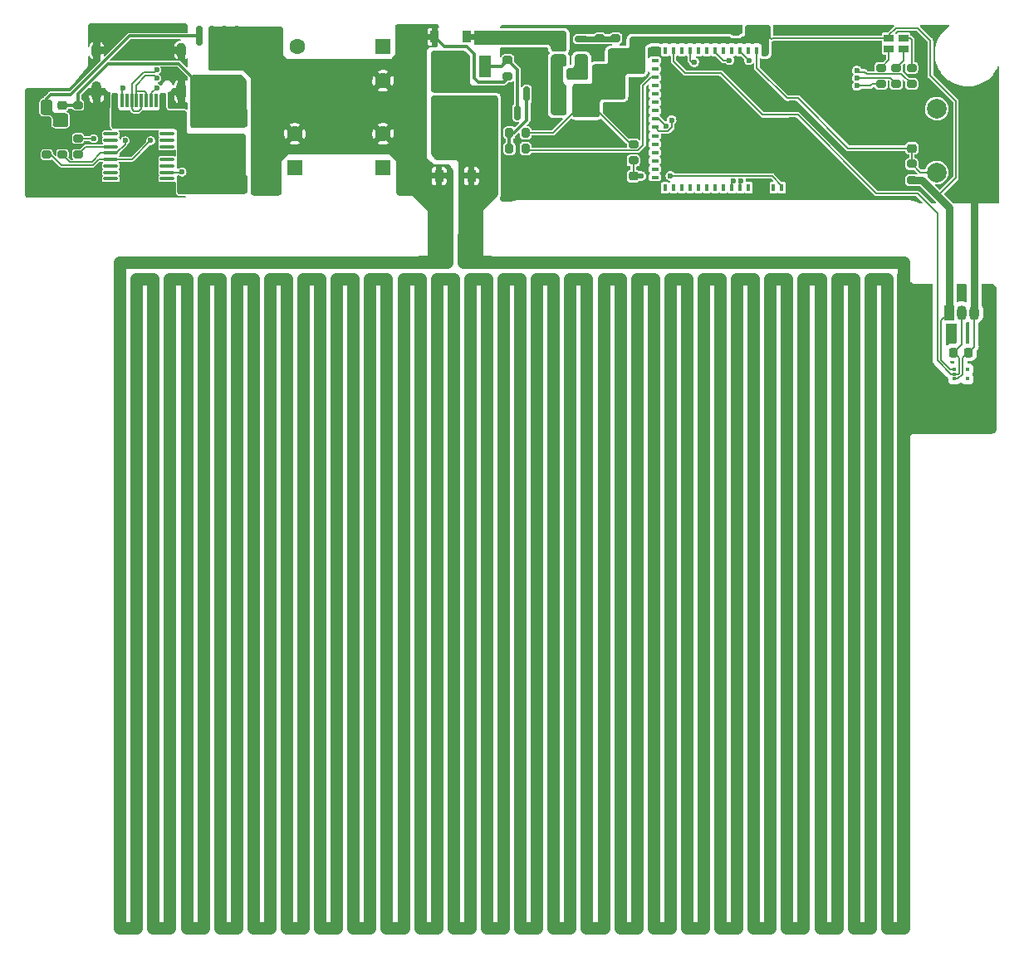
<source format=gtl>
G04 #@! TF.GenerationSoftware,KiCad,Pcbnew,(6.0.1)*
G04 #@! TF.CreationDate,2023-01-09T15:04:14+01:00*
G04 #@! TF.ProjectId,relow-solder-hot-plate,72656c6f-772d-4736-9f6c-6465722d686f,rev?*
G04 #@! TF.SameCoordinates,Original*
G04 #@! TF.FileFunction,Copper,L1,Top*
G04 #@! TF.FilePolarity,Positive*
%FSLAX46Y46*%
G04 Gerber Fmt 4.6, Leading zero omitted, Abs format (unit mm)*
G04 Created by KiCad (PCBNEW (6.0.1)) date 2023-01-09 15:04:14*
%MOMM*%
%LPD*%
G01*
G04 APERTURE LIST*
G04 Aperture macros list*
%AMRoundRect*
0 Rectangle with rounded corners*
0 $1 Rounding radius*
0 $2 $3 $4 $5 $6 $7 $8 $9 X,Y pos of 4 corners*
0 Add a 4 corners polygon primitive as box body*
4,1,4,$2,$3,$4,$5,$6,$7,$8,$9,$2,$3,0*
0 Add four circle primitives for the rounded corners*
1,1,$1+$1,$2,$3*
1,1,$1+$1,$4,$5*
1,1,$1+$1,$6,$7*
1,1,$1+$1,$8,$9*
0 Add four rect primitives between the rounded corners*
20,1,$1+$1,$2,$3,$4,$5,0*
20,1,$1+$1,$4,$5,$6,$7,0*
20,1,$1+$1,$6,$7,$8,$9,0*
20,1,$1+$1,$8,$9,$2,$3,0*%
%AMFreePoly0*
4,1,6,0.600000,-0.600000,-0.600000,-0.600000,-0.600000,0.000000,0.000000,0.600000,0.600000,0.600000,0.600000,-0.600000,0.600000,-0.600000,$1*%
G04 Aperture macros list end*
G04 #@! TA.AperFunction,SMDPad,CuDef*
%ADD10RoundRect,0.150000X-0.150000X0.825000X-0.150000X-0.825000X0.150000X-0.825000X0.150000X0.825000X0*%
G04 #@! TD*
G04 #@! TA.AperFunction,SMDPad,CuDef*
%ADD11R,0.600000X1.450000*%
G04 #@! TD*
G04 #@! TA.AperFunction,SMDPad,CuDef*
%ADD12R,0.300000X1.450000*%
G04 #@! TD*
G04 #@! TA.AperFunction,ComponentPad*
%ADD13O,1.000000X2.100000*%
G04 #@! TD*
G04 #@! TA.AperFunction,ComponentPad*
%ADD14O,1.000000X1.600000*%
G04 #@! TD*
G04 #@! TA.AperFunction,SMDPad,CuDef*
%ADD15RoundRect,0.200000X0.275000X-0.200000X0.275000X0.200000X-0.275000X0.200000X-0.275000X-0.200000X0*%
G04 #@! TD*
G04 #@! TA.AperFunction,SMDPad,CuDef*
%ADD16RoundRect,0.150000X-0.150000X0.587500X-0.150000X-0.587500X0.150000X-0.587500X0.150000X0.587500X0*%
G04 #@! TD*
G04 #@! TA.AperFunction,ComponentPad*
%ADD17C,1.600000*%
G04 #@! TD*
G04 #@! TA.AperFunction,ComponentPad*
%ADD18R,1.600000X1.600000*%
G04 #@! TD*
G04 #@! TA.AperFunction,ComponentPad*
%ADD19C,2.000000*%
G04 #@! TD*
G04 #@! TA.AperFunction,SMDPad,CuDef*
%ADD20RoundRect,0.150000X0.512500X0.150000X-0.512500X0.150000X-0.512500X-0.150000X0.512500X-0.150000X0*%
G04 #@! TD*
G04 #@! TA.AperFunction,SMDPad,CuDef*
%ADD21R,1.200000X2.200000*%
G04 #@! TD*
G04 #@! TA.AperFunction,SMDPad,CuDef*
%ADD22R,5.800000X6.400000*%
G04 #@! TD*
G04 #@! TA.AperFunction,SMDPad,CuDef*
%ADD23RoundRect,0.100000X0.637500X0.100000X-0.637500X0.100000X-0.637500X-0.100000X0.637500X-0.100000X0*%
G04 #@! TD*
G04 #@! TA.AperFunction,SMDPad,CuDef*
%ADD24R,0.900000X1.200000*%
G04 #@! TD*
G04 #@! TA.AperFunction,SMDPad,CuDef*
%ADD25C,1.300000*%
G04 #@! TD*
G04 #@! TA.AperFunction,SMDPad,CuDef*
%ADD26RoundRect,0.200000X-0.275000X0.200000X-0.275000X-0.200000X0.275000X-0.200000X0.275000X0.200000X0*%
G04 #@! TD*
G04 #@! TA.AperFunction,SMDPad,CuDef*
%ADD27RoundRect,0.225000X-0.250000X0.225000X-0.250000X-0.225000X0.250000X-0.225000X0.250000X0.225000X0*%
G04 #@! TD*
G04 #@! TA.AperFunction,SMDPad,CuDef*
%ADD28R,0.450000X0.300000*%
G04 #@! TD*
G04 #@! TA.AperFunction,SMDPad,CuDef*
%ADD29RoundRect,0.225000X0.250000X-0.225000X0.250000X0.225000X-0.250000X0.225000X-0.250000X-0.225000X0*%
G04 #@! TD*
G04 #@! TA.AperFunction,SMDPad,CuDef*
%ADD30R,1.000000X0.800000*%
G04 #@! TD*
G04 #@! TA.AperFunction,SMDPad,CuDef*
%ADD31RoundRect,0.200000X-0.200000X-0.275000X0.200000X-0.275000X0.200000X0.275000X-0.200000X0.275000X0*%
G04 #@! TD*
G04 #@! TA.AperFunction,SMDPad,CuDef*
%ADD32RoundRect,0.225000X0.225000X0.250000X-0.225000X0.250000X-0.225000X-0.250000X0.225000X-0.250000X0*%
G04 #@! TD*
G04 #@! TA.AperFunction,ComponentPad*
%ADD33R,1.050000X1.500000*%
G04 #@! TD*
G04 #@! TA.AperFunction,ComponentPad*
%ADD34O,1.050000X1.500000*%
G04 #@! TD*
G04 #@! TA.AperFunction,SMDPad,CuDef*
%ADD35R,0.400000X0.800000*%
G04 #@! TD*
G04 #@! TA.AperFunction,SMDPad,CuDef*
%ADD36R,0.800000X0.400000*%
G04 #@! TD*
G04 #@! TA.AperFunction,SMDPad,CuDef*
%ADD37R,1.200000X1.200000*%
G04 #@! TD*
G04 #@! TA.AperFunction,SMDPad,CuDef*
%ADD38FreePoly0,270.000000*%
G04 #@! TD*
G04 #@! TA.AperFunction,SMDPad,CuDef*
%ADD39R,0.800000X0.800000*%
G04 #@! TD*
G04 #@! TA.AperFunction,SMDPad,CuDef*
%ADD40RoundRect,0.250000X-0.375000X-1.075000X0.375000X-1.075000X0.375000X1.075000X-0.375000X1.075000X0*%
G04 #@! TD*
G04 #@! TA.AperFunction,SMDPad,CuDef*
%ADD41RoundRect,0.225000X-0.225000X-0.250000X0.225000X-0.250000X0.225000X0.250000X-0.225000X0.250000X0*%
G04 #@! TD*
G04 #@! TA.AperFunction,SMDPad,CuDef*
%ADD42RoundRect,0.250000X2.475000X-0.712500X2.475000X0.712500X-2.475000X0.712500X-2.475000X-0.712500X0*%
G04 #@! TD*
G04 #@! TA.AperFunction,SMDPad,CuDef*
%ADD43RoundRect,0.200000X0.200000X0.275000X-0.200000X0.275000X-0.200000X-0.275000X0.200000X-0.275000X0*%
G04 #@! TD*
G04 #@! TA.AperFunction,ViaPad*
%ADD44C,0.600000*%
G04 #@! TD*
G04 #@! TA.AperFunction,Conductor*
%ADD45C,0.150000*%
G04 #@! TD*
G04 #@! TA.AperFunction,Conductor*
%ADD46C,0.750000*%
G04 #@! TD*
G04 #@! TA.AperFunction,Conductor*
%ADD47C,0.300000*%
G04 #@! TD*
G04 #@! TA.AperFunction,Conductor*
%ADD48C,1.300000*%
G04 #@! TD*
G04 #@! TA.AperFunction,Conductor*
%ADD49C,0.600000*%
G04 #@! TD*
G04 APERTURE END LIST*
G36*
X102300000Y-85450000D02*
G01*
X100500000Y-85450000D01*
X100500000Y-84150000D01*
X102300000Y-84150000D01*
X102300000Y-85450000D01*
G37*
G36*
X108000000Y-85450000D02*
G01*
X106200000Y-85450000D01*
X106200000Y-84150000D01*
X108000000Y-84150000D01*
X108000000Y-85450000D01*
G37*
D10*
X82005000Y-61725000D03*
X80735000Y-61725000D03*
X79465000Y-61725000D03*
X78195000Y-61725000D03*
X78195000Y-66675000D03*
X79465000Y-66675000D03*
X80735000Y-66675000D03*
X82005000Y-66675000D03*
D11*
X75259000Y-68307000D03*
X74459000Y-68307000D03*
D12*
X73259000Y-68307000D03*
X72259000Y-68307000D03*
X71759000Y-68307000D03*
X70759000Y-68307000D03*
D11*
X69559000Y-68307000D03*
X68759000Y-68307000D03*
X68759000Y-68307000D03*
X69559000Y-68307000D03*
D12*
X70259000Y-68307000D03*
X71259000Y-68307000D03*
X72759000Y-68307000D03*
X73759000Y-68307000D03*
D11*
X74459000Y-68307000D03*
X75259000Y-68307000D03*
D13*
X67689000Y-67392000D03*
X76329000Y-67392000D03*
D14*
X67689000Y-63212000D03*
X76329000Y-63212000D03*
D15*
X150800000Y-76425000D03*
X150800000Y-74775000D03*
D16*
X111550000Y-67662500D03*
X109650000Y-67662500D03*
X110600000Y-69537500D03*
D15*
X109600000Y-65825000D03*
X109600000Y-64175000D03*
D17*
X96900000Y-71700000D03*
D18*
X96900000Y-75200000D03*
D19*
X153325000Y-75640000D03*
X153325000Y-69140000D03*
X157825000Y-75640000D03*
X157825000Y-69140000D03*
D20*
X117137500Y-63950000D03*
X117137500Y-63000000D03*
X117137500Y-62050000D03*
X114862500Y-62050000D03*
X114862500Y-63000000D03*
X114862500Y-63950000D03*
D15*
X64200000Y-73825000D03*
X64200000Y-72175000D03*
D18*
X88138000Y-66295651D03*
D17*
X88138000Y-62795651D03*
D21*
X107280000Y-64800000D03*
D22*
X105000000Y-71100000D03*
D21*
X102720000Y-64800000D03*
D23*
X74862500Y-76275000D03*
X74862500Y-75625000D03*
X74862500Y-74975000D03*
X74862500Y-74325000D03*
X74862500Y-73675000D03*
X74862500Y-73025000D03*
X74862500Y-72375000D03*
X74862500Y-71725000D03*
X69137500Y-71725000D03*
X69137500Y-72375000D03*
X69137500Y-73025000D03*
X69137500Y-73675000D03*
X69137500Y-74325000D03*
X69137500Y-74975000D03*
X69137500Y-75625000D03*
X69137500Y-76275000D03*
D24*
X105450000Y-61800000D03*
X102150000Y-61800000D03*
D25*
X102300000Y-84800000D03*
X100500000Y-84800000D03*
D17*
X96900000Y-66300000D03*
D18*
X96900000Y-62800000D03*
D26*
X62600000Y-68775000D03*
X62600000Y-70425000D03*
D27*
X150800000Y-71625000D03*
X150800000Y-73175000D03*
D28*
X155145000Y-95700000D03*
X155145000Y-96200000D03*
X155135000Y-96700000D03*
X156465000Y-96700000D03*
X156465000Y-95700000D03*
D15*
X149200000Y-66625000D03*
X149200000Y-64975000D03*
D26*
X150768000Y-64975000D03*
X150768000Y-66625000D03*
X65800000Y-68775000D03*
X65800000Y-70425000D03*
D29*
X113000000Y-63575000D03*
X113000000Y-62025000D03*
X64200000Y-70375000D03*
X64200000Y-68825000D03*
D30*
X149950000Y-63050000D03*
X148450000Y-63050000D03*
X148450000Y-61950000D03*
X149950000Y-61950000D03*
D29*
X122400000Y-77575000D03*
X122400000Y-76025000D03*
D17*
X87900000Y-71700000D03*
D18*
X87900000Y-75200000D03*
D29*
X119800000Y-68975000D03*
X119800000Y-67425000D03*
D31*
X109775000Y-71600000D03*
X111425000Y-71600000D03*
D32*
X137375000Y-61200000D03*
X135825000Y-61200000D03*
X156575000Y-94000000D03*
X155025000Y-94000000D03*
D33*
X154600000Y-89940000D03*
D34*
X155870000Y-89940000D03*
X157140000Y-89940000D03*
D35*
X137550000Y-63200000D03*
X136700000Y-63200000D03*
X135850000Y-63200000D03*
X135000000Y-63200000D03*
X134150000Y-63200000D03*
X133300000Y-63200000D03*
X132450000Y-63200000D03*
X131600000Y-63200000D03*
X130750000Y-63200000D03*
X129900000Y-63200000D03*
X129050000Y-63200000D03*
X128200000Y-63200000D03*
X127350000Y-63200000D03*
X126500000Y-63200000D03*
X125650000Y-63200000D03*
D36*
X124600000Y-64250000D03*
X124600000Y-65100000D03*
X124600000Y-65950000D03*
X124600000Y-66800000D03*
X124600000Y-67650000D03*
X124600000Y-68500000D03*
X124600000Y-69350000D03*
X124600000Y-70200000D03*
X124600000Y-71050000D03*
X124600000Y-71900000D03*
X124600000Y-72750000D03*
X124600000Y-73600000D03*
X124600000Y-74450000D03*
X124600000Y-75300000D03*
X124600000Y-76150000D03*
D35*
X125650000Y-77200000D03*
X126500000Y-77200000D03*
X127350000Y-77200000D03*
X128200000Y-77200000D03*
X129050000Y-77200000D03*
X129900000Y-77200000D03*
X130750000Y-77200000D03*
X131600000Y-77200000D03*
X132450000Y-77200000D03*
X133300000Y-77200000D03*
X134150000Y-77200000D03*
X135000000Y-77200000D03*
X135850000Y-77200000D03*
X136700000Y-77200000D03*
X137550000Y-77200000D03*
D36*
X138600000Y-76150000D03*
X138600000Y-75300000D03*
X138600000Y-74450000D03*
X138600000Y-73600000D03*
X138600000Y-72750000D03*
X138600000Y-71900000D03*
X138600000Y-71050000D03*
X138600000Y-70200000D03*
X138600000Y-69350000D03*
X138600000Y-68500000D03*
X138600000Y-67650000D03*
X138600000Y-66800000D03*
X138600000Y-65950000D03*
X138600000Y-65100000D03*
X138600000Y-64250000D03*
D37*
X131600000Y-71850000D03*
D38*
X133250000Y-68550000D03*
D37*
X131600000Y-70200000D03*
X133250000Y-71850000D03*
X129950000Y-71850000D03*
X129950000Y-70200000D03*
X133250000Y-70200000D03*
X131600000Y-68550000D03*
X129950000Y-68550000D03*
D39*
X138600000Y-63200000D03*
X124600000Y-63200000D03*
X124600000Y-77200000D03*
X138600000Y-77200000D03*
D40*
X114800000Y-68200000D03*
X117600000Y-68200000D03*
D41*
X132825000Y-61200000D03*
X134375000Y-61200000D03*
D15*
X62600000Y-73825000D03*
X62600000Y-72175000D03*
D26*
X119000000Y-61975000D03*
X119000000Y-63625000D03*
D41*
X114625000Y-65600000D03*
X116175000Y-65600000D03*
D15*
X122400000Y-74425000D03*
X122400000Y-72775000D03*
D24*
X102600000Y-76000000D03*
X105900000Y-76000000D03*
D26*
X147668000Y-64975000D03*
X147668000Y-66625000D03*
D15*
X120600000Y-63625000D03*
X120600000Y-61975000D03*
D25*
X106200000Y-84800000D03*
X108000000Y-84800000D03*
D42*
X80400000Y-76887500D03*
X80400000Y-70112500D03*
D26*
X65800000Y-72175000D03*
X65800000Y-73825000D03*
D43*
X111425000Y-73200000D03*
X109775000Y-73200000D03*
D44*
X129600000Y-65000000D03*
X129600000Y-73600000D03*
X149250000Y-75900000D03*
X129000000Y-61000000D03*
X154300000Y-72800000D03*
X156450000Y-72800000D03*
X133800000Y-65000000D03*
X109700000Y-77000000D03*
X147300000Y-69300000D03*
X122600000Y-68800000D03*
X62100000Y-75700000D03*
X133800000Y-73600000D03*
X145300000Y-63200000D03*
X116600000Y-72400000D03*
X147200000Y-70900000D03*
X103800000Y-65800000D03*
X133800000Y-75200000D03*
X131650000Y-75200000D03*
X116650000Y-70800000D03*
X154400000Y-71200000D03*
X120000000Y-75400000D03*
X131700000Y-73600000D03*
X111900000Y-75400000D03*
X111850000Y-77000000D03*
X113350000Y-66200000D03*
X149300000Y-74300000D03*
X124800000Y-61000000D03*
X64200000Y-75700000D03*
X118350000Y-72400000D03*
X131700000Y-65000000D03*
X126900000Y-61000000D03*
X118350000Y-70800000D03*
X64150000Y-77300000D03*
X113350000Y-64600000D03*
X114000000Y-77000000D03*
X109800000Y-75400000D03*
X120000000Y-77000000D03*
X156500000Y-71200000D03*
X149400000Y-69300000D03*
X66300000Y-75700000D03*
X120900000Y-68800000D03*
X103800000Y-63800000D03*
X111650000Y-64600000D03*
X149350000Y-70900000D03*
X133800000Y-66600000D03*
X146900000Y-61150000D03*
X146900000Y-63300000D03*
X117850000Y-77000000D03*
X145300000Y-61100000D03*
X114000000Y-75400000D03*
X115800000Y-75400000D03*
X117900000Y-75400000D03*
X66300000Y-77300000D03*
X120850000Y-70400000D03*
X131650000Y-66600000D03*
X62000000Y-77300000D03*
X129500000Y-75200000D03*
X147200000Y-74300000D03*
X111600000Y-66200000D03*
X105200000Y-65800000D03*
X105200000Y-63800000D03*
X115700000Y-77000000D03*
X129500000Y-66600000D03*
X147100000Y-75900000D03*
X122600000Y-70400000D03*
X76400000Y-75600000D03*
X67400000Y-72200000D03*
X132600000Y-76524500D03*
X133400000Y-76524500D03*
X123200000Y-76000000D03*
X126200000Y-76000000D03*
X73200000Y-72400000D03*
X73800000Y-67000000D03*
X126300521Y-70299479D03*
X73800000Y-65175000D03*
X125699479Y-70900521D03*
X73800000Y-66025000D03*
X70400000Y-67000000D03*
X70600000Y-72400000D03*
X128600000Y-64400000D03*
X145200000Y-66800000D03*
X134200000Y-64200000D03*
X145200000Y-65250497D03*
X145200000Y-66000000D03*
X132200000Y-64200000D03*
D45*
X157140000Y-93435000D02*
X157140000Y-89940000D01*
X156575000Y-94000000D02*
X157140000Y-93435000D01*
X156000000Y-96200000D02*
X156000000Y-94575000D01*
X155500000Y-96700000D02*
X156000000Y-96200000D01*
X156000000Y-94575000D02*
X156575000Y-94000000D01*
D46*
X157140000Y-76325000D02*
X157825000Y-75640000D01*
D45*
X155135000Y-96700000D02*
X155500000Y-96700000D01*
D46*
X157140000Y-89940000D02*
X157140000Y-76325000D01*
D45*
X76400000Y-75600000D02*
X76375000Y-75625000D01*
D47*
X106580978Y-66400000D02*
X109200000Y-66400000D01*
D45*
X65800000Y-72175000D02*
X65825000Y-72200000D01*
D47*
X109600000Y-66000000D02*
X109600000Y-65825000D01*
X109200000Y-66400000D02*
X109600000Y-66000000D01*
D48*
X102300000Y-84800000D02*
X103400000Y-84800000D01*
D47*
X102150000Y-61800000D02*
X103150000Y-62800000D01*
X105400000Y-62800000D02*
X106200000Y-63600000D01*
X103150000Y-62800000D02*
X105400000Y-62800000D01*
D45*
X76375000Y-75625000D02*
X74862500Y-75625000D01*
D47*
X106200000Y-66019022D02*
X106580978Y-66400000D01*
D45*
X65825000Y-72200000D02*
X67400000Y-72200000D01*
D47*
X106200000Y-63600000D02*
X106200000Y-66019022D01*
D45*
X111425000Y-73200000D02*
X111624520Y-73399520D01*
X122850841Y-73399520D02*
X123400000Y-72850361D01*
X123400000Y-66800000D02*
X124250000Y-65950000D01*
X123400000Y-72850361D02*
X123400000Y-66800000D01*
X111624520Y-73399520D02*
X122850841Y-73399520D01*
X124250000Y-65950000D02*
X124600000Y-65950000D01*
D48*
X87050000Y-86500000D02*
X87050000Y-152700000D01*
X102350000Y-86500000D02*
X104050000Y-86500000D01*
X141450000Y-152700000D02*
X143150000Y-152700000D01*
X146550000Y-86500000D02*
X148250000Y-86500000D01*
X115950000Y-152700000D02*
X115950000Y-86500000D01*
X144850000Y-86500000D02*
X144850000Y-152700000D01*
X119350000Y-86500000D02*
X121050000Y-86500000D01*
X97250000Y-86500000D02*
X97250000Y-152700000D01*
X121050000Y-86500000D02*
X121050000Y-152700000D01*
X112550000Y-86500000D02*
X114250000Y-86500000D01*
X117650000Y-152700000D02*
X119350000Y-152700000D01*
X88750000Y-86500000D02*
X90450000Y-86500000D01*
X132950000Y-86500000D02*
X134650000Y-86500000D01*
X131250000Y-152700000D02*
X132950000Y-152700000D01*
X98950000Y-86500000D02*
X100650000Y-86500000D01*
X124450000Y-152700000D02*
X126150000Y-152700000D01*
X129550000Y-86500000D02*
X131250000Y-86500000D01*
X90450000Y-86500000D02*
X90450000Y-152700000D01*
X139750000Y-152700000D02*
X139750000Y-86500000D01*
X127850000Y-86500000D02*
X127850000Y-152700000D01*
X134650000Y-86500000D02*
X134650000Y-152700000D01*
X87050000Y-152700000D02*
X88750000Y-152700000D01*
X81950000Y-152700000D02*
X81950000Y-86500000D01*
X102350000Y-152700000D02*
X102350000Y-86500000D01*
X81950000Y-86500000D02*
X83650000Y-86500000D01*
X92150000Y-152700000D02*
X92150000Y-86500000D01*
X83650000Y-86500000D02*
X83650000Y-152700000D01*
X90450000Y-152700000D02*
X92150000Y-152700000D01*
X141450000Y-86500000D02*
X141450000Y-152700000D01*
X78550000Y-86500000D02*
X80250000Y-86500000D01*
X126150000Y-152700000D02*
X126150000Y-86500000D01*
X70050000Y-84800000D02*
X70050000Y-152700000D01*
X149950000Y-152700000D02*
X149950000Y-84800000D01*
X138050000Y-86500000D02*
X138050000Y-152700000D01*
X104050000Y-86500000D02*
X104050000Y-152700000D01*
X76850000Y-86500000D02*
X76850000Y-152700000D01*
X139750000Y-86500000D02*
X141450000Y-86500000D01*
X71750000Y-86500000D02*
X73450000Y-86500000D01*
X93850000Y-86500000D02*
X93850000Y-152700000D01*
X143150000Y-86500000D02*
X144850000Y-86500000D01*
X107450000Y-86500000D02*
X107450000Y-152700000D01*
X85350000Y-86500000D02*
X87050000Y-86500000D01*
X136350000Y-152700000D02*
X136350000Y-86500000D01*
X144850000Y-152700000D02*
X146550000Y-152700000D01*
X148250000Y-86500000D02*
X148250000Y-152700000D01*
X114250000Y-152700000D02*
X115950000Y-152700000D01*
X132950000Y-152700000D02*
X132950000Y-86500000D01*
X134650000Y-152700000D02*
X136350000Y-152700000D01*
X104050000Y-152700000D02*
X105750000Y-152700000D01*
X98950000Y-152700000D02*
X98950000Y-86500000D01*
X95550000Y-152700000D02*
X95550000Y-86500000D01*
X80250000Y-152700000D02*
X81950000Y-152700000D01*
X107450000Y-152700000D02*
X109150000Y-152700000D01*
X126150000Y-86500000D02*
X127850000Y-86500000D01*
X85350000Y-152700000D02*
X85350000Y-86500000D01*
X97250000Y-152700000D02*
X98950000Y-152700000D01*
X114250000Y-86500000D02*
X114250000Y-152700000D01*
X109150000Y-86500000D02*
X110850000Y-86500000D01*
X75150000Y-152700000D02*
X75150000Y-86500000D01*
X110850000Y-152700000D02*
X112550000Y-152700000D01*
X100500000Y-84800000D02*
X70050000Y-84800000D01*
X131250000Y-86500000D02*
X131250000Y-152700000D01*
X121050000Y-152700000D02*
X122750000Y-152700000D01*
X100650000Y-152700000D02*
X102350000Y-152700000D01*
X100650000Y-86500000D02*
X100650000Y-152700000D01*
X122750000Y-86500000D02*
X124450000Y-86500000D01*
X105750000Y-152700000D02*
X105750000Y-86500000D01*
X115950000Y-86500000D02*
X117650000Y-86500000D01*
X112550000Y-152700000D02*
X112550000Y-86500000D01*
X71750000Y-152700000D02*
X71750000Y-86500000D01*
X124450000Y-86500000D02*
X124450000Y-152700000D01*
X109150000Y-152700000D02*
X109150000Y-86500000D01*
X136350000Y-86500000D02*
X138050000Y-86500000D01*
X138050000Y-152700000D02*
X139750000Y-152700000D01*
X73450000Y-86500000D02*
X73450000Y-152700000D01*
X119350000Y-152700000D02*
X119350000Y-86500000D01*
X80250000Y-86500000D02*
X80250000Y-152700000D01*
X75150000Y-86500000D02*
X76850000Y-86500000D01*
X146550000Y-152700000D02*
X146550000Y-86500000D01*
X70050000Y-152700000D02*
X71750000Y-152700000D01*
X78550000Y-152700000D02*
X78550000Y-86500000D01*
X73450000Y-152700000D02*
X75150000Y-152700000D01*
X117650000Y-86500000D02*
X117650000Y-152700000D01*
X143150000Y-152700000D02*
X143150000Y-86500000D01*
X127850000Y-152700000D02*
X129550000Y-152700000D01*
X110850000Y-86500000D02*
X110850000Y-152700000D01*
X149950000Y-84800000D02*
X108000000Y-84800000D01*
X129550000Y-152700000D02*
X129550000Y-86500000D01*
X88750000Y-152700000D02*
X88750000Y-86500000D01*
X148250000Y-152700000D02*
X149950000Y-152700000D01*
X122750000Y-152700000D02*
X122750000Y-86500000D01*
X105750000Y-86500000D02*
X107450000Y-86500000D01*
X76850000Y-152700000D02*
X78550000Y-152700000D01*
X83650000Y-152700000D02*
X85350000Y-152700000D01*
X93850000Y-152700000D02*
X95550000Y-152700000D01*
X95550000Y-86500000D02*
X97250000Y-86500000D01*
X92150000Y-86500000D02*
X93850000Y-86500000D01*
X106200000Y-84800000D02*
X105100000Y-84800000D01*
D45*
X132450000Y-76674500D02*
X132600000Y-76524500D01*
X132450000Y-77200000D02*
X132450000Y-76674500D01*
X133300000Y-76624500D02*
X133400000Y-76524500D01*
X133300000Y-77200000D02*
X133300000Y-76624500D01*
D47*
X62600000Y-68100000D02*
X63000000Y-67700000D01*
X62600000Y-68775000D02*
X62600000Y-68100000D01*
X71039590Y-61725000D02*
X78195000Y-61725000D01*
X65064590Y-67700000D02*
X71039590Y-61725000D01*
X63000000Y-67700000D02*
X65064590Y-67700000D01*
X65750000Y-68825000D02*
X65800000Y-68775000D01*
X76070154Y-64550154D02*
X78195000Y-66675000D01*
X68850154Y-64550154D02*
X76070154Y-64550154D01*
X65800000Y-68775000D02*
X65800000Y-67600308D01*
X64200000Y-68825000D02*
X65750000Y-68825000D01*
X65800000Y-67600308D02*
X68850154Y-64550154D01*
D45*
X135825000Y-61325000D02*
X136500000Y-62000000D01*
X155145000Y-95700000D02*
X154700000Y-95700000D01*
D46*
X150800000Y-76425000D02*
X151825000Y-76425000D01*
X153450000Y-78050000D02*
X154600000Y-79200000D01*
D45*
X135825000Y-61200000D02*
X135825000Y-61325000D01*
X136550000Y-61950000D02*
X148450000Y-61950000D01*
X154700000Y-95700000D02*
X153800000Y-94800000D01*
X122400000Y-72775000D02*
X122175000Y-72775000D01*
X111425000Y-71600000D02*
X114200000Y-71600000D01*
X114200000Y-71600000D02*
X117600000Y-68200000D01*
X155300000Y-68400000D02*
X155300000Y-76200000D01*
X155300000Y-76200000D02*
X153450000Y-78050000D01*
X136500000Y-62000000D02*
X136550000Y-61950000D01*
D46*
X154600000Y-79200000D02*
X154600000Y-89940000D01*
X151825000Y-76425000D02*
X153450000Y-78050000D01*
D45*
X149200000Y-60900000D02*
X151400000Y-60900000D01*
X148450000Y-61650000D02*
X149200000Y-60900000D01*
X122175000Y-72775000D02*
X117600000Y-68200000D01*
X151400000Y-60900000D02*
X152700000Y-62200000D01*
X152700000Y-65800000D02*
X155300000Y-68400000D01*
X152700000Y-62200000D02*
X152700000Y-65800000D01*
X153800000Y-90740000D02*
X154600000Y-89940000D01*
X148450000Y-61950000D02*
X148450000Y-61650000D01*
X153800000Y-94800000D02*
X153800000Y-90740000D01*
X123200000Y-76000000D02*
X122425000Y-76000000D01*
X137550000Y-77000978D02*
X136549022Y-76000000D01*
X122400000Y-76025000D02*
X122400000Y-74425000D01*
X122425000Y-76000000D02*
X122400000Y-76025000D01*
X136549022Y-76000000D02*
X136200000Y-76000000D01*
X136200000Y-76000000D02*
X126200000Y-76000000D01*
X137550000Y-77200000D02*
X137550000Y-77000978D01*
X151665000Y-75640000D02*
X150800000Y-74775000D01*
X153325000Y-75640000D02*
X151665000Y-75640000D01*
X135000000Y-65000000D02*
X135000000Y-63200000D01*
X150800000Y-73175000D02*
X144324022Y-73175000D01*
X138075489Y-68075489D02*
X135000000Y-65000000D01*
X150800000Y-73175000D02*
X150800000Y-74775000D01*
X139224511Y-68075489D02*
X138075489Y-68075489D01*
X144324022Y-73175000D02*
X139224511Y-68075489D01*
X154770000Y-96200000D02*
X153400000Y-94830000D01*
X153400000Y-94830000D02*
X153400000Y-79800000D01*
X155520000Y-96200000D02*
X155600000Y-96120000D01*
X155600000Y-96120000D02*
X155600000Y-94575000D01*
X155870000Y-93155000D02*
X155870000Y-89940000D01*
X155145000Y-96200000D02*
X154770000Y-96200000D01*
X147200000Y-77800000D02*
X139174511Y-69774511D01*
X131324511Y-65524511D02*
X127724511Y-65524511D01*
X155025000Y-94000000D02*
X155870000Y-93155000D01*
X126500000Y-64300000D02*
X126500000Y-63200000D01*
X155145000Y-96200000D02*
X155520000Y-96200000D01*
X135574511Y-69774511D02*
X131324511Y-65524511D01*
X127724511Y-65524511D02*
X126500000Y-64300000D01*
X155600000Y-94575000D02*
X155025000Y-94000000D01*
X151400000Y-77800000D02*
X147200000Y-77800000D01*
X139174511Y-69774511D02*
X135574511Y-69774511D01*
X153400000Y-79800000D02*
X151400000Y-77800000D01*
X149950000Y-64225000D02*
X149200000Y-64975000D01*
X149950000Y-63050000D02*
X149950000Y-64225000D01*
X148450000Y-64193000D02*
X147668000Y-64975000D01*
X148450000Y-63050000D02*
X148450000Y-64193000D01*
X150768000Y-62118000D02*
X150768000Y-64975000D01*
X149950000Y-61950000D02*
X150600000Y-61950000D01*
X150600000Y-61950000D02*
X150768000Y-62118000D01*
X71275000Y-74325000D02*
X73200000Y-72400000D01*
X69137500Y-74325000D02*
X71275000Y-74325000D01*
X69137500Y-74325000D02*
X67898586Y-74325000D01*
X67324065Y-74899520D02*
X64074520Y-74899520D01*
X73259000Y-67541000D02*
X73259000Y-68307000D01*
X64074520Y-74899520D02*
X63000000Y-73825000D01*
X73800000Y-67000000D02*
X73259000Y-67541000D01*
X67898586Y-74325000D02*
X67324065Y-74899520D01*
X126300521Y-71041251D02*
X125916740Y-71425032D01*
X71259000Y-68307000D02*
X71259000Y-67219499D01*
X71259000Y-69182000D02*
X71477000Y-69400000D01*
X126300521Y-70299479D02*
X126300521Y-71041251D01*
X71259000Y-67219499D02*
X71309000Y-67169499D01*
X71309000Y-67169499D02*
X71309000Y-66608156D01*
X71990022Y-69400000D02*
X72259000Y-69131022D01*
X71309000Y-66608156D02*
X72517156Y-65400000D01*
X72517156Y-65400000D02*
X73575000Y-65400000D01*
X71477000Y-69400000D02*
X71990022Y-69400000D01*
X124975032Y-71425032D02*
X124600000Y-71050000D01*
X71259000Y-68307000D02*
X71259000Y-69182000D01*
X125916740Y-71425032D02*
X124975032Y-71425032D01*
X73575000Y-65400000D02*
X73800000Y-65175000D01*
X72259000Y-69131022D02*
X72259000Y-68307000D01*
X71759000Y-67432000D02*
X71833511Y-67357489D01*
X71759000Y-67219499D02*
X71709000Y-67169499D01*
X72557489Y-67357489D02*
X72759000Y-67559000D01*
X124998958Y-70200000D02*
X124600000Y-70200000D01*
X71709000Y-67169499D02*
X71709000Y-66773844D01*
X72682844Y-65800000D02*
X73575000Y-65800000D01*
X73575000Y-65800000D02*
X73800000Y-66025000D01*
X71833511Y-67357489D02*
X72557489Y-67357489D01*
X71709000Y-66773844D02*
X72682844Y-65800000D01*
X72759000Y-67559000D02*
X72759000Y-68307000D01*
X71759000Y-68307000D02*
X71759000Y-67432000D01*
X71759000Y-68307000D02*
X71759000Y-67219499D01*
X125699479Y-70900521D02*
X124998958Y-70200000D01*
X70600000Y-72758940D02*
X70600000Y-72400000D01*
X67200000Y-74600000D02*
X68125000Y-73675000D01*
X69137500Y-73675000D02*
X69683940Y-73675000D01*
X64200000Y-73825000D02*
X64975000Y-74600000D01*
X70400000Y-67000000D02*
X70259000Y-67141000D01*
X64975000Y-74600000D02*
X67200000Y-74600000D01*
X68125000Y-73675000D02*
X69137500Y-73675000D01*
X69683940Y-73675000D02*
X70600000Y-72758940D01*
X70259000Y-67141000D02*
X70259000Y-68307000D01*
X66600000Y-73025000D02*
X65800000Y-73825000D01*
X66600000Y-73025000D02*
X69137500Y-73025000D01*
D49*
X117137500Y-62050000D02*
X120525000Y-62050000D01*
X120525000Y-62050000D02*
X120600000Y-61975000D01*
D47*
X108975000Y-64800000D02*
X109600000Y-64175000D01*
X107280000Y-64800000D02*
X108975000Y-64800000D01*
X110600000Y-65175000D02*
X110600000Y-69537500D01*
X109600000Y-64175000D02*
X110600000Y-65175000D01*
X110243573Y-71600000D02*
X111550000Y-70293573D01*
X111550000Y-70293573D02*
X111550000Y-67662500D01*
X109775000Y-71600000D02*
X110243573Y-71600000D01*
X109775000Y-73200000D02*
X109775000Y-71600000D01*
D45*
X146600000Y-66800000D02*
X145200000Y-66800000D01*
X146775000Y-66625000D02*
X146600000Y-66800000D01*
X128400000Y-64400000D02*
X128200000Y-64200000D01*
X128200000Y-64200000D02*
X128200000Y-63200000D01*
X147668000Y-66625000D02*
X146775000Y-66625000D01*
X128600000Y-64400000D02*
X128400000Y-64400000D01*
X150768000Y-66625000D02*
X149742520Y-65599520D01*
X146000000Y-65400000D02*
X145349503Y-65400000D01*
X145349503Y-65400000D02*
X145200000Y-65250497D01*
X133300000Y-63300000D02*
X133300000Y-63200000D01*
X134200000Y-64200000D02*
X133300000Y-63300000D01*
X146199520Y-65599520D02*
X146000000Y-65400000D01*
X149742520Y-65599520D02*
X146199520Y-65599520D01*
X132200000Y-64200000D02*
X131550000Y-64200000D01*
X148575000Y-66000000D02*
X145200000Y-66000000D01*
X131550000Y-64200000D02*
X130750000Y-63400000D01*
X149200000Y-66625000D02*
X148575000Y-66000000D01*
X130750000Y-63400000D02*
X130750000Y-63200000D01*
G04 #@! TA.AperFunction,Conductor*
G36*
X102307148Y-60501422D02*
G01*
X102363395Y-60512610D01*
X102400368Y-60519964D01*
X102427043Y-60531013D01*
X102499893Y-60579690D01*
X102520310Y-60600107D01*
X102568987Y-60672957D01*
X102580036Y-60699633D01*
X102598578Y-60792852D01*
X102600000Y-60807288D01*
X102600000Y-60826000D01*
X102582687Y-60873566D01*
X102538850Y-60898876D01*
X102526000Y-60900000D01*
X102463048Y-60900000D01*
X102453052Y-60903638D01*
X102450000Y-60908925D01*
X102450000Y-62686952D01*
X102461277Y-62717935D01*
X102466832Y-62724555D01*
X102466832Y-62775174D01*
X102438408Y-62811393D01*
X102427043Y-62818987D01*
X102400368Y-62830036D01*
X102363395Y-62837390D01*
X102307148Y-62848578D01*
X102292712Y-62850000D01*
X101696319Y-62850000D01*
X101692784Y-62850698D01*
X101692779Y-62850698D01*
X101589465Y-62871083D01*
X101582370Y-62872483D01*
X101485501Y-62936563D01*
X101420230Y-63032634D01*
X101396342Y-63146297D01*
X101396298Y-63149900D01*
X101396297Y-63149905D01*
X101369285Y-65337917D01*
X101350023Y-66898148D01*
X101350006Y-66900000D01*
X101350000Y-66901852D01*
X101350000Y-74050000D01*
X101350440Y-74052823D01*
X101363336Y-74135602D01*
X101363337Y-74135605D01*
X101364218Y-74141260D01*
X101405523Y-74223870D01*
X101470000Y-74290000D01*
X101472282Y-74291712D01*
X101472286Y-74291715D01*
X102067621Y-74738216D01*
X102070000Y-74740000D01*
X102072632Y-74741379D01*
X102149850Y-74781838D01*
X102149853Y-74781839D01*
X102155132Y-74784605D01*
X102250000Y-74800000D01*
X103444269Y-74800000D01*
X103455660Y-74800882D01*
X103529867Y-74812443D01*
X103551569Y-74819373D01*
X103613558Y-74850367D01*
X103632125Y-74863572D01*
X103685899Y-74916003D01*
X103693439Y-74924586D01*
X103986423Y-75315230D01*
X103992765Y-75325277D01*
X104029033Y-75394497D01*
X104036529Y-75416988D01*
X104049044Y-75494110D01*
X104050000Y-75505963D01*
X104050000Y-84796625D01*
X104049141Y-84807868D01*
X104037879Y-84881135D01*
X104031126Y-84902581D01*
X104000908Y-84963950D01*
X103988026Y-84982379D01*
X103936818Y-85035979D01*
X103928431Y-85043515D01*
X103485696Y-85384080D01*
X103475518Y-85390657D01*
X103422632Y-85418987D01*
X103405354Y-85428242D01*
X103382490Y-85436018D01*
X103306983Y-85448508D01*
X103294907Y-85449500D01*
X102409366Y-85449500D01*
X102401631Y-85449095D01*
X102393274Y-85448217D01*
X102357369Y-85444443D01*
X102353765Y-85444771D01*
X102353764Y-85444771D01*
X102353215Y-85444821D01*
X102306251Y-85449095D01*
X102305152Y-85449195D01*
X102301770Y-85449349D01*
X102301773Y-85449412D01*
X102299973Y-85449500D01*
X102298159Y-85449500D01*
X102296354Y-85449677D01*
X102294553Y-85449765D01*
X102294552Y-85449750D01*
X102289440Y-85450000D01*
X101707288Y-85450000D01*
X101692852Y-85448578D01*
X101629712Y-85436019D01*
X101599632Y-85430036D01*
X101572957Y-85418987D01*
X101500107Y-85370310D01*
X101479691Y-85349894D01*
X101459738Y-85320032D01*
X101447707Y-85270864D01*
X101456925Y-85242367D01*
X101462535Y-85232492D01*
X101462536Y-85232489D01*
X101464323Y-85229344D01*
X101465783Y-85224954D01*
X101470904Y-85213122D01*
X101473103Y-85209055D01*
X101500087Y-85121885D01*
X101500561Y-85120410D01*
X101528210Y-85037293D01*
X101529351Y-85033863D01*
X101529930Y-85029278D01*
X101532655Y-85016672D01*
X101534023Y-85012254D01*
X101535543Y-84997797D01*
X101543563Y-84921481D01*
X101543742Y-84919941D01*
X101554912Y-84831525D01*
X101554912Y-84831523D01*
X101555171Y-84829474D01*
X101555468Y-84808214D01*
X101555557Y-84807369D01*
X101555490Y-84806635D01*
X101555583Y-84800000D01*
X101555252Y-84796625D01*
X101545903Y-84701277D01*
X101545855Y-84700762D01*
X101537215Y-84605817D01*
X101537215Y-84605816D01*
X101536886Y-84602203D01*
X101535867Y-84598740D01*
X101535832Y-84598562D01*
X101535480Y-84594970D01*
X101534433Y-84591503D01*
X101534432Y-84591497D01*
X101506822Y-84500050D01*
X101506674Y-84499554D01*
X101497086Y-84466974D01*
X101478720Y-84404572D01*
X101477044Y-84401366D01*
X101476979Y-84401207D01*
X101475935Y-84397749D01*
X101429357Y-84310149D01*
X101429167Y-84309788D01*
X101408421Y-84270104D01*
X101400000Y-84235820D01*
X101400000Y-79624264D01*
X101377164Y-79509459D01*
X101312132Y-79412132D01*
X99987868Y-78087868D01*
X99890541Y-78022836D01*
X99883396Y-78021415D01*
X99883394Y-78021414D01*
X99779306Y-78000710D01*
X99779305Y-78000710D01*
X99775736Y-78000000D01*
X98557288Y-78000000D01*
X98542852Y-77998578D01*
X98486605Y-77987390D01*
X98449632Y-77980036D01*
X98422957Y-77968987D01*
X98350107Y-77920310D01*
X98329690Y-77899893D01*
X98281013Y-77827043D01*
X98269964Y-77800367D01*
X98251422Y-77707148D01*
X98250000Y-77692712D01*
X98250000Y-76642391D01*
X101850000Y-76642391D01*
X101850258Y-76646739D01*
X101852456Y-76665218D01*
X101855365Y-76675801D01*
X101895706Y-76766623D01*
X101903313Y-76777690D01*
X101972739Y-76846995D01*
X101983824Y-76854585D01*
X102074703Y-76894762D01*
X102085315Y-76897655D01*
X102103298Y-76899752D01*
X102107568Y-76900000D01*
X102286952Y-76900000D01*
X102296948Y-76896362D01*
X102300000Y-76891075D01*
X102300000Y-76886952D01*
X102900000Y-76886952D01*
X102903638Y-76896948D01*
X102908925Y-76900000D01*
X103092391Y-76900000D01*
X103096739Y-76899742D01*
X103115218Y-76897544D01*
X103125801Y-76894635D01*
X103216623Y-76854294D01*
X103227690Y-76846687D01*
X103296995Y-76777261D01*
X103304585Y-76766176D01*
X103344762Y-76675297D01*
X103347655Y-76664685D01*
X103349752Y-76646702D01*
X103350000Y-76642432D01*
X103350000Y-76313048D01*
X103346362Y-76303052D01*
X103341075Y-76300000D01*
X102913048Y-76300000D01*
X102903052Y-76303638D01*
X102900000Y-76308925D01*
X102900000Y-76886952D01*
X102300000Y-76886952D01*
X102300000Y-76313048D01*
X102296362Y-76303052D01*
X102291075Y-76300000D01*
X101863048Y-76300000D01*
X101853052Y-76303638D01*
X101850000Y-76308925D01*
X101850000Y-76642391D01*
X98250000Y-76642391D01*
X98250000Y-75686952D01*
X101850000Y-75686952D01*
X101853638Y-75696948D01*
X101858925Y-75700000D01*
X102286952Y-75700000D01*
X102296948Y-75696362D01*
X102300000Y-75691075D01*
X102300000Y-75686952D01*
X102900000Y-75686952D01*
X102903638Y-75696948D01*
X102908925Y-75700000D01*
X103336952Y-75700000D01*
X103346948Y-75696362D01*
X103350000Y-75691075D01*
X103350000Y-75357609D01*
X103349742Y-75353261D01*
X103347544Y-75334782D01*
X103344635Y-75324199D01*
X103304294Y-75233377D01*
X103296687Y-75222310D01*
X103227261Y-75153005D01*
X103216176Y-75145415D01*
X103125297Y-75105238D01*
X103114685Y-75102345D01*
X103096702Y-75100248D01*
X103092432Y-75100000D01*
X102913048Y-75100000D01*
X102903052Y-75103638D01*
X102900000Y-75108925D01*
X102900000Y-75686952D01*
X102300000Y-75686952D01*
X102300000Y-75113048D01*
X102296362Y-75103052D01*
X102291075Y-75100000D01*
X102107609Y-75100000D01*
X102103261Y-75100258D01*
X102084782Y-75102456D01*
X102074199Y-75105365D01*
X101983377Y-75145706D01*
X101972310Y-75153313D01*
X101903005Y-75222739D01*
X101895415Y-75233824D01*
X101855238Y-75324703D01*
X101852345Y-75335315D01*
X101850248Y-75353298D01*
X101850000Y-75357568D01*
X101850000Y-75686952D01*
X98250000Y-75686952D01*
X98250000Y-74624264D01*
X98227164Y-74509459D01*
X98162132Y-74412132D01*
X97637868Y-73887868D01*
X97540541Y-73822836D01*
X97533396Y-73821415D01*
X97533394Y-73821414D01*
X97429306Y-73800710D01*
X97429305Y-73800710D01*
X97425736Y-73800000D01*
X87374264Y-73800000D01*
X87370695Y-73800710D01*
X87370694Y-73800710D01*
X87266606Y-73821414D01*
X87266604Y-73821415D01*
X87259459Y-73822836D01*
X87162132Y-73887868D01*
X86637868Y-74412132D01*
X86572836Y-74509459D01*
X86550000Y-74624264D01*
X86550000Y-77692712D01*
X86548578Y-77707148D01*
X86530036Y-77800367D01*
X86518987Y-77827043D01*
X86470310Y-77899893D01*
X86449893Y-77920310D01*
X86377043Y-77968987D01*
X86350368Y-77980036D01*
X86313395Y-77987390D01*
X86257148Y-77998578D01*
X86242712Y-78000000D01*
X83707288Y-78000000D01*
X83692852Y-77998578D01*
X83636605Y-77987390D01*
X83599632Y-77980036D01*
X83572957Y-77968987D01*
X83500107Y-77920310D01*
X83479690Y-77899893D01*
X83431013Y-77827043D01*
X83419964Y-77800367D01*
X83413050Y-77765607D01*
X83413865Y-77734495D01*
X83414636Y-77732547D01*
X83425500Y-77642772D01*
X83425500Y-76132228D01*
X83414636Y-76042453D01*
X83405196Y-76018610D01*
X83400000Y-75991369D01*
X83400000Y-72663462D01*
X87365946Y-72663462D01*
X87366833Y-72666769D01*
X87366939Y-72666874D01*
X87370052Y-72668953D01*
X87375995Y-72672180D01*
X87555513Y-72749307D01*
X87561932Y-72751392D01*
X87752491Y-72794512D01*
X87759200Y-72795395D01*
X87954421Y-72803066D01*
X87961180Y-72802711D01*
X88154529Y-72774677D01*
X88161105Y-72773099D01*
X88346115Y-72710296D01*
X88352285Y-72707550D01*
X88424874Y-72666898D01*
X88427834Y-72663462D01*
X96365946Y-72663462D01*
X96366833Y-72666769D01*
X96366939Y-72666874D01*
X96370052Y-72668953D01*
X96375995Y-72672180D01*
X96555513Y-72749307D01*
X96561932Y-72751392D01*
X96752491Y-72794512D01*
X96759200Y-72795395D01*
X96954421Y-72803066D01*
X96961180Y-72802711D01*
X97154529Y-72774677D01*
X97161105Y-72773099D01*
X97346115Y-72710296D01*
X97352285Y-72707550D01*
X97424874Y-72666898D01*
X97431817Y-72658839D01*
X97431841Y-72656986D01*
X97430354Y-72654618D01*
X96909226Y-72133490D01*
X96899587Y-72128995D01*
X96893688Y-72130576D01*
X96370441Y-72653823D01*
X96365946Y-72663462D01*
X88427834Y-72663462D01*
X88431817Y-72658839D01*
X88431841Y-72656986D01*
X88430354Y-72654618D01*
X87909226Y-72133490D01*
X87899587Y-72128995D01*
X87893688Y-72130576D01*
X87370441Y-72653823D01*
X87365946Y-72663462D01*
X83400000Y-72663462D01*
X83400000Y-71674469D01*
X86795888Y-71674469D01*
X86808667Y-71869438D01*
X86809722Y-71876098D01*
X86857816Y-72065470D01*
X86860072Y-72071841D01*
X86931546Y-72226881D01*
X86939032Y-72234432D01*
X86939297Y-72234456D01*
X86943956Y-72231780D01*
X87466510Y-71709226D01*
X87470620Y-71700413D01*
X88328995Y-71700413D01*
X88330576Y-71706312D01*
X88851296Y-72227032D01*
X88860935Y-72231527D01*
X88862727Y-72231046D01*
X88864601Y-72228974D01*
X88907550Y-72152285D01*
X88910296Y-72146115D01*
X88973099Y-71961105D01*
X88974677Y-71954529D01*
X89002886Y-71759978D01*
X89003256Y-71755637D01*
X89004656Y-71702166D01*
X89004515Y-71697843D01*
X89002367Y-71674469D01*
X95795888Y-71674469D01*
X95808667Y-71869438D01*
X95809722Y-71876098D01*
X95857816Y-72065470D01*
X95860072Y-72071841D01*
X95931546Y-72226881D01*
X95939032Y-72234432D01*
X95939297Y-72234456D01*
X95943956Y-72231780D01*
X96466510Y-71709226D01*
X96470620Y-71700413D01*
X97328995Y-71700413D01*
X97330576Y-71706312D01*
X97851296Y-72227032D01*
X97860935Y-72231527D01*
X97862727Y-72231046D01*
X97864601Y-72228974D01*
X97907550Y-72152285D01*
X97910296Y-72146115D01*
X97973099Y-71961105D01*
X97974677Y-71954529D01*
X98002886Y-71759978D01*
X98003256Y-71755637D01*
X98004656Y-71702166D01*
X98004515Y-71697843D01*
X97986524Y-71502059D01*
X97985294Y-71495418D01*
X97932259Y-71307371D01*
X97929837Y-71301063D01*
X97867362Y-71174376D01*
X97859678Y-71167020D01*
X97858884Y-71166968D01*
X97854991Y-71169273D01*
X97333490Y-71690774D01*
X97328995Y-71700413D01*
X96470620Y-71700413D01*
X96471005Y-71699587D01*
X96469424Y-71693688D01*
X95948453Y-71172717D01*
X95938814Y-71168222D01*
X95937531Y-71168566D01*
X95935112Y-71171313D01*
X95880954Y-71274249D01*
X95878375Y-71280476D01*
X95820435Y-71467075D01*
X95819029Y-71473691D01*
X95796065Y-71667709D01*
X95795888Y-71674469D01*
X89002367Y-71674469D01*
X88986524Y-71502059D01*
X88985294Y-71495418D01*
X88932259Y-71307371D01*
X88929837Y-71301063D01*
X88867362Y-71174376D01*
X88859678Y-71167020D01*
X88858884Y-71166968D01*
X88854991Y-71169273D01*
X88333490Y-71690774D01*
X88328995Y-71700413D01*
X87470620Y-71700413D01*
X87471005Y-71699587D01*
X87469424Y-71693688D01*
X86948453Y-71172717D01*
X86938814Y-71168222D01*
X86937531Y-71168566D01*
X86935112Y-71171313D01*
X86880954Y-71274249D01*
X86878375Y-71280476D01*
X86820435Y-71467075D01*
X86819029Y-71473691D01*
X86796065Y-71667709D01*
X86795888Y-71674469D01*
X83400000Y-71674469D01*
X83400000Y-71008631D01*
X83405196Y-70981390D01*
X83412886Y-70961966D01*
X83414636Y-70957547D01*
X83425500Y-70867772D01*
X83425500Y-70740741D01*
X87367923Y-70740741D01*
X87367954Y-70743120D01*
X87368997Y-70744733D01*
X87890774Y-71266510D01*
X87900413Y-71271005D01*
X87906312Y-71269424D01*
X88428180Y-70747556D01*
X88431358Y-70740741D01*
X96367923Y-70740741D01*
X96367954Y-70743120D01*
X96368997Y-70744733D01*
X96890774Y-71266510D01*
X96900413Y-71271005D01*
X96906312Y-71269424D01*
X97428180Y-70747556D01*
X97432675Y-70737917D01*
X97431923Y-70735113D01*
X97431172Y-70734397D01*
X97404398Y-70717504D01*
X97398378Y-70714437D01*
X97216904Y-70642035D01*
X97210428Y-70640117D01*
X97018799Y-70602000D01*
X97012088Y-70601295D01*
X96816718Y-70598736D01*
X96809978Y-70599267D01*
X96617427Y-70632354D01*
X96610892Y-70634105D01*
X96427590Y-70701728D01*
X96421493Y-70704637D01*
X96374654Y-70732503D01*
X96367923Y-70740741D01*
X88431358Y-70740741D01*
X88432675Y-70737917D01*
X88431923Y-70735113D01*
X88431172Y-70734397D01*
X88404398Y-70717504D01*
X88398378Y-70714437D01*
X88216904Y-70642035D01*
X88210428Y-70640117D01*
X88018799Y-70602000D01*
X88012088Y-70601295D01*
X87816718Y-70598736D01*
X87809978Y-70599267D01*
X87617427Y-70632354D01*
X87610892Y-70634105D01*
X87427590Y-70701728D01*
X87421493Y-70704637D01*
X87374654Y-70732503D01*
X87367923Y-70740741D01*
X83425500Y-70740741D01*
X83425500Y-69357228D01*
X83414636Y-69267453D01*
X83405196Y-69243610D01*
X83400000Y-69216369D01*
X83400000Y-67263462D01*
X96365946Y-67263462D01*
X96366833Y-67266769D01*
X96366939Y-67266874D01*
X96370052Y-67268953D01*
X96375995Y-67272180D01*
X96555513Y-67349307D01*
X96561932Y-67351392D01*
X96752491Y-67394512D01*
X96759200Y-67395395D01*
X96954421Y-67403066D01*
X96961180Y-67402711D01*
X97154529Y-67374677D01*
X97161105Y-67373099D01*
X97346115Y-67310296D01*
X97352285Y-67307550D01*
X97424874Y-67266898D01*
X97431817Y-67258839D01*
X97431841Y-67256986D01*
X97430354Y-67254618D01*
X96909226Y-66733490D01*
X96899587Y-66728995D01*
X96893688Y-66730576D01*
X96370441Y-67253823D01*
X96365946Y-67263462D01*
X83400000Y-67263462D01*
X83400000Y-66274469D01*
X95795888Y-66274469D01*
X95808667Y-66469438D01*
X95809722Y-66476098D01*
X95857816Y-66665470D01*
X95860072Y-66671841D01*
X95931546Y-66826881D01*
X95939032Y-66834432D01*
X95939297Y-66834456D01*
X95943956Y-66831780D01*
X96466510Y-66309226D01*
X96470620Y-66300413D01*
X97328995Y-66300413D01*
X97330576Y-66306312D01*
X97851296Y-66827032D01*
X97860935Y-66831527D01*
X97862727Y-66831046D01*
X97864601Y-66828974D01*
X97907550Y-66752285D01*
X97910296Y-66746115D01*
X97973099Y-66561105D01*
X97974677Y-66554529D01*
X98002886Y-66359978D01*
X98003256Y-66355637D01*
X98004656Y-66302166D01*
X98004515Y-66297843D01*
X97986524Y-66102059D01*
X97985294Y-66095418D01*
X97932259Y-65907371D01*
X97929837Y-65901063D01*
X97867362Y-65774376D01*
X97859678Y-65767020D01*
X97858884Y-65766968D01*
X97854991Y-65769273D01*
X97333490Y-66290774D01*
X97328995Y-66300413D01*
X96470620Y-66300413D01*
X96471005Y-66299587D01*
X96469424Y-66293688D01*
X95948453Y-65772717D01*
X95938814Y-65768222D01*
X95937531Y-65768566D01*
X95935112Y-65771313D01*
X95880954Y-65874249D01*
X95878375Y-65880476D01*
X95820435Y-66067075D01*
X95819029Y-66073691D01*
X95796065Y-66267709D01*
X95795888Y-66274469D01*
X83400000Y-66274469D01*
X83400000Y-66124264D01*
X83394262Y-66095418D01*
X83378586Y-66016606D01*
X83378585Y-66016604D01*
X83377164Y-66009459D01*
X83312132Y-65912132D01*
X82740741Y-65340741D01*
X96367923Y-65340741D01*
X96367954Y-65343120D01*
X96368997Y-65344733D01*
X96890774Y-65866510D01*
X96900413Y-65871005D01*
X96906312Y-65869424D01*
X97428180Y-65347556D01*
X97432675Y-65337917D01*
X97431923Y-65335113D01*
X97431172Y-65334397D01*
X97404398Y-65317504D01*
X97398378Y-65314437D01*
X97216904Y-65242035D01*
X97210428Y-65240117D01*
X97018799Y-65202000D01*
X97012088Y-65201295D01*
X96816718Y-65198736D01*
X96809978Y-65199267D01*
X96617427Y-65232354D01*
X96610892Y-65234105D01*
X96427590Y-65301728D01*
X96421493Y-65304637D01*
X96374654Y-65332503D01*
X96367923Y-65340741D01*
X82740741Y-65340741D01*
X82737868Y-65337868D01*
X82640541Y-65272836D01*
X82633396Y-65271415D01*
X82633394Y-65271414D01*
X82529306Y-65250710D01*
X82529305Y-65250710D01*
X82525736Y-65250000D01*
X79357288Y-65250000D01*
X79342852Y-65248578D01*
X79261287Y-65232354D01*
X79249632Y-65230036D01*
X79222957Y-65218987D01*
X79197535Y-65202000D01*
X79150107Y-65170310D01*
X79129690Y-65149893D01*
X79081013Y-65077043D01*
X79069964Y-65050367D01*
X79051422Y-64957148D01*
X79050000Y-64942712D01*
X79050000Y-61057288D01*
X79051422Y-61042852D01*
X79069964Y-60949633D01*
X79081013Y-60922957D01*
X79094712Y-60902456D01*
X79129690Y-60850107D01*
X79150107Y-60829690D01*
X79222958Y-60781013D01*
X79249632Y-60769964D01*
X79286605Y-60762610D01*
X79342852Y-60751422D01*
X79357288Y-60750000D01*
X86392712Y-60750000D01*
X86407148Y-60751422D01*
X86463395Y-60762610D01*
X86500368Y-60769964D01*
X86527042Y-60781013D01*
X86599893Y-60829690D01*
X86620310Y-60850107D01*
X86655289Y-60902456D01*
X86668987Y-60922957D01*
X86680036Y-60949633D01*
X86698578Y-61042852D01*
X86700000Y-61057288D01*
X86700000Y-63525736D01*
X86722836Y-63640541D01*
X86787868Y-63737868D01*
X87012132Y-63962132D01*
X87109459Y-64027164D01*
X87116604Y-64028585D01*
X87116606Y-64028586D01*
X87220694Y-64049290D01*
X87220695Y-64049290D01*
X87224264Y-64050000D01*
X97575736Y-64050000D01*
X97579305Y-64049290D01*
X97579306Y-64049290D01*
X97683394Y-64028586D01*
X97683396Y-64028585D01*
X97690541Y-64027164D01*
X97787868Y-63962132D01*
X98012132Y-63737868D01*
X98077164Y-63640541D01*
X98100000Y-63525736D01*
X98100000Y-62442391D01*
X101400000Y-62442391D01*
X101400258Y-62446739D01*
X101402456Y-62465218D01*
X101405365Y-62475801D01*
X101445706Y-62566623D01*
X101453313Y-62577690D01*
X101522739Y-62646995D01*
X101533824Y-62654585D01*
X101624703Y-62694762D01*
X101635315Y-62697655D01*
X101653298Y-62699752D01*
X101657568Y-62700000D01*
X101836952Y-62700000D01*
X101846948Y-62696362D01*
X101850000Y-62691075D01*
X101850000Y-62113048D01*
X101846362Y-62103052D01*
X101841075Y-62100000D01*
X101413048Y-62100000D01*
X101403052Y-62103638D01*
X101400000Y-62108925D01*
X101400000Y-62442391D01*
X98100000Y-62442391D01*
X98100000Y-61486952D01*
X101400000Y-61486952D01*
X101403638Y-61496948D01*
X101408925Y-61500000D01*
X101836952Y-61500000D01*
X101846948Y-61496362D01*
X101850000Y-61491075D01*
X101850000Y-60913048D01*
X101846362Y-60903052D01*
X101841075Y-60900000D01*
X101657609Y-60900000D01*
X101653261Y-60900258D01*
X101634782Y-60902456D01*
X101624199Y-60905365D01*
X101533377Y-60945706D01*
X101522310Y-60953313D01*
X101453005Y-61022739D01*
X101445415Y-61033824D01*
X101405238Y-61124703D01*
X101402345Y-61135315D01*
X101400248Y-61153298D01*
X101400000Y-61157568D01*
X101400000Y-61486952D01*
X98100000Y-61486952D01*
X98100000Y-60807288D01*
X98101422Y-60792852D01*
X98119964Y-60699633D01*
X98131013Y-60672957D01*
X98179690Y-60600107D01*
X98200107Y-60579690D01*
X98272957Y-60531013D01*
X98299632Y-60519964D01*
X98336605Y-60512610D01*
X98392852Y-60501422D01*
X98407288Y-60500000D01*
X102292712Y-60500000D01*
X102307148Y-60501422D01*
G37*
G04 #@! TD.AperFunction*
G04 #@! TA.AperFunction,Conductor*
G36*
X102946809Y-63207224D02*
G01*
X102949569Y-63209131D01*
X102954837Y-63210797D01*
X102954845Y-63210801D01*
X103006271Y-63227065D01*
X103008476Y-63227800D01*
X103017626Y-63231013D01*
X103064631Y-63247520D01*
X103069999Y-63247731D01*
X103071025Y-63247990D01*
X103074702Y-63248707D01*
X103078730Y-63249980D01*
X103085337Y-63250500D01*
X103139014Y-63250500D01*
X103141920Y-63250557D01*
X103194466Y-63252622D01*
X103194467Y-63252622D01*
X103199994Y-63252839D01*
X103205341Y-63251421D01*
X103209635Y-63250947D01*
X103217756Y-63250500D01*
X105182745Y-63250500D01*
X105230311Y-63267813D01*
X105235071Y-63272174D01*
X105727826Y-63764929D01*
X105749218Y-63810805D01*
X105749500Y-63817255D01*
X105749500Y-65987871D01*
X105748987Y-65996568D01*
X105744636Y-66033332D01*
X105745630Y-66038774D01*
X105745630Y-66038777D01*
X105755318Y-66091822D01*
X105755700Y-66094115D01*
X105764551Y-66152984D01*
X105766874Y-66157820D01*
X105766956Y-66158158D01*
X105767047Y-66158422D01*
X105767773Y-66160659D01*
X105767868Y-66160968D01*
X105768012Y-66161318D01*
X105768975Y-66166595D01*
X105771525Y-66171504D01*
X105791669Y-66210283D01*
X105800000Y-66244395D01*
X105800000Y-67500000D01*
X102107288Y-67500000D01*
X102092852Y-67498578D01*
X102036605Y-67487390D01*
X101999632Y-67480036D01*
X101972957Y-67468987D01*
X101900107Y-67420310D01*
X101879690Y-67399893D01*
X101831013Y-67327043D01*
X101819964Y-67300367D01*
X101801422Y-67207148D01*
X101800000Y-67192712D01*
X101800000Y-63507288D01*
X101801422Y-63492852D01*
X101819964Y-63399633D01*
X101831013Y-63372957D01*
X101879690Y-63300107D01*
X101900107Y-63279690D01*
X101972958Y-63231013D01*
X101999632Y-63219964D01*
X102036605Y-63212610D01*
X102092852Y-63201422D01*
X102107288Y-63200000D01*
X102915647Y-63200000D01*
X102946809Y-63207224D01*
G37*
G04 #@! TD.AperFunction*
G04 #@! TA.AperFunction,Conductor*
G36*
X154566098Y-60599761D02*
G01*
X154613662Y-60617075D01*
X154638969Y-60660913D01*
X154630177Y-60710763D01*
X154608167Y-60734635D01*
X154556122Y-60770606D01*
X154443332Y-60848560D01*
X154164798Y-61090259D01*
X153914470Y-61361063D01*
X153913263Y-61362697D01*
X153913259Y-61362702D01*
X153696576Y-61656067D01*
X153696571Y-61656075D01*
X153695369Y-61657702D01*
X153694349Y-61659458D01*
X153511157Y-61974845D01*
X153511152Y-61974855D01*
X153510143Y-61976592D01*
X153461578Y-62086445D01*
X153364736Y-62305498D01*
X153361029Y-62313882D01*
X153360419Y-62315810D01*
X153360417Y-62315816D01*
X153334144Y-62398891D01*
X153249827Y-62665497D01*
X153249431Y-62667488D01*
X153184741Y-62992712D01*
X153177882Y-63027193D01*
X153174627Y-63064774D01*
X153148368Y-63367964D01*
X153146061Y-63394598D01*
X153146109Y-63396641D01*
X153146109Y-63396645D01*
X153149486Y-63539955D01*
X153154749Y-63763277D01*
X153203842Y-64128776D01*
X153292746Y-64486680D01*
X153293448Y-64488583D01*
X153293449Y-64488586D01*
X153296765Y-64497574D01*
X153420387Y-64832667D01*
X153525260Y-65042552D01*
X153581423Y-65154951D01*
X153585224Y-65162559D01*
X153586324Y-65164263D01*
X153586326Y-65164266D01*
X153776566Y-65458893D01*
X153785267Y-65472369D01*
X154018098Y-65758357D01*
X154163125Y-65901124D01*
X154270868Y-66007188D01*
X154280905Y-66017069D01*
X154378877Y-66094304D01*
X154568916Y-66244119D01*
X154568922Y-66244124D01*
X154570515Y-66245379D01*
X154883430Y-66440530D01*
X155215869Y-66600166D01*
X155563819Y-66722357D01*
X155565796Y-66722815D01*
X155565802Y-66722817D01*
X155724802Y-66759671D01*
X155923076Y-66805628D01*
X156165547Y-66834326D01*
X156287719Y-66848786D01*
X156287722Y-66848786D01*
X156289300Y-66848973D01*
X156337886Y-66850500D01*
X156592578Y-66850500D01*
X156593589Y-66850444D01*
X156593602Y-66850444D01*
X156735915Y-66842612D01*
X156868224Y-66835330D01*
X156960428Y-66819983D01*
X157230002Y-66775114D01*
X157230010Y-66775112D01*
X157232000Y-66774781D01*
X157586936Y-66674679D01*
X157928743Y-66536233D01*
X157942297Y-66528920D01*
X158251513Y-66362076D01*
X158253294Y-66361115D01*
X158254954Y-66359967D01*
X158254960Y-66359964D01*
X158554994Y-66152597D01*
X158556668Y-66151440D01*
X158835202Y-65909741D01*
X159085530Y-65638937D01*
X159094765Y-65626434D01*
X159303424Y-65343933D01*
X159303429Y-65343925D01*
X159304631Y-65342298D01*
X159305963Y-65340005D01*
X159488843Y-65025155D01*
X159488848Y-65025145D01*
X159489857Y-65023408D01*
X159541074Y-64907558D01*
X159558319Y-64868550D01*
X159593387Y-64832045D01*
X159643714Y-64826622D01*
X159685753Y-64854818D01*
X159700000Y-64898471D01*
X159700000Y-78677381D01*
X159682687Y-78724947D01*
X159666956Y-78739014D01*
X159623136Y-78768133D01*
X159596364Y-78779127D01*
X159502857Y-78797387D01*
X159488380Y-78798758D01*
X155025290Y-78781051D01*
X154977793Y-78763550D01*
X154973258Y-78759378D01*
X154104074Y-77890194D01*
X154082682Y-77844318D01*
X154095783Y-77795423D01*
X154104074Y-77785542D01*
X155470471Y-76419145D01*
X155481682Y-76409944D01*
X155498624Y-76398624D01*
X155505859Y-76387797D01*
X155555467Y-76313553D01*
X155559515Y-76307495D01*
X155561038Y-76299841D01*
X155575500Y-76227133D01*
X155575500Y-76227132D01*
X155579475Y-76207149D01*
X155580897Y-76200000D01*
X155576922Y-76180016D01*
X155575500Y-76165580D01*
X155575500Y-68434420D01*
X155576922Y-68419983D01*
X155579475Y-68407149D01*
X155580897Y-68400000D01*
X155571372Y-68352112D01*
X155560937Y-68299652D01*
X155560936Y-68299650D01*
X155559515Y-68292505D01*
X155513994Y-68224378D01*
X155513993Y-68224377D01*
X155498624Y-68201376D01*
X155481682Y-68190056D01*
X155470471Y-68180855D01*
X152997174Y-65707558D01*
X152975782Y-65661682D01*
X152975500Y-65655232D01*
X152975500Y-62234421D01*
X152976922Y-62219985D01*
X152979475Y-62207149D01*
X152980897Y-62200000D01*
X152959516Y-62092506D01*
X152913994Y-62024378D01*
X152913993Y-62024377D01*
X152898624Y-62001376D01*
X152881682Y-61990056D01*
X152870471Y-61980855D01*
X151619145Y-60729529D01*
X151609936Y-60718306D01*
X151607548Y-60714731D01*
X151595524Y-60665561D01*
X151617919Y-60620166D01*
X151669085Y-60599629D01*
X154566098Y-60599761D01*
G37*
G04 #@! TD.AperFunction*
G04 #@! TA.AperFunction,Conductor*
G36*
X132904804Y-63689617D02*
G01*
X132936528Y-63716237D01*
X132939034Y-63719987D01*
X132955448Y-63744552D01*
X133021769Y-63788867D01*
X133053708Y-63795220D01*
X133076682Y-63799790D01*
X133076683Y-63799790D01*
X133080252Y-63800500D01*
X133380232Y-63800500D01*
X133427798Y-63817813D01*
X133432558Y-63822174D01*
X133682611Y-64072227D01*
X133704003Y-64118103D01*
X133703404Y-64135937D01*
X133694391Y-64193823D01*
X133695074Y-64199046D01*
X133695074Y-64199049D01*
X133698747Y-64227133D01*
X133712980Y-64335979D01*
X133770720Y-64467203D01*
X133778890Y-64476922D01*
X133859580Y-64572916D01*
X133859583Y-64572919D01*
X133862970Y-64576948D01*
X133867357Y-64579868D01*
X133977924Y-64653469D01*
X133977927Y-64653470D01*
X133982313Y-64656390D01*
X134119157Y-64699142D01*
X134124425Y-64699239D01*
X134124428Y-64699239D01*
X134184733Y-64700344D01*
X134262499Y-64701770D01*
X134267582Y-64700384D01*
X134267584Y-64700384D01*
X134395727Y-64665448D01*
X134395729Y-64665447D01*
X134400817Y-64664060D01*
X134483208Y-64613472D01*
X134518498Y-64591804D01*
X134518499Y-64591803D01*
X134522991Y-64589045D01*
X134595637Y-64508786D01*
X134640393Y-64485139D01*
X134689878Y-64495792D01*
X134720938Y-64535762D01*
X134724500Y-64558445D01*
X134724500Y-64965580D01*
X134723078Y-64980016D01*
X134719103Y-65000000D01*
X134720525Y-65007149D01*
X134724500Y-65027132D01*
X134724500Y-65027133D01*
X134738575Y-65097892D01*
X134740485Y-65107495D01*
X134768885Y-65149998D01*
X134792946Y-65186007D01*
X134801376Y-65198624D01*
X134818318Y-65209944D01*
X134829529Y-65219145D01*
X137856343Y-68245959D01*
X137865545Y-68257172D01*
X137876865Y-68274113D01*
X137882926Y-68278163D01*
X137886479Y-68280537D01*
X137899866Y-68289482D01*
X137899867Y-68289483D01*
X137967994Y-68335004D01*
X137975139Y-68336425D01*
X137975141Y-68336426D01*
X138068340Y-68354964D01*
X138075489Y-68356386D01*
X138095473Y-68352411D01*
X138109909Y-68350989D01*
X139079743Y-68350989D01*
X139127309Y-68368302D01*
X139132069Y-68372663D01*
X144104877Y-73345471D01*
X144114078Y-73356682D01*
X144125398Y-73373624D01*
X144148399Y-73388993D01*
X144148400Y-73388994D01*
X144216528Y-73434516D01*
X144324022Y-73455897D01*
X144331171Y-73454475D01*
X144344007Y-73451922D01*
X144358443Y-73450500D01*
X150063992Y-73450500D01*
X150111558Y-73467813D01*
X150137081Y-73512923D01*
X150140281Y-73533126D01*
X150142926Y-73538317D01*
X150142927Y-73538320D01*
X150198826Y-73648028D01*
X150198828Y-73648030D01*
X150201472Y-73653220D01*
X150296780Y-73748528D01*
X150301970Y-73751172D01*
X150301972Y-73751174D01*
X150411680Y-73807073D01*
X150411683Y-73807074D01*
X150416874Y-73809719D01*
X150462077Y-73816878D01*
X150506348Y-73841418D01*
X150524500Y-73889967D01*
X150524500Y-74106386D01*
X150507187Y-74153952D01*
X150462075Y-74179475D01*
X150399696Y-74189354D01*
X150343177Y-74218152D01*
X150291850Y-74244304D01*
X150291848Y-74244306D01*
X150286658Y-74246950D01*
X150196950Y-74336658D01*
X150194306Y-74341848D01*
X150194304Y-74341850D01*
X150143804Y-74440962D01*
X150139354Y-74449696D01*
X150138443Y-74455448D01*
X150138442Y-74455451D01*
X150128360Y-74519111D01*
X150124500Y-74543481D01*
X150124501Y-75006518D01*
X150139354Y-75100304D01*
X150168152Y-75156823D01*
X150194304Y-75208150D01*
X150194306Y-75208152D01*
X150196950Y-75213342D01*
X150286658Y-75303050D01*
X150291848Y-75305694D01*
X150291850Y-75305696D01*
X150394502Y-75358000D01*
X150394505Y-75358001D01*
X150399696Y-75360646D01*
X150405448Y-75361557D01*
X150405451Y-75361558D01*
X150487167Y-75374500D01*
X150493481Y-75375500D01*
X150538328Y-75375500D01*
X150980231Y-75375499D01*
X151027797Y-75392812D01*
X151032557Y-75397173D01*
X151358558Y-75723174D01*
X151379950Y-75769050D01*
X151366849Y-75817945D01*
X151325385Y-75846979D01*
X151306232Y-75849500D01*
X151237983Y-75849500D01*
X151211265Y-75843085D01*
X151211033Y-75843798D01*
X151205495Y-75841999D01*
X151200304Y-75839354D01*
X151106519Y-75824500D01*
X151103610Y-75824500D01*
X150800001Y-75824501D01*
X150493482Y-75824501D01*
X150490610Y-75824956D01*
X150490608Y-75824956D01*
X150461734Y-75829529D01*
X150399696Y-75839354D01*
X150347978Y-75865706D01*
X150291850Y-75894304D01*
X150291848Y-75894306D01*
X150286658Y-75896950D01*
X150196950Y-75986658D01*
X150194306Y-75991848D01*
X150194304Y-75991850D01*
X150142000Y-76094502D01*
X150139354Y-76099696D01*
X150138443Y-76105448D01*
X150138442Y-76105451D01*
X150128919Y-76165580D01*
X150124500Y-76193481D01*
X150124501Y-76656518D01*
X150139354Y-76750304D01*
X150156468Y-76783892D01*
X150194304Y-76858150D01*
X150194306Y-76858152D01*
X150196950Y-76863342D01*
X150286658Y-76953050D01*
X150291848Y-76955694D01*
X150291850Y-76955696D01*
X150394502Y-77008000D01*
X150394505Y-77008001D01*
X150399696Y-77010646D01*
X150405448Y-77011557D01*
X150405451Y-77011558D01*
X150490602Y-77025044D01*
X150493481Y-77025500D01*
X150800000Y-77025500D01*
X151106518Y-77025499D01*
X151109390Y-77025044D01*
X151109392Y-77025044D01*
X151194545Y-77011558D01*
X151200304Y-77010646D01*
X151205493Y-77008002D01*
X151211034Y-77006202D01*
X151211265Y-77006914D01*
X151237983Y-77000500D01*
X151555968Y-77000500D01*
X151603534Y-77017813D01*
X151608294Y-77022174D01*
X153233529Y-78647409D01*
X153254921Y-78693285D01*
X153241820Y-78742180D01*
X153200356Y-78771214D01*
X153180911Y-78773734D01*
X152792165Y-78772191D01*
X152744670Y-78754691D01*
X152740135Y-78750519D01*
X151619145Y-77629529D01*
X151609942Y-77618315D01*
X151608468Y-77616108D01*
X151598624Y-77601376D01*
X151575623Y-77586007D01*
X151575622Y-77586006D01*
X151517697Y-77547302D01*
X151507495Y-77540485D01*
X151462629Y-77531561D01*
X151427135Y-77524500D01*
X151427132Y-77524500D01*
X151400000Y-77519103D01*
X151392851Y-77520525D01*
X151380017Y-77523078D01*
X151365580Y-77524500D01*
X147344768Y-77524500D01*
X147297202Y-77507187D01*
X147292442Y-77502826D01*
X139393656Y-69604040D01*
X139384453Y-69592826D01*
X139377184Y-69581947D01*
X139373135Y-69575887D01*
X139363948Y-69569748D01*
X139350134Y-69560518D01*
X139350133Y-69560517D01*
X139314274Y-69536557D01*
X139307541Y-69532058D01*
X139282006Y-69514996D01*
X139274861Y-69513575D01*
X139274859Y-69513574D01*
X139201646Y-69499011D01*
X139201643Y-69499011D01*
X139174511Y-69493614D01*
X139167362Y-69495036D01*
X139154528Y-69497589D01*
X139140091Y-69499011D01*
X135719279Y-69499011D01*
X135671713Y-69481698D01*
X135666953Y-69477337D01*
X131543656Y-65354040D01*
X131534453Y-65342826D01*
X131534101Y-65342298D01*
X131523135Y-65325887D01*
X131513948Y-65319748D01*
X131500134Y-65310518D01*
X131500133Y-65310517D01*
X131455803Y-65280897D01*
X131443914Y-65272953D01*
X131432006Y-65264996D01*
X131387140Y-65256072D01*
X131351646Y-65249011D01*
X131351643Y-65249011D01*
X131324511Y-65243614D01*
X131317362Y-65245036D01*
X131304528Y-65247589D01*
X131290091Y-65249011D01*
X127869279Y-65249011D01*
X127821713Y-65231698D01*
X127816953Y-65227337D01*
X126797174Y-64207558D01*
X126775782Y-64161682D01*
X126775500Y-64155232D01*
X126775500Y-63830245D01*
X126792813Y-63782679D01*
X126808382Y-63768720D01*
X126844552Y-63744552D01*
X126860966Y-63719987D01*
X126863472Y-63716237D01*
X126904294Y-63686306D01*
X126954804Y-63689617D01*
X126986528Y-63716237D01*
X126989034Y-63719987D01*
X127005448Y-63744552D01*
X127071769Y-63788867D01*
X127103708Y-63795220D01*
X127126682Y-63799790D01*
X127126683Y-63799790D01*
X127130252Y-63800500D01*
X127569748Y-63800500D01*
X127573317Y-63799790D01*
X127573318Y-63799790D01*
X127596292Y-63795220D01*
X127628231Y-63788867D01*
X127694552Y-63744552D01*
X127710966Y-63719987D01*
X127713472Y-63716237D01*
X127754294Y-63686306D01*
X127804804Y-63689617D01*
X127836528Y-63716237D01*
X127839034Y-63719987D01*
X127855448Y-63744552D01*
X127891615Y-63768718D01*
X127921544Y-63809538D01*
X127924500Y-63830245D01*
X127924500Y-64165580D01*
X127923078Y-64180016D01*
X127919103Y-64200000D01*
X127924500Y-64227132D01*
X127924500Y-64227133D01*
X127940485Y-64307495D01*
X127944536Y-64313557D01*
X127944536Y-64313558D01*
X127952431Y-64325373D01*
X127959518Y-64335979D01*
X127985257Y-64374500D01*
X128001376Y-64398624D01*
X128018318Y-64409944D01*
X128029529Y-64419145D01*
X128090171Y-64479787D01*
X128111220Y-64522519D01*
X128112980Y-64535979D01*
X128170720Y-64667203D01*
X128174112Y-64671238D01*
X128259580Y-64772916D01*
X128259583Y-64772919D01*
X128262970Y-64776948D01*
X128289111Y-64794349D01*
X128377924Y-64853469D01*
X128377927Y-64853470D01*
X128382313Y-64856390D01*
X128519157Y-64899142D01*
X128524425Y-64899239D01*
X128524428Y-64899239D01*
X128584733Y-64900344D01*
X128662499Y-64901770D01*
X128667582Y-64900384D01*
X128667584Y-64900384D01*
X128795727Y-64865448D01*
X128795729Y-64865447D01*
X128800817Y-64864060D01*
X128909752Y-64797174D01*
X128918498Y-64791804D01*
X128918499Y-64791803D01*
X128922991Y-64789045D01*
X129019200Y-64682754D01*
X129081710Y-64553733D01*
X129105496Y-64412354D01*
X129105647Y-64400000D01*
X129102708Y-64379475D01*
X129086070Y-64263297D01*
X129086070Y-64263296D01*
X129085323Y-64258082D01*
X129058483Y-64199049D01*
X129028166Y-64132371D01*
X129025984Y-64127572D01*
X128932400Y-64018963D01*
X128927981Y-64016099D01*
X128927979Y-64016097D01*
X128816517Y-63943851D01*
X128816516Y-63943850D01*
X128812095Y-63940985D01*
X128810690Y-63940565D01*
X128775890Y-63906009D01*
X128771302Y-63855598D01*
X128800190Y-63814032D01*
X128842847Y-63800500D01*
X129269748Y-63800500D01*
X129273317Y-63799790D01*
X129273318Y-63799790D01*
X129296292Y-63795220D01*
X129328231Y-63788867D01*
X129394552Y-63744552D01*
X129410966Y-63719987D01*
X129413472Y-63716237D01*
X129454294Y-63686306D01*
X129504804Y-63689617D01*
X129536528Y-63716237D01*
X129539034Y-63719987D01*
X129555448Y-63744552D01*
X129621769Y-63788867D01*
X129653708Y-63795220D01*
X129676682Y-63799790D01*
X129676683Y-63799790D01*
X129680252Y-63800500D01*
X130119748Y-63800500D01*
X130123317Y-63799790D01*
X130123318Y-63799790D01*
X130146292Y-63795220D01*
X130178231Y-63788867D01*
X130244552Y-63744552D01*
X130260966Y-63719987D01*
X130263472Y-63716237D01*
X130304294Y-63686306D01*
X130354804Y-63689617D01*
X130386528Y-63716237D01*
X130389034Y-63719987D01*
X130405448Y-63744552D01*
X130471769Y-63788867D01*
X130503708Y-63795220D01*
X130526682Y-63799790D01*
X130526683Y-63799790D01*
X130530252Y-63800500D01*
X130730232Y-63800500D01*
X130777798Y-63817813D01*
X130782558Y-63822174D01*
X131330854Y-64370470D01*
X131340056Y-64381683D01*
X131351376Y-64398624D01*
X131371924Y-64412354D01*
X131374374Y-64413991D01*
X131374403Y-64414011D01*
X131388790Y-64423624D01*
X131436443Y-64455465D01*
X131436445Y-64455466D01*
X131442505Y-64459515D01*
X131449654Y-64460937D01*
X131522865Y-64475500D01*
X131522868Y-64475500D01*
X131550000Y-64480897D01*
X131569984Y-64476922D01*
X131584420Y-64475500D01*
X131743226Y-64475500D01*
X131790792Y-64492813D01*
X131799872Y-64501884D01*
X131859580Y-64572916D01*
X131859583Y-64572919D01*
X131862970Y-64576948D01*
X131867357Y-64579868D01*
X131977924Y-64653469D01*
X131977927Y-64653470D01*
X131982313Y-64656390D01*
X132119157Y-64699142D01*
X132124425Y-64699239D01*
X132124428Y-64699239D01*
X132184733Y-64700344D01*
X132262499Y-64701770D01*
X132267582Y-64700384D01*
X132267584Y-64700384D01*
X132395727Y-64665448D01*
X132395729Y-64665447D01*
X132400817Y-64664060D01*
X132483208Y-64613472D01*
X132518498Y-64591804D01*
X132518499Y-64591803D01*
X132522991Y-64589045D01*
X132619200Y-64482754D01*
X132681710Y-64353733D01*
X132705496Y-64212354D01*
X132705647Y-64200000D01*
X132700718Y-64165580D01*
X132686070Y-64063297D01*
X132686070Y-64063296D01*
X132685323Y-64058082D01*
X132680845Y-64048232D01*
X132628166Y-63932371D01*
X132625984Y-63927572D01*
X132621236Y-63922062D01*
X132620746Y-63920769D01*
X132619702Y-63919136D01*
X132620045Y-63918917D01*
X132603301Y-63874729D01*
X132619988Y-63826939D01*
X132663489Y-63801056D01*
X132667354Y-63800500D01*
X132669748Y-63800500D01*
X132673306Y-63799792D01*
X132673309Y-63799792D01*
X132703858Y-63793715D01*
X132728231Y-63788867D01*
X132794552Y-63744552D01*
X132810966Y-63719987D01*
X132813472Y-63716237D01*
X132854294Y-63686306D01*
X132904804Y-63689617D01*
G37*
G04 #@! TD.AperFunction*
G04 #@! TA.AperFunction,Conductor*
G36*
X125014481Y-62805814D02*
G01*
X125017431Y-62807119D01*
X125026453Y-62811876D01*
X125033611Y-62816307D01*
X125033618Y-62816310D01*
X125037253Y-62818560D01*
X125055148Y-62824554D01*
X125063192Y-62827785D01*
X125089957Y-62840408D01*
X125092833Y-62841231D01*
X125092834Y-62841231D01*
X125176863Y-62865267D01*
X125176865Y-62865267D01*
X125183045Y-62867035D01*
X125185203Y-62866887D01*
X125228755Y-62888154D01*
X125249500Y-62939534D01*
X125249500Y-63619748D01*
X125261133Y-63678231D01*
X125265184Y-63684293D01*
X125265184Y-63684294D01*
X125286528Y-63716237D01*
X125305448Y-63744552D01*
X125371769Y-63788867D01*
X125403708Y-63795220D01*
X125426682Y-63799790D01*
X125426683Y-63799790D01*
X125430252Y-63800500D01*
X125869748Y-63800500D01*
X125873317Y-63799790D01*
X125873318Y-63799790D01*
X125896292Y-63795220D01*
X125928231Y-63788867D01*
X125994552Y-63744552D01*
X126010966Y-63719987D01*
X126013472Y-63716237D01*
X126054294Y-63686306D01*
X126104804Y-63689617D01*
X126136528Y-63716237D01*
X126139034Y-63719987D01*
X126155448Y-63744552D01*
X126191615Y-63768718D01*
X126221544Y-63809538D01*
X126224500Y-63830245D01*
X126224500Y-64265580D01*
X126223078Y-64280016D01*
X126219103Y-64300000D01*
X126220525Y-64307149D01*
X126224500Y-64327132D01*
X126224500Y-64327133D01*
X126238432Y-64397172D01*
X126240485Y-64407495D01*
X126244839Y-64414011D01*
X126266848Y-64446950D01*
X126285925Y-64475500D01*
X126293383Y-64486661D01*
X126301376Y-64498624D01*
X126318318Y-64509944D01*
X126329529Y-64519145D01*
X127505365Y-65694981D01*
X127514567Y-65706194D01*
X127525887Y-65723135D01*
X127548888Y-65738504D01*
X127548889Y-65738505D01*
X127565726Y-65749755D01*
X127617016Y-65784026D01*
X127624161Y-65785447D01*
X127624163Y-65785448D01*
X127697376Y-65800011D01*
X127697379Y-65800011D01*
X127724511Y-65805408D01*
X127744495Y-65801433D01*
X127758931Y-65800011D01*
X131179743Y-65800011D01*
X131227309Y-65817324D01*
X131232069Y-65821685D01*
X135355365Y-69944981D01*
X135364567Y-69956194D01*
X135375887Y-69973135D01*
X135398888Y-69988504D01*
X135398889Y-69988505D01*
X135467017Y-70034027D01*
X135574511Y-70055408D01*
X135581660Y-70053986D01*
X135594496Y-70051433D01*
X135608932Y-70050011D01*
X139029743Y-70050011D01*
X139077309Y-70067324D01*
X139082069Y-70071685D01*
X146980854Y-77970470D01*
X146990056Y-77981683D01*
X147001376Y-77998624D01*
X147024377Y-78013993D01*
X147024378Y-78013994D01*
X147078265Y-78050000D01*
X147092505Y-78059515D01*
X147099650Y-78060936D01*
X147099652Y-78060937D01*
X147172860Y-78075499D01*
X147172865Y-78075500D01*
X147172868Y-78075500D01*
X147172876Y-78075501D01*
X147200000Y-78080896D01*
X147207149Y-78079474D01*
X147219980Y-78076922D01*
X147234416Y-78075500D01*
X151255232Y-78075500D01*
X151302798Y-78092813D01*
X151307558Y-78097174D01*
X151852313Y-78641929D01*
X151873705Y-78687805D01*
X151860604Y-78736700D01*
X151819140Y-78765734D01*
X151799696Y-78768254D01*
X151556059Y-78767287D01*
X151518073Y-78756617D01*
X151487210Y-78737960D01*
X151205895Y-78611350D01*
X150911370Y-78519573D01*
X150607930Y-78463965D01*
X150300000Y-78445339D01*
X150300000Y-78445372D01*
X150293925Y-78446443D01*
X150293924Y-78446443D01*
X150280128Y-78448876D01*
X150267278Y-78450000D01*
X110882722Y-78450000D01*
X110869874Y-78448876D01*
X110854010Y-78446079D01*
X110854009Y-78446079D01*
X110850000Y-78445372D01*
X110850000Y-78445339D01*
X110542070Y-78463965D01*
X110238630Y-78519573D01*
X110104417Y-78561395D01*
X109984013Y-78598914D01*
X109961704Y-78602264D01*
X109485143Y-78600373D01*
X109106152Y-78598870D01*
X109091761Y-78597398D01*
X108998822Y-78578574D01*
X108972245Y-78567471D01*
X108899690Y-78518723D01*
X108879365Y-78498313D01*
X108830920Y-78425559D01*
X108819927Y-78398935D01*
X108801488Y-78305920D01*
X108800075Y-78291517D01*
X108800088Y-78219333D01*
X108812558Y-78178235D01*
X108817423Y-78170954D01*
X108818428Y-78169450D01*
X108846153Y-78117579D01*
X108857202Y-78090903D01*
X108874272Y-78034629D01*
X108892814Y-77941410D01*
X108892945Y-77940530D01*
X108892948Y-77940510D01*
X108897002Y-77913177D01*
X108897003Y-77913172D01*
X108897133Y-77912293D01*
X108898555Y-77897857D01*
X108900000Y-77868448D01*
X108900000Y-77619748D01*
X125249500Y-77619748D01*
X125261133Y-77678231D01*
X125265184Y-77684293D01*
X125265184Y-77684294D01*
X125268741Y-77689617D01*
X125305448Y-77744552D01*
X125371769Y-77788867D01*
X125416295Y-77797724D01*
X125426682Y-77799790D01*
X125426683Y-77799790D01*
X125430252Y-77800500D01*
X125869748Y-77800500D01*
X125873317Y-77799790D01*
X125873318Y-77799790D01*
X125883705Y-77797724D01*
X125928231Y-77788867D01*
X125994552Y-77744552D01*
X126013472Y-77716237D01*
X126054294Y-77686306D01*
X126104804Y-77689617D01*
X126136528Y-77716237D01*
X126155448Y-77744552D01*
X126221769Y-77788867D01*
X126266295Y-77797724D01*
X126276682Y-77799790D01*
X126276683Y-77799790D01*
X126280252Y-77800500D01*
X126719748Y-77800500D01*
X126723317Y-77799790D01*
X126723318Y-77799790D01*
X126733705Y-77797724D01*
X126778231Y-77788867D01*
X126844552Y-77744552D01*
X126863472Y-77716237D01*
X126904294Y-77686306D01*
X126954804Y-77689617D01*
X126986528Y-77716237D01*
X127005448Y-77744552D01*
X127071769Y-77788867D01*
X127116295Y-77797724D01*
X127126682Y-77799790D01*
X127126683Y-77799790D01*
X127130252Y-77800500D01*
X127569748Y-77800500D01*
X127573317Y-77799790D01*
X127573318Y-77799790D01*
X127583705Y-77797724D01*
X127628231Y-77788867D01*
X127694552Y-77744552D01*
X127713472Y-77716237D01*
X127754294Y-77686306D01*
X127804804Y-77689617D01*
X127836528Y-77716237D01*
X127855448Y-77744552D01*
X127921769Y-77788867D01*
X127966295Y-77797724D01*
X127976682Y-77799790D01*
X127976683Y-77799790D01*
X127980252Y-77800500D01*
X128419748Y-77800500D01*
X128423317Y-77799790D01*
X128423318Y-77799790D01*
X128433705Y-77797724D01*
X128478231Y-77788867D01*
X128544552Y-77744552D01*
X128563472Y-77716237D01*
X128604294Y-77686306D01*
X128654804Y-77689617D01*
X128686528Y-77716237D01*
X128705448Y-77744552D01*
X128771769Y-77788867D01*
X128816295Y-77797724D01*
X128826682Y-77799790D01*
X128826683Y-77799790D01*
X128830252Y-77800500D01*
X129269748Y-77800500D01*
X129273317Y-77799790D01*
X129273318Y-77799790D01*
X129283705Y-77797724D01*
X129328231Y-77788867D01*
X129394552Y-77744552D01*
X129413472Y-77716237D01*
X129454294Y-77686306D01*
X129504804Y-77689617D01*
X129536528Y-77716237D01*
X129555448Y-77744552D01*
X129621769Y-77788867D01*
X129666295Y-77797724D01*
X129676682Y-77799790D01*
X129676683Y-77799790D01*
X129680252Y-77800500D01*
X130119748Y-77800500D01*
X130123317Y-77799790D01*
X130123318Y-77799790D01*
X130133705Y-77797724D01*
X130178231Y-77788867D01*
X130244552Y-77744552D01*
X130263472Y-77716237D01*
X130304294Y-77686306D01*
X130354804Y-77689617D01*
X130386528Y-77716237D01*
X130405448Y-77744552D01*
X130471769Y-77788867D01*
X130516295Y-77797724D01*
X130526682Y-77799790D01*
X130526683Y-77799790D01*
X130530252Y-77800500D01*
X130969748Y-77800500D01*
X130973317Y-77799790D01*
X130973318Y-77799790D01*
X130983705Y-77797724D01*
X131028231Y-77788867D01*
X131094552Y-77744552D01*
X131113472Y-77716237D01*
X131154294Y-77686306D01*
X131204804Y-77689617D01*
X131236528Y-77716237D01*
X131255448Y-77744552D01*
X131321769Y-77788867D01*
X131366295Y-77797724D01*
X131376682Y-77799790D01*
X131376683Y-77799790D01*
X131380252Y-77800500D01*
X131819748Y-77800500D01*
X131823317Y-77799790D01*
X131823318Y-77799790D01*
X131833705Y-77797724D01*
X131878231Y-77788867D01*
X131944552Y-77744552D01*
X131963472Y-77716237D01*
X132004294Y-77686306D01*
X132054804Y-77689617D01*
X132086528Y-77716237D01*
X132105448Y-77744552D01*
X132171769Y-77788867D01*
X132216295Y-77797724D01*
X132226682Y-77799790D01*
X132226683Y-77799790D01*
X132230252Y-77800500D01*
X132669748Y-77800500D01*
X132673317Y-77799790D01*
X132673318Y-77799790D01*
X132683705Y-77797724D01*
X132728231Y-77788867D01*
X132794552Y-77744552D01*
X132813472Y-77716237D01*
X132854294Y-77686306D01*
X132904804Y-77689617D01*
X132936528Y-77716237D01*
X132955448Y-77744552D01*
X133021769Y-77788867D01*
X133066295Y-77797724D01*
X133076682Y-77799790D01*
X133076683Y-77799790D01*
X133080252Y-77800500D01*
X133519748Y-77800500D01*
X133523317Y-77799790D01*
X133523318Y-77799790D01*
X133533705Y-77797724D01*
X133578231Y-77788867D01*
X133644552Y-77744552D01*
X133663472Y-77716237D01*
X133704294Y-77686306D01*
X133754804Y-77689617D01*
X133786528Y-77716237D01*
X133805448Y-77744552D01*
X133871769Y-77788867D01*
X133916295Y-77797724D01*
X133926682Y-77799790D01*
X133926683Y-77799790D01*
X133930252Y-77800500D01*
X134369748Y-77800500D01*
X134373317Y-77799790D01*
X134373318Y-77799790D01*
X134383705Y-77797724D01*
X134428231Y-77788867D01*
X134494552Y-77744552D01*
X134531259Y-77689617D01*
X134534816Y-77684294D01*
X134534816Y-77684293D01*
X134538867Y-77678231D01*
X134550500Y-77619748D01*
X134550500Y-76780252D01*
X134538867Y-76721769D01*
X134533472Y-76713694D01*
X134498602Y-76661509D01*
X134494552Y-76655448D01*
X134488491Y-76651398D01*
X134434294Y-76615184D01*
X134434293Y-76615184D01*
X134428231Y-76611133D01*
X134378164Y-76601174D01*
X134373318Y-76600210D01*
X134373317Y-76600210D01*
X134369748Y-76599500D01*
X133979640Y-76599500D01*
X133932074Y-76582187D01*
X133906764Y-76538350D01*
X133906093Y-76530187D01*
X133905797Y-76530206D01*
X133905612Y-76527362D01*
X133905647Y-76524500D01*
X133902029Y-76499239D01*
X133886070Y-76387797D01*
X133886070Y-76387796D01*
X133885323Y-76382582D01*
X133883142Y-76377786D01*
X133881662Y-76372724D01*
X133883589Y-76372161D01*
X133880278Y-76329668D01*
X133909705Y-76288481D01*
X133951571Y-76275500D01*
X136404254Y-76275500D01*
X136451820Y-76292813D01*
X136456580Y-76297174D01*
X136632580Y-76473174D01*
X136653972Y-76519050D01*
X136640871Y-76567945D01*
X136599407Y-76596979D01*
X136580254Y-76599500D01*
X136480252Y-76599500D01*
X136476683Y-76600210D01*
X136476682Y-76600210D01*
X136471836Y-76601174D01*
X136421769Y-76611133D01*
X136415707Y-76615184D01*
X136415706Y-76615184D01*
X136361509Y-76651398D01*
X136355448Y-76655448D01*
X136351398Y-76661509D01*
X136316529Y-76713694D01*
X136311133Y-76721769D01*
X136299500Y-76780252D01*
X136299500Y-77619748D01*
X136311133Y-77678231D01*
X136315184Y-77684293D01*
X136315184Y-77684294D01*
X136318741Y-77689617D01*
X136355448Y-77744552D01*
X136421769Y-77788867D01*
X136466295Y-77797724D01*
X136476682Y-77799790D01*
X136476683Y-77799790D01*
X136480252Y-77800500D01*
X136919748Y-77800500D01*
X136923317Y-77799790D01*
X136923318Y-77799790D01*
X136933705Y-77797724D01*
X136978231Y-77788867D01*
X137044552Y-77744552D01*
X137063472Y-77716237D01*
X137104294Y-77686306D01*
X137154804Y-77689617D01*
X137186528Y-77716237D01*
X137205448Y-77744552D01*
X137271769Y-77788867D01*
X137316295Y-77797724D01*
X137326682Y-77799790D01*
X137326683Y-77799790D01*
X137330252Y-77800500D01*
X137769748Y-77800500D01*
X137773317Y-77799790D01*
X137773318Y-77799790D01*
X137783705Y-77797724D01*
X137828231Y-77788867D01*
X137894552Y-77744552D01*
X137931259Y-77689617D01*
X137934816Y-77684294D01*
X137934816Y-77684293D01*
X137938867Y-77678231D01*
X137950500Y-77619748D01*
X137950500Y-76780252D01*
X137938867Y-76721769D01*
X137933472Y-76713694D01*
X137898602Y-76661509D01*
X137894552Y-76655448D01*
X137888491Y-76651398D01*
X137834294Y-76615184D01*
X137834293Y-76615184D01*
X137828231Y-76611133D01*
X137778164Y-76601174D01*
X137773318Y-76600210D01*
X137773317Y-76600210D01*
X137769748Y-76599500D01*
X137568790Y-76599500D01*
X137521224Y-76582187D01*
X137516464Y-76577826D01*
X136768167Y-75829529D01*
X136758964Y-75818315D01*
X136757166Y-75815623D01*
X136747646Y-75801376D01*
X136724645Y-75786007D01*
X136724644Y-75786006D01*
X136695469Y-75766512D01*
X136656517Y-75740485D01*
X136649372Y-75739064D01*
X136649370Y-75739063D01*
X136576157Y-75724500D01*
X136576154Y-75724500D01*
X136549022Y-75719103D01*
X136541873Y-75720525D01*
X136529039Y-75723078D01*
X136514602Y-75724500D01*
X126657256Y-75724500D01*
X126609690Y-75707187D01*
X126601196Y-75698804D01*
X126535840Y-75622955D01*
X126535839Y-75622954D01*
X126532400Y-75618963D01*
X126527981Y-75616099D01*
X126527979Y-75616097D01*
X126469558Y-75578231D01*
X126412095Y-75540985D01*
X126303078Y-75508382D01*
X126279792Y-75501418D01*
X126279791Y-75501418D01*
X126274739Y-75499907D01*
X126201103Y-75499457D01*
X126136646Y-75499063D01*
X126136645Y-75499063D01*
X126131376Y-75499031D01*
X125993529Y-75538428D01*
X125872280Y-75614930D01*
X125826405Y-75666874D01*
X125796708Y-75700500D01*
X125777377Y-75722388D01*
X125716447Y-75852163D01*
X125694391Y-75993823D01*
X125695074Y-75999046D01*
X125695074Y-75999049D01*
X125695573Y-76002862D01*
X125712980Y-76135979D01*
X125770720Y-76267203D01*
X125778277Y-76276193D01*
X125859580Y-76372916D01*
X125859583Y-76372919D01*
X125862970Y-76376948D01*
X125867357Y-76379868D01*
X125977924Y-76453469D01*
X125977927Y-76453470D01*
X125982313Y-76456390D01*
X126119157Y-76499142D01*
X126124424Y-76499239D01*
X126124427Y-76499239D01*
X126135806Y-76499447D01*
X126146067Y-76499635D01*
X126193308Y-76517817D01*
X126217810Y-76562110D01*
X126208108Y-76611791D01*
X126185824Y-76635151D01*
X126161770Y-76651224D01*
X126155448Y-76655448D01*
X126151398Y-76661509D01*
X126136528Y-76683763D01*
X126095706Y-76713694D01*
X126045196Y-76710383D01*
X126013472Y-76683763D01*
X125998602Y-76661509D01*
X125994552Y-76655448D01*
X125988491Y-76651398D01*
X125934294Y-76615184D01*
X125934293Y-76615184D01*
X125928231Y-76611133D01*
X125878164Y-76601174D01*
X125873318Y-76600210D01*
X125873317Y-76600210D01*
X125869748Y-76599500D01*
X125430252Y-76599500D01*
X125426683Y-76600210D01*
X125426682Y-76600210D01*
X125421836Y-76601174D01*
X125371769Y-76611133D01*
X125365707Y-76615184D01*
X125365706Y-76615184D01*
X125311509Y-76651398D01*
X125305448Y-76655448D01*
X125301398Y-76661509D01*
X125266529Y-76713694D01*
X125261133Y-76721769D01*
X125249500Y-76780252D01*
X125249500Y-77619748D01*
X108900000Y-77619748D01*
X108900000Y-76283488D01*
X121724500Y-76283488D01*
X121724955Y-76286361D01*
X121739369Y-76377371D01*
X121739370Y-76377374D01*
X121740281Y-76383126D01*
X121742926Y-76388317D01*
X121742927Y-76388320D01*
X121798826Y-76498028D01*
X121798828Y-76498030D01*
X121801472Y-76503220D01*
X121896780Y-76598528D01*
X121901970Y-76601172D01*
X121901972Y-76601174D01*
X122011680Y-76657073D01*
X122011683Y-76657074D01*
X122016874Y-76659719D01*
X122022626Y-76660630D01*
X122022629Y-76660631D01*
X122113639Y-76675045D01*
X122116512Y-76675500D01*
X122683488Y-76675500D01*
X122686361Y-76675045D01*
X122777371Y-76660631D01*
X122777374Y-76660630D01*
X122783126Y-76659719D01*
X122788317Y-76657074D01*
X122788320Y-76657073D01*
X122898028Y-76601174D01*
X122898030Y-76601172D01*
X122903220Y-76598528D01*
X122998528Y-76503220D01*
X123000705Y-76505397D01*
X123033114Y-76483560D01*
X123073048Y-76484737D01*
X123119157Y-76499142D01*
X123124425Y-76499239D01*
X123124428Y-76499239D01*
X123184733Y-76500344D01*
X123262499Y-76501770D01*
X123267582Y-76500384D01*
X123267584Y-76500384D01*
X123395727Y-76465448D01*
X123395729Y-76465447D01*
X123400817Y-76464060D01*
X123507390Y-76398624D01*
X123518498Y-76391804D01*
X123518499Y-76391803D01*
X123522991Y-76389045D01*
X123619200Y-76282754D01*
X123681710Y-76153733D01*
X123705496Y-76012354D01*
X123705647Y-76000000D01*
X123696180Y-75933892D01*
X123686070Y-75863297D01*
X123686070Y-75863296D01*
X123685323Y-75858082D01*
X123678829Y-75843798D01*
X123628166Y-75732371D01*
X123625984Y-75727572D01*
X123550527Y-75640000D01*
X123535840Y-75622955D01*
X123535839Y-75622954D01*
X123532400Y-75618963D01*
X123527981Y-75616099D01*
X123527979Y-75616097D01*
X123469558Y-75578231D01*
X123412095Y-75540985D01*
X123303078Y-75508382D01*
X123279792Y-75501418D01*
X123279791Y-75501418D01*
X123274739Y-75499907D01*
X123201103Y-75499457D01*
X123136646Y-75499063D01*
X123136645Y-75499063D01*
X123131376Y-75499031D01*
X123032791Y-75527207D01*
X122982299Y-75523632D01*
X122960130Y-75508382D01*
X122903220Y-75451472D01*
X122898030Y-75448828D01*
X122898028Y-75448826D01*
X122788320Y-75392927D01*
X122788317Y-75392926D01*
X122783126Y-75390281D01*
X122737923Y-75383122D01*
X122693652Y-75358582D01*
X122675500Y-75310033D01*
X122675500Y-75093614D01*
X122692813Y-75046048D01*
X122737925Y-75020525D01*
X122800304Y-75010646D01*
X122859072Y-74980702D01*
X122908150Y-74955696D01*
X122908152Y-74955694D01*
X122913342Y-74953050D01*
X123003050Y-74863342D01*
X123005694Y-74858152D01*
X123005696Y-74858150D01*
X123058000Y-74755498D01*
X123058001Y-74755495D01*
X123060646Y-74750304D01*
X123061557Y-74744552D01*
X123061558Y-74744549D01*
X123075045Y-74659392D01*
X123075500Y-74656519D01*
X123075499Y-74193482D01*
X123060646Y-74099696D01*
X123010103Y-74000500D01*
X123005696Y-73991850D01*
X123005694Y-73991848D01*
X123003050Y-73986658D01*
X122913342Y-73896950D01*
X122908152Y-73894306D01*
X122908150Y-73894304D01*
X122805498Y-73842000D01*
X122805495Y-73841999D01*
X122800304Y-73839354D01*
X122794552Y-73838443D01*
X122794549Y-73838442D01*
X122709392Y-73824955D01*
X122706519Y-73824500D01*
X122703610Y-73824500D01*
X122400001Y-73824501D01*
X122093482Y-73824501D01*
X122090610Y-73824956D01*
X122090608Y-73824956D01*
X122058910Y-73829976D01*
X121999696Y-73839354D01*
X121943177Y-73868152D01*
X121891850Y-73894304D01*
X121891848Y-73894306D01*
X121886658Y-73896950D01*
X121796950Y-73986658D01*
X121794306Y-73991848D01*
X121794304Y-73991850D01*
X121746063Y-74086528D01*
X121739354Y-74099696D01*
X121738443Y-74105448D01*
X121738442Y-74105451D01*
X121738294Y-74106386D01*
X121724500Y-74193481D01*
X121724501Y-74656518D01*
X121739354Y-74750304D01*
X121761900Y-74794552D01*
X121794304Y-74858150D01*
X121794306Y-74858152D01*
X121796950Y-74863342D01*
X121886658Y-74953050D01*
X121891848Y-74955694D01*
X121891850Y-74955696D01*
X121994502Y-75008000D01*
X121994505Y-75008001D01*
X121999696Y-75010646D01*
X122005448Y-75011557D01*
X122005451Y-75011558D01*
X122062076Y-75020526D01*
X122106348Y-75045067D01*
X122124500Y-75093615D01*
X122124500Y-75310033D01*
X122107187Y-75357599D01*
X122062077Y-75383122D01*
X122016874Y-75390281D01*
X122011683Y-75392926D01*
X122011680Y-75392927D01*
X121901972Y-75448826D01*
X121901970Y-75448828D01*
X121896780Y-75451472D01*
X121801472Y-75546780D01*
X121798828Y-75551970D01*
X121798826Y-75551972D01*
X121749591Y-75648602D01*
X121740281Y-75666874D01*
X121739370Y-75672626D01*
X121739369Y-75672629D01*
X121731379Y-75723078D01*
X121724500Y-75766512D01*
X121724500Y-76283488D01*
X108900000Y-76283488D01*
X108900000Y-68107288D01*
X108898555Y-68077879D01*
X108897133Y-68063443D01*
X108895213Y-68050500D01*
X108892948Y-68035226D01*
X108892945Y-68035206D01*
X108892814Y-68034326D01*
X108874272Y-67941107D01*
X108857202Y-67884833D01*
X108846153Y-67858157D01*
X108845300Y-67856561D01*
X108819289Y-67807895D01*
X108819285Y-67807888D01*
X108818428Y-67806285D01*
X108814403Y-67800262D01*
X108801932Y-67759137D01*
X108801990Y-67433892D01*
X108802097Y-66824487D01*
X108819418Y-66776924D01*
X108863260Y-66751622D01*
X108876097Y-66750500D01*
X109154713Y-66750500D01*
X109170288Y-66752158D01*
X109183261Y-66754951D01*
X109189336Y-66754232D01*
X109189337Y-66754232D01*
X109216533Y-66751013D01*
X109225231Y-66750500D01*
X109229115Y-66750500D01*
X109232129Y-66749998D01*
X109232133Y-66749998D01*
X109247701Y-66747407D01*
X109251151Y-66746916D01*
X109293065Y-66741955D01*
X109293066Y-66741955D01*
X109299138Y-66741236D01*
X109304650Y-66738589D01*
X109305787Y-66738259D01*
X109306595Y-66738075D01*
X109307180Y-66737890D01*
X109307932Y-66737582D01*
X109309071Y-66737192D01*
X109315103Y-66736188D01*
X109351699Y-66716442D01*
X109357645Y-66713234D01*
X109360751Y-66711652D01*
X109400125Y-66692745D01*
X109400135Y-66692738D01*
X109404326Y-66690726D01*
X109408274Y-66687408D01*
X109409227Y-66686455D01*
X109412690Y-66683532D01*
X109417794Y-66680778D01*
X109452140Y-66643623D01*
X109454154Y-66641528D01*
X109648509Y-66447173D01*
X109694385Y-66425781D01*
X109700835Y-66425499D01*
X109906518Y-66425499D01*
X109909390Y-66425044D01*
X109909392Y-66425044D01*
X109947788Y-66418963D01*
X110000304Y-66410646D01*
X110067533Y-66376391D01*
X110108150Y-66355696D01*
X110108152Y-66355694D01*
X110113342Y-66353050D01*
X110123174Y-66343218D01*
X110169050Y-66321826D01*
X110217945Y-66334927D01*
X110246979Y-66376391D01*
X110249500Y-66395544D01*
X110249500Y-68624088D01*
X110232187Y-68671654D01*
X110227871Y-68676368D01*
X110165031Y-68739318D01*
X110160707Y-68743650D01*
X110158020Y-68749147D01*
X110114348Y-68838491D01*
X110109464Y-68848482D01*
X110099500Y-68916782D01*
X110099500Y-70158218D01*
X110099895Y-70160901D01*
X110108804Y-70221423D01*
X110108805Y-70221426D01*
X110109642Y-70227112D01*
X110112175Y-70232272D01*
X110112176Y-70232274D01*
X110132796Y-70274272D01*
X110161068Y-70331855D01*
X110165397Y-70336176D01*
X110165398Y-70336178D01*
X110239321Y-70409972D01*
X110243650Y-70414293D01*
X110249147Y-70416980D01*
X110331537Y-70457253D01*
X110348482Y-70465536D01*
X110416782Y-70475500D01*
X110693739Y-70475500D01*
X110741305Y-70492813D01*
X110766615Y-70536650D01*
X110757825Y-70586500D01*
X110746065Y-70601826D01*
X110334468Y-71013424D01*
X110288592Y-71034816D01*
X110239697Y-71021715D01*
X110229816Y-71013424D01*
X110213342Y-70996950D01*
X110208152Y-70994306D01*
X110208150Y-70994304D01*
X110105498Y-70942000D01*
X110105495Y-70941999D01*
X110100304Y-70939354D01*
X110094552Y-70938443D01*
X110094549Y-70938442D01*
X110009392Y-70924955D01*
X110006519Y-70924500D01*
X110003610Y-70924500D01*
X109775001Y-70924501D01*
X109543482Y-70924501D01*
X109540610Y-70924956D01*
X109540608Y-70924956D01*
X109508910Y-70929976D01*
X109449696Y-70939354D01*
X109393177Y-70968152D01*
X109341850Y-70994304D01*
X109341848Y-70994306D01*
X109336658Y-70996950D01*
X109246950Y-71086658D01*
X109244306Y-71091848D01*
X109244304Y-71091850D01*
X109192000Y-71194502D01*
X109189354Y-71199696D01*
X109188443Y-71205448D01*
X109188442Y-71205451D01*
X109180556Y-71255244D01*
X109174500Y-71293481D01*
X109174501Y-71906518D01*
X109174956Y-71909390D01*
X109174956Y-71909392D01*
X109178067Y-71929034D01*
X109189354Y-72000304D01*
X109218152Y-72056823D01*
X109244304Y-72108150D01*
X109244306Y-72108152D01*
X109246950Y-72113342D01*
X109336658Y-72203050D01*
X109384096Y-72227221D01*
X109418618Y-72264242D01*
X109424500Y-72293155D01*
X109424500Y-72506845D01*
X109407187Y-72554411D01*
X109384096Y-72572779D01*
X109336658Y-72596950D01*
X109246950Y-72686658D01*
X109244306Y-72691848D01*
X109244304Y-72691850D01*
X109217341Y-72744768D01*
X109189354Y-72799696D01*
X109188443Y-72805448D01*
X109188442Y-72805451D01*
X109176289Y-72882187D01*
X109174500Y-72893481D01*
X109174501Y-73506518D01*
X109174956Y-73509390D01*
X109174956Y-73509392D01*
X109178715Y-73533126D01*
X109189354Y-73600304D01*
X109204990Y-73630991D01*
X109244304Y-73708150D01*
X109244306Y-73708152D01*
X109246950Y-73713342D01*
X109336658Y-73803050D01*
X109341848Y-73805694D01*
X109341850Y-73805696D01*
X109444502Y-73858000D01*
X109444505Y-73858001D01*
X109449696Y-73860646D01*
X109455448Y-73861557D01*
X109455451Y-73861558D01*
X109540602Y-73875044D01*
X109543481Y-73875500D01*
X109775000Y-73875500D01*
X110006518Y-73875499D01*
X110009390Y-73875044D01*
X110009392Y-73875044D01*
X110041090Y-73870024D01*
X110100304Y-73860646D01*
X110169282Y-73825500D01*
X110208150Y-73805696D01*
X110208152Y-73805694D01*
X110213342Y-73803050D01*
X110303050Y-73713342D01*
X110305694Y-73708152D01*
X110305696Y-73708150D01*
X110358000Y-73605498D01*
X110358001Y-73605495D01*
X110360646Y-73600304D01*
X110361557Y-73594552D01*
X110361558Y-73594549D01*
X110375045Y-73509392D01*
X110375500Y-73506519D01*
X110375499Y-72893482D01*
X110373578Y-72881349D01*
X110364278Y-72822629D01*
X110360646Y-72799696D01*
X110310853Y-72701972D01*
X110305696Y-72691850D01*
X110305694Y-72691848D01*
X110303050Y-72686658D01*
X110213342Y-72596950D01*
X110165904Y-72572779D01*
X110131382Y-72535758D01*
X110125500Y-72506845D01*
X110125500Y-72293155D01*
X110142813Y-72245589D01*
X110165904Y-72227221D01*
X110213342Y-72203050D01*
X110303050Y-72113342D01*
X110305694Y-72108152D01*
X110305696Y-72108150D01*
X110358000Y-72005498D01*
X110358001Y-72005495D01*
X110360646Y-72000304D01*
X110361557Y-71994550D01*
X110361558Y-71994548D01*
X110366176Y-71965387D01*
X110390716Y-71921114D01*
X110407232Y-71910254D01*
X110421070Y-71903609D01*
X110447899Y-71890726D01*
X110451847Y-71887408D01*
X110452799Y-71886456D01*
X110456266Y-71883530D01*
X110461367Y-71880778D01*
X110481023Y-71859515D01*
X110495726Y-71843609D01*
X110497740Y-71841515D01*
X110698175Y-71641080D01*
X110744050Y-71619688D01*
X110792945Y-71632789D01*
X110821978Y-71674253D01*
X110824500Y-71693406D01*
X110824501Y-71798624D01*
X110824501Y-71906518D01*
X110824956Y-71909390D01*
X110824956Y-71909392D01*
X110828067Y-71929034D01*
X110839354Y-72000304D01*
X110868152Y-72056823D01*
X110894304Y-72108150D01*
X110894306Y-72108152D01*
X110896950Y-72113342D01*
X110986658Y-72203050D01*
X110991848Y-72205694D01*
X110991850Y-72205696D01*
X111094502Y-72258000D01*
X111094505Y-72258001D01*
X111099696Y-72260646D01*
X111105448Y-72261557D01*
X111105451Y-72261558D01*
X111190602Y-72275044D01*
X111193481Y-72275500D01*
X111425000Y-72275500D01*
X111656518Y-72275499D01*
X111659390Y-72275044D01*
X111659392Y-72275044D01*
X111691090Y-72270024D01*
X111750304Y-72260646D01*
X111815904Y-72227221D01*
X111858150Y-72205696D01*
X111858152Y-72205694D01*
X111863342Y-72203050D01*
X111953050Y-72113342D01*
X111955694Y-72108152D01*
X111955696Y-72108150D01*
X112008000Y-72005498D01*
X112008001Y-72005495D01*
X112010646Y-72000304D01*
X112011557Y-71994552D01*
X112011558Y-71994549D01*
X112020526Y-71937924D01*
X112045067Y-71893652D01*
X112093615Y-71875500D01*
X114165580Y-71875500D01*
X114180016Y-71876922D01*
X114200000Y-71880897D01*
X114227132Y-71875500D01*
X114227135Y-71875500D01*
X114262629Y-71868439D01*
X114307495Y-71859515D01*
X114334434Y-71841515D01*
X114349465Y-71831471D01*
X114349466Y-71831470D01*
X114375622Y-71813994D01*
X114375623Y-71813993D01*
X114398624Y-71798624D01*
X114409944Y-71781682D01*
X114419145Y-71770471D01*
X116023632Y-70165985D01*
X116069508Y-70144593D01*
X116118403Y-70157694D01*
X116122901Y-70161107D01*
X116128845Y-70165984D01*
X116133435Y-70169751D01*
X116206285Y-70218428D01*
X116258153Y-70246151D01*
X116284828Y-70257200D01*
X116286555Y-70257724D01*
X116286561Y-70257726D01*
X116339383Y-70273749D01*
X116339388Y-70273750D01*
X116341108Y-70274272D01*
X116378079Y-70281626D01*
X116410602Y-70288095D01*
X116434326Y-70292814D01*
X116450904Y-70295273D01*
X116462559Y-70297002D01*
X116462564Y-70297003D01*
X116463443Y-70297133D01*
X116464310Y-70297218D01*
X116464323Y-70297220D01*
X116469585Y-70297738D01*
X116477879Y-70298555D01*
X116478766Y-70298599D01*
X116478785Y-70298600D01*
X116496684Y-70299479D01*
X116507288Y-70300000D01*
X118692712Y-70300000D01*
X118703316Y-70299479D01*
X118721215Y-70298600D01*
X118721234Y-70298599D01*
X118722121Y-70298555D01*
X118730415Y-70297738D01*
X118735677Y-70297220D01*
X118735690Y-70297218D01*
X118736557Y-70297133D01*
X118737436Y-70297003D01*
X118737441Y-70297002D01*
X118764774Y-70292948D01*
X118764794Y-70292945D01*
X118765674Y-70292814D01*
X118766561Y-70292638D01*
X118766570Y-70292636D01*
X118821921Y-70281626D01*
X118857107Y-70274627D01*
X118857106Y-70274627D01*
X118858892Y-70274272D01*
X118860621Y-70273747D01*
X118860627Y-70273746D01*
X118913439Y-70257726D01*
X118913445Y-70257724D01*
X118915172Y-70257200D01*
X118941847Y-70246151D01*
X118993715Y-70218428D01*
X119066565Y-70169751D01*
X119077097Y-70161107D01*
X119124847Y-70144314D01*
X119172222Y-70162144D01*
X119176368Y-70165984D01*
X121702826Y-72692442D01*
X121724218Y-72738318D01*
X121724500Y-72744768D01*
X121724501Y-73006518D01*
X121724956Y-73009388D01*
X121724956Y-73009394D01*
X121729557Y-73038446D01*
X121719898Y-73088134D01*
X121680558Y-73119989D01*
X121656468Y-73124020D01*
X112099499Y-73124020D01*
X112051933Y-73106707D01*
X112026623Y-73062870D01*
X112025499Y-73050020D01*
X112025499Y-72893482D01*
X112023578Y-72881349D01*
X112014278Y-72822629D01*
X112010646Y-72799696D01*
X111960853Y-72701972D01*
X111955696Y-72691850D01*
X111955694Y-72691848D01*
X111953050Y-72686658D01*
X111863342Y-72596950D01*
X111858152Y-72594306D01*
X111858150Y-72594304D01*
X111755498Y-72542000D01*
X111755495Y-72541999D01*
X111750304Y-72539354D01*
X111744552Y-72538443D01*
X111744549Y-72538442D01*
X111659392Y-72524955D01*
X111656519Y-72524500D01*
X111653610Y-72524500D01*
X111425001Y-72524501D01*
X111193482Y-72524501D01*
X111190610Y-72524956D01*
X111190608Y-72524956D01*
X111158910Y-72529976D01*
X111099696Y-72539354D01*
X111043177Y-72568152D01*
X110991850Y-72594304D01*
X110991848Y-72594306D01*
X110986658Y-72596950D01*
X110896950Y-72686658D01*
X110894306Y-72691848D01*
X110894304Y-72691850D01*
X110867341Y-72744768D01*
X110839354Y-72799696D01*
X110838443Y-72805448D01*
X110838442Y-72805451D01*
X110826289Y-72882187D01*
X110824500Y-72893481D01*
X110824501Y-73506518D01*
X110824956Y-73509390D01*
X110824956Y-73509392D01*
X110828715Y-73533126D01*
X110839354Y-73600304D01*
X110854990Y-73630991D01*
X110894304Y-73708150D01*
X110894306Y-73708152D01*
X110896950Y-73713342D01*
X110986658Y-73803050D01*
X110991848Y-73805694D01*
X110991850Y-73805696D01*
X111094502Y-73858000D01*
X111094505Y-73858001D01*
X111099696Y-73860646D01*
X111105448Y-73861557D01*
X111105451Y-73861558D01*
X111190602Y-73875044D01*
X111193481Y-73875500D01*
X111425000Y-73875500D01*
X111656518Y-73875499D01*
X111659390Y-73875044D01*
X111659392Y-73875044D01*
X111691090Y-73870024D01*
X111750304Y-73860646D01*
X111819282Y-73825500D01*
X111858150Y-73805696D01*
X111858152Y-73805694D01*
X111863342Y-73803050D01*
X111953050Y-73713342D01*
X111955691Y-73708158D01*
X111957606Y-73705523D01*
X111999571Y-73677218D01*
X112017472Y-73675020D01*
X122816421Y-73675020D01*
X122830857Y-73676442D01*
X122850841Y-73680417D01*
X122877973Y-73675020D01*
X122877976Y-73675020D01*
X122913470Y-73667959D01*
X122958336Y-73659035D01*
X123000306Y-73630991D01*
X123026463Y-73613514D01*
X123026464Y-73613513D01*
X123049465Y-73598144D01*
X123060785Y-73581202D01*
X123069986Y-73569991D01*
X123570471Y-73069506D01*
X123581682Y-73060305D01*
X123598624Y-73048985D01*
X123659515Y-72957856D01*
X123672892Y-72890608D01*
X123675500Y-72877494D01*
X123675500Y-72877493D01*
X123679475Y-72857510D01*
X123680897Y-72850361D01*
X123676922Y-72830377D01*
X123675500Y-72815941D01*
X123675500Y-66944768D01*
X123692813Y-66897202D01*
X123697174Y-66892442D01*
X123873174Y-66716442D01*
X123919050Y-66695050D01*
X123967945Y-66708151D01*
X123996979Y-66749615D01*
X123999500Y-66768768D01*
X123999500Y-67019748D01*
X124011133Y-67078231D01*
X124015184Y-67084293D01*
X124015184Y-67084294D01*
X124051398Y-67138491D01*
X124055448Y-67144552D01*
X124061509Y-67148602D01*
X124083763Y-67163472D01*
X124113694Y-67204294D01*
X124110383Y-67254804D01*
X124083763Y-67286528D01*
X124064885Y-67299142D01*
X124055448Y-67305448D01*
X124011133Y-67371769D01*
X123999500Y-67430252D01*
X123999500Y-67869748D01*
X124011133Y-67928231D01*
X124015184Y-67934293D01*
X124015184Y-67934294D01*
X124036152Y-67965674D01*
X124055448Y-67994552D01*
X124061509Y-67998602D01*
X124083763Y-68013472D01*
X124113694Y-68054294D01*
X124110383Y-68104804D01*
X124083763Y-68136528D01*
X124075809Y-68141843D01*
X124055448Y-68155448D01*
X124051398Y-68161509D01*
X124036705Y-68183499D01*
X124011133Y-68221769D01*
X123999500Y-68280252D01*
X123999500Y-68719748D01*
X124011133Y-68778231D01*
X124055448Y-68844552D01*
X124061509Y-68848602D01*
X124083763Y-68863472D01*
X124113694Y-68904294D01*
X124110383Y-68954804D01*
X124083763Y-68986528D01*
X124055448Y-69005448D01*
X124011133Y-69071769D01*
X123999500Y-69130252D01*
X123999500Y-69569748D01*
X124011133Y-69628231D01*
X124055448Y-69694552D01*
X124061509Y-69698602D01*
X124083763Y-69713472D01*
X124113694Y-69754294D01*
X124110383Y-69804804D01*
X124083763Y-69836528D01*
X124077488Y-69840721D01*
X124055448Y-69855448D01*
X124051398Y-69861509D01*
X124016785Y-69913311D01*
X124011133Y-69921769D01*
X123999500Y-69980252D01*
X123999500Y-70419748D01*
X124011133Y-70478231D01*
X124015184Y-70484293D01*
X124015184Y-70484294D01*
X124041035Y-70522982D01*
X124055448Y-70544552D01*
X124061509Y-70548602D01*
X124083763Y-70563472D01*
X124113694Y-70604294D01*
X124110383Y-70654804D01*
X124083763Y-70686528D01*
X124055448Y-70705448D01*
X124051398Y-70711509D01*
X124019610Y-70759083D01*
X124011133Y-70771769D01*
X123999500Y-70830252D01*
X123999500Y-71269748D01*
X124011133Y-71328231D01*
X124055448Y-71394552D01*
X124061509Y-71398602D01*
X124083763Y-71413472D01*
X124113694Y-71454294D01*
X124110383Y-71504804D01*
X124083763Y-71536528D01*
X124055448Y-71555448D01*
X124051398Y-71561509D01*
X124021191Y-71606717D01*
X124011133Y-71621769D01*
X123999500Y-71680252D01*
X123999500Y-72119748D01*
X124011133Y-72178231D01*
X124015184Y-72184293D01*
X124015184Y-72184294D01*
X124051398Y-72238491D01*
X124055448Y-72244552D01*
X124061509Y-72248602D01*
X124083763Y-72263472D01*
X124113694Y-72304294D01*
X124110383Y-72354804D01*
X124083763Y-72386528D01*
X124055448Y-72405448D01*
X124011133Y-72471769D01*
X123999500Y-72530252D01*
X123999500Y-72969748D01*
X124011133Y-73028231D01*
X124015184Y-73034293D01*
X124015184Y-73034294D01*
X124051398Y-73088491D01*
X124055448Y-73094552D01*
X124061509Y-73098602D01*
X124083763Y-73113472D01*
X124113694Y-73154294D01*
X124110383Y-73204804D01*
X124083763Y-73236528D01*
X124055448Y-73255448D01*
X124011133Y-73321769D01*
X123999500Y-73380252D01*
X123999500Y-73819748D01*
X124011133Y-73878231D01*
X124055448Y-73944552D01*
X124061509Y-73948602D01*
X124083763Y-73963472D01*
X124113694Y-74004294D01*
X124110383Y-74054804D01*
X124083763Y-74086528D01*
X124064056Y-74099696D01*
X124055448Y-74105448D01*
X124051398Y-74111509D01*
X124022383Y-74154933D01*
X124011133Y-74171769D01*
X123999500Y-74230252D01*
X123999500Y-74669748D01*
X124011133Y-74728231D01*
X124015184Y-74734293D01*
X124015184Y-74734294D01*
X124051398Y-74788491D01*
X124055448Y-74794552D01*
X124061509Y-74798602D01*
X124083763Y-74813472D01*
X124113694Y-74854294D01*
X124110383Y-74904804D01*
X124083763Y-74936528D01*
X124055448Y-74955448D01*
X124051398Y-74961509D01*
X124017957Y-75011557D01*
X124011133Y-75021769D01*
X123999500Y-75080252D01*
X123999500Y-75519748D01*
X124000210Y-75523317D01*
X124000210Y-75523318D01*
X124000984Y-75527207D01*
X124011133Y-75578231D01*
X124055448Y-75644552D01*
X124061509Y-75648602D01*
X124083763Y-75663472D01*
X124113694Y-75704294D01*
X124110383Y-75754804D01*
X124083763Y-75786528D01*
X124055448Y-75805448D01*
X124051398Y-75811509D01*
X124020279Y-75858082D01*
X124011133Y-75871769D01*
X123999500Y-75930252D01*
X123999500Y-76369748D01*
X124011133Y-76428231D01*
X124015184Y-76434293D01*
X124015184Y-76434294D01*
X124036001Y-76465448D01*
X124055448Y-76494552D01*
X124061509Y-76498602D01*
X124108779Y-76530187D01*
X124121769Y-76538867D01*
X124166295Y-76547724D01*
X124176682Y-76549790D01*
X124176683Y-76549790D01*
X124180252Y-76550500D01*
X125019748Y-76550500D01*
X125023317Y-76549790D01*
X125023318Y-76549790D01*
X125033705Y-76547724D01*
X125078231Y-76538867D01*
X125091222Y-76530187D01*
X125138491Y-76498602D01*
X125144552Y-76494552D01*
X125163999Y-76465448D01*
X125184816Y-76434294D01*
X125184816Y-76434293D01*
X125188867Y-76428231D01*
X125200500Y-76369748D01*
X125200500Y-75930252D01*
X125188867Y-75871769D01*
X125179722Y-75858082D01*
X125148602Y-75811509D01*
X125144552Y-75805448D01*
X125116237Y-75786528D01*
X125086306Y-75745706D01*
X125089617Y-75695196D01*
X125116237Y-75663472D01*
X125138491Y-75648602D01*
X125144552Y-75644552D01*
X125188867Y-75578231D01*
X125199016Y-75527207D01*
X125199790Y-75523318D01*
X125199790Y-75523317D01*
X125200500Y-75519748D01*
X125200500Y-75080252D01*
X125188867Y-75021769D01*
X125182044Y-75011557D01*
X125148602Y-74961509D01*
X125144552Y-74955448D01*
X125116237Y-74936528D01*
X125086306Y-74895706D01*
X125089617Y-74845196D01*
X125116237Y-74813472D01*
X125138491Y-74798602D01*
X125144552Y-74794552D01*
X125148602Y-74788491D01*
X125184816Y-74734294D01*
X125184816Y-74734293D01*
X125188867Y-74728231D01*
X125200500Y-74669748D01*
X125200500Y-74230252D01*
X125188867Y-74171769D01*
X125177618Y-74154933D01*
X125148602Y-74111509D01*
X125144552Y-74105448D01*
X125135944Y-74099696D01*
X125116237Y-74086528D01*
X125086306Y-74045706D01*
X125089617Y-73995196D01*
X125116237Y-73963472D01*
X125138491Y-73948602D01*
X125144552Y-73944552D01*
X125188867Y-73878231D01*
X125200500Y-73819748D01*
X125200500Y-73380252D01*
X125188867Y-73321769D01*
X125144552Y-73255448D01*
X125116237Y-73236528D01*
X125086306Y-73195706D01*
X125089617Y-73145196D01*
X125116237Y-73113472D01*
X125138491Y-73098602D01*
X125144552Y-73094552D01*
X125148602Y-73088491D01*
X125184816Y-73034294D01*
X125184816Y-73034293D01*
X125188867Y-73028231D01*
X125200500Y-72969748D01*
X125200500Y-72530252D01*
X125188867Y-72471769D01*
X125144552Y-72405448D01*
X125116237Y-72386528D01*
X125086306Y-72345706D01*
X125089617Y-72295196D01*
X125116237Y-72263472D01*
X125138491Y-72248602D01*
X125144552Y-72244552D01*
X125148602Y-72238491D01*
X125184816Y-72184294D01*
X125184816Y-72184293D01*
X125188867Y-72178231D01*
X125200500Y-72119748D01*
X125200500Y-71774532D01*
X125217813Y-71726966D01*
X125261650Y-71701656D01*
X125274500Y-71700532D01*
X125882320Y-71700532D01*
X125896756Y-71701954D01*
X125916740Y-71705929D01*
X125943872Y-71700532D01*
X125943875Y-71700532D01*
X125979698Y-71693406D01*
X126024235Y-71684547D01*
X126066205Y-71656503D01*
X126092362Y-71639026D01*
X126092363Y-71639025D01*
X126115364Y-71623656D01*
X126126684Y-71606714D01*
X126135885Y-71595503D01*
X126470992Y-71260396D01*
X126482203Y-71251195D01*
X126499145Y-71239875D01*
X126560036Y-71148746D01*
X126576021Y-71068384D01*
X126581418Y-71041251D01*
X126577443Y-71021267D01*
X126576021Y-71006831D01*
X126576021Y-70759083D01*
X126593334Y-70711517D01*
X126611295Y-70696025D01*
X126623512Y-70688524D01*
X126719721Y-70582233D01*
X126782231Y-70453212D01*
X126806017Y-70311833D01*
X126806168Y-70299479D01*
X126798531Y-70246151D01*
X126786591Y-70162776D01*
X126786591Y-70162775D01*
X126785844Y-70157561D01*
X126756406Y-70092814D01*
X126728687Y-70031850D01*
X126726505Y-70027051D01*
X126655789Y-69944981D01*
X126636361Y-69922434D01*
X126636360Y-69922433D01*
X126632921Y-69918442D01*
X126628502Y-69915578D01*
X126628500Y-69915576D01*
X126555043Y-69867964D01*
X126512616Y-69840464D01*
X126393377Y-69804804D01*
X126380313Y-69800897D01*
X126380312Y-69800897D01*
X126375260Y-69799386D01*
X126301624Y-69798936D01*
X126237167Y-69798542D01*
X126237166Y-69798542D01*
X126231897Y-69798510D01*
X126094050Y-69837907D01*
X125972801Y-69914409D01*
X125958011Y-69931156D01*
X125881824Y-70017422D01*
X125877898Y-70021867D01*
X125816968Y-70151642D01*
X125816158Y-70156847D01*
X125816157Y-70156849D01*
X125815333Y-70162144D01*
X125794912Y-70293302D01*
X125795595Y-70298525D01*
X125795595Y-70298529D01*
X125797949Y-70316529D01*
X125786950Y-70365938D01*
X125746764Y-70396718D01*
X125724123Y-70400122D01*
X125696258Y-70399952D01*
X125636129Y-70399584D01*
X125636127Y-70399584D01*
X125630855Y-70399552D01*
X125628986Y-70400086D01*
X125580860Y-70389684D01*
X125567963Y-70379389D01*
X125222174Y-70033600D01*
X125200782Y-69987724D01*
X125200706Y-69985981D01*
X125200500Y-69983890D01*
X125200500Y-69980252D01*
X125188867Y-69921769D01*
X125183216Y-69913311D01*
X125148602Y-69861509D01*
X125144552Y-69855448D01*
X125122512Y-69840721D01*
X125116237Y-69836528D01*
X125086306Y-69795706D01*
X125089617Y-69745196D01*
X125116237Y-69713472D01*
X125138491Y-69698602D01*
X125144552Y-69694552D01*
X125188867Y-69628231D01*
X125200500Y-69569748D01*
X125200500Y-69130252D01*
X125188867Y-69071769D01*
X125144552Y-69005448D01*
X125116237Y-68986528D01*
X125086306Y-68945706D01*
X125089617Y-68895196D01*
X125116237Y-68863472D01*
X125138491Y-68848602D01*
X125144552Y-68844552D01*
X125188867Y-68778231D01*
X125200500Y-68719748D01*
X125200500Y-68280252D01*
X125188867Y-68221769D01*
X125163296Y-68183499D01*
X125148602Y-68161509D01*
X125144552Y-68155448D01*
X125124191Y-68141843D01*
X125116237Y-68136528D01*
X125086306Y-68095706D01*
X125089617Y-68045196D01*
X125116237Y-68013472D01*
X125138491Y-67998602D01*
X125144552Y-67994552D01*
X125163848Y-67965674D01*
X125184816Y-67934294D01*
X125184816Y-67934293D01*
X125188867Y-67928231D01*
X125200500Y-67869748D01*
X125200500Y-67430252D01*
X125188867Y-67371769D01*
X125144552Y-67305448D01*
X125135115Y-67299142D01*
X125116237Y-67286528D01*
X125086306Y-67245706D01*
X125089617Y-67195196D01*
X125116237Y-67163472D01*
X125138491Y-67148602D01*
X125144552Y-67144552D01*
X125148602Y-67138491D01*
X125184816Y-67084294D01*
X125184816Y-67084293D01*
X125188867Y-67078231D01*
X125200500Y-67019748D01*
X125200500Y-66580252D01*
X125188867Y-66521769D01*
X125179124Y-66507187D01*
X125148602Y-66461509D01*
X125144552Y-66455448D01*
X125138491Y-66451398D01*
X125116237Y-66436528D01*
X125086306Y-66395706D01*
X125089617Y-66345196D01*
X125116237Y-66313472D01*
X125138491Y-66298602D01*
X125144552Y-66294552D01*
X125166052Y-66262376D01*
X125184816Y-66234294D01*
X125184816Y-66234293D01*
X125188867Y-66228231D01*
X125200500Y-66169748D01*
X125200500Y-65730252D01*
X125188867Y-65671769D01*
X125144552Y-65605448D01*
X125126993Y-65593715D01*
X125116237Y-65586528D01*
X125086306Y-65545706D01*
X125089617Y-65495196D01*
X125116237Y-65463472D01*
X125138491Y-65448602D01*
X125144552Y-65444552D01*
X125154911Y-65429049D01*
X125184816Y-65384294D01*
X125184816Y-65384293D01*
X125188867Y-65378231D01*
X125200500Y-65319748D01*
X125200500Y-64880252D01*
X125188867Y-64821769D01*
X125144552Y-64755448D01*
X125137003Y-64750404D01*
X125116237Y-64736528D01*
X125086306Y-64695706D01*
X125089617Y-64645196D01*
X125116237Y-64613472D01*
X125138491Y-64598602D01*
X125144552Y-64594552D01*
X125179767Y-64541850D01*
X125184816Y-64534294D01*
X125184816Y-64534293D01*
X125188867Y-64528231D01*
X125200500Y-64469748D01*
X125200500Y-64030252D01*
X125198255Y-64018963D01*
X125196065Y-64007955D01*
X125188867Y-63971769D01*
X125170213Y-63943851D01*
X125148602Y-63911509D01*
X125144552Y-63905448D01*
X125137288Y-63900594D01*
X125084294Y-63865184D01*
X125084293Y-63865184D01*
X125078231Y-63861133D01*
X125033705Y-63852276D01*
X125023318Y-63850210D01*
X125023317Y-63850210D01*
X125019748Y-63849500D01*
X124180252Y-63849500D01*
X124176683Y-63850210D01*
X124176682Y-63850210D01*
X124166295Y-63852276D01*
X124121769Y-63861133D01*
X124115707Y-63865184D01*
X124115706Y-63865184D01*
X124062712Y-63900594D01*
X124055448Y-63905448D01*
X124035527Y-63935262D01*
X123994707Y-63965191D01*
X123944196Y-63961880D01*
X123907631Y-63926876D01*
X123900000Y-63894147D01*
X123900000Y-62972388D01*
X123917313Y-62924822D01*
X123962899Y-62899472D01*
X123964028Y-62899422D01*
X123967563Y-62898555D01*
X123967567Y-62898554D01*
X124074307Y-62872363D01*
X124074308Y-62872363D01*
X124077840Y-62871496D01*
X124123698Y-62850064D01*
X124126334Y-62848215D01*
X124126339Y-62848212D01*
X124176650Y-62812919D01*
X124219147Y-62799500D01*
X124984570Y-62799500D01*
X125014481Y-62805814D01*
G37*
G04 #@! TD.AperFunction*
G04 #@! TA.AperFunction,Conductor*
G36*
X151302798Y-61192813D02*
G01*
X151307558Y-61197174D01*
X152402826Y-62292442D01*
X152424218Y-62338318D01*
X152424500Y-62344768D01*
X152424500Y-65765580D01*
X152423078Y-65780016D01*
X152419103Y-65800000D01*
X152420525Y-65807149D01*
X152424500Y-65827132D01*
X152424500Y-65827133D01*
X152438716Y-65898600D01*
X152440485Y-65907495D01*
X152501376Y-65998624D01*
X152518318Y-66009944D01*
X152529529Y-66019145D01*
X155002826Y-68492442D01*
X155024218Y-68538318D01*
X155024500Y-68544768D01*
X155024500Y-76055232D01*
X155007187Y-76102798D01*
X155002826Y-76107558D01*
X153714458Y-77395926D01*
X153668582Y-77417318D01*
X153619687Y-77404217D01*
X153609806Y-77395926D01*
X153178058Y-76964178D01*
X153156666Y-76918302D01*
X153169767Y-76869407D01*
X153211231Y-76840373D01*
X153233289Y-76837909D01*
X153384703Y-76843858D01*
X153384707Y-76843858D01*
X153388098Y-76843991D01*
X153606452Y-76812331D01*
X153815379Y-76741410D01*
X154007884Y-76633602D01*
X154010489Y-76631435D01*
X154010494Y-76631432D01*
X154174910Y-76494687D01*
X154177518Y-76492518D01*
X154225943Y-76434294D01*
X154316432Y-76325494D01*
X154316435Y-76325489D01*
X154318602Y-76322884D01*
X154426410Y-76130379D01*
X154497331Y-75921452D01*
X154528991Y-75703098D01*
X154530643Y-75640000D01*
X154528710Y-75618963D01*
X154510765Y-75423668D01*
X154510764Y-75423663D01*
X154510454Y-75420289D01*
X154504213Y-75398158D01*
X154453251Y-75217461D01*
X154450565Y-75207936D01*
X154352980Y-75010053D01*
X154350341Y-75006518D01*
X154222999Y-74835988D01*
X154222998Y-74835987D01*
X154220967Y-74833267D01*
X154076800Y-74700000D01*
X154061445Y-74685806D01*
X154061443Y-74685805D01*
X154058949Y-74683499D01*
X153872350Y-74565764D01*
X153869203Y-74564508D01*
X153869200Y-74564507D01*
X153670575Y-74485264D01*
X153670572Y-74485263D01*
X153667421Y-74484006D01*
X153664094Y-74483344D01*
X153664090Y-74483343D01*
X153454348Y-74441623D01*
X153454346Y-74441623D01*
X153451024Y-74440962D01*
X153353949Y-74439691D01*
X153233799Y-74438118D01*
X153233794Y-74438118D01*
X153230406Y-74438074D01*
X153227060Y-74438649D01*
X153227059Y-74438649D01*
X153192985Y-74444504D01*
X153012957Y-74475438D01*
X152805957Y-74551804D01*
X152616341Y-74664614D01*
X152613797Y-74666845D01*
X152613793Y-74666848D01*
X152542297Y-74729549D01*
X152450457Y-74810090D01*
X152448360Y-74812749D01*
X152448359Y-74812751D01*
X152331089Y-74961509D01*
X152313863Y-74983360D01*
X152211131Y-75178620D01*
X152170327Y-75310033D01*
X152169578Y-75312444D01*
X152138938Y-75352737D01*
X152098906Y-75364500D01*
X151809768Y-75364500D01*
X151762202Y-75347187D01*
X151757442Y-75342826D01*
X151494728Y-75080112D01*
X151473336Y-75034236D01*
X151473965Y-75016209D01*
X151475045Y-75009389D01*
X151475500Y-75006519D01*
X151475499Y-74543482D01*
X151460646Y-74449696D01*
X151431848Y-74393177D01*
X151405696Y-74341850D01*
X151405694Y-74341848D01*
X151403050Y-74336658D01*
X151313342Y-74246950D01*
X151308152Y-74244306D01*
X151308150Y-74244304D01*
X151205498Y-74192000D01*
X151205495Y-74191999D01*
X151200304Y-74189354D01*
X151194552Y-74188443D01*
X151194549Y-74188442D01*
X151137924Y-74179474D01*
X151093652Y-74154933D01*
X151075500Y-74106385D01*
X151075500Y-73889967D01*
X151092813Y-73842401D01*
X151137923Y-73816878D01*
X151183126Y-73809719D01*
X151188317Y-73807074D01*
X151188320Y-73807073D01*
X151298028Y-73751174D01*
X151298030Y-73751172D01*
X151303220Y-73748528D01*
X151398528Y-73653220D01*
X151401172Y-73648030D01*
X151401174Y-73648028D01*
X151457073Y-73538320D01*
X151457074Y-73538317D01*
X151459719Y-73533126D01*
X151460630Y-73527374D01*
X151460631Y-73527371D01*
X151475045Y-73436361D01*
X151475500Y-73433488D01*
X151475500Y-72916512D01*
X151472313Y-72896390D01*
X151460631Y-72822629D01*
X151460630Y-72822626D01*
X151459719Y-72816874D01*
X151453899Y-72805451D01*
X151401174Y-72701972D01*
X151401172Y-72701970D01*
X151398528Y-72696780D01*
X151303220Y-72601472D01*
X151298030Y-72598828D01*
X151298028Y-72598826D01*
X151188320Y-72542927D01*
X151188317Y-72542926D01*
X151183126Y-72540281D01*
X151177374Y-72539370D01*
X151177371Y-72539369D01*
X151086361Y-72524955D01*
X151083488Y-72524500D01*
X150516512Y-72524500D01*
X150513639Y-72524955D01*
X150422629Y-72539369D01*
X150422626Y-72539370D01*
X150416874Y-72540281D01*
X150411683Y-72542926D01*
X150411680Y-72542927D01*
X150301972Y-72598826D01*
X150301970Y-72598828D01*
X150296780Y-72601472D01*
X150201472Y-72696780D01*
X150198828Y-72701970D01*
X150198826Y-72701972D01*
X150146101Y-72805451D01*
X150140281Y-72816874D01*
X150138142Y-72830378D01*
X150137081Y-72837077D01*
X150112540Y-72881349D01*
X150063992Y-72899500D01*
X144468790Y-72899500D01*
X144421224Y-72882187D01*
X144416464Y-72877826D01*
X140647078Y-69108440D01*
X152119770Y-69108440D01*
X152134200Y-69328604D01*
X152188511Y-69542452D01*
X152189927Y-69545524D01*
X152189929Y-69545529D01*
X152224759Y-69621080D01*
X152280883Y-69742821D01*
X152282835Y-69745583D01*
X152404941Y-69918359D01*
X152408222Y-69923002D01*
X152410649Y-69925366D01*
X152410653Y-69925371D01*
X152544139Y-70055408D01*
X152566264Y-70076961D01*
X152749717Y-70199540D01*
X152752831Y-70200878D01*
X152752833Y-70200879D01*
X152922436Y-70273746D01*
X152952436Y-70286635D01*
X153167632Y-70335329D01*
X153272165Y-70339436D01*
X153384703Y-70343858D01*
X153384707Y-70343858D01*
X153388098Y-70343991D01*
X153606452Y-70312331D01*
X153815379Y-70241410D01*
X154007884Y-70133602D01*
X154010489Y-70131435D01*
X154010494Y-70131432D01*
X154174910Y-69994687D01*
X154177518Y-69992518D01*
X154207729Y-69956194D01*
X154316432Y-69825494D01*
X154316435Y-69825489D01*
X154318602Y-69822884D01*
X154426410Y-69630379D01*
X154497331Y-69421452D01*
X154528991Y-69203098D01*
X154530643Y-69140000D01*
X154527433Y-69105067D01*
X154510765Y-68923668D01*
X154510764Y-68923663D01*
X154510454Y-68920289D01*
X154490237Y-68848602D01*
X154462867Y-68751557D01*
X154450565Y-68707936D01*
X154352980Y-68510053D01*
X154346313Y-68501124D01*
X154222999Y-68335988D01*
X154222998Y-68335987D01*
X154220967Y-68333267D01*
X154068273Y-68192118D01*
X154061445Y-68185806D01*
X154061443Y-68185805D01*
X154058949Y-68183499D01*
X153984504Y-68136528D01*
X153875219Y-68067574D01*
X153875217Y-68067573D01*
X153872350Y-68065764D01*
X153869203Y-68064508D01*
X153869200Y-68064507D01*
X153670575Y-67985264D01*
X153670572Y-67985263D01*
X153667421Y-67984006D01*
X153664094Y-67983344D01*
X153664090Y-67983343D01*
X153454348Y-67941623D01*
X153454346Y-67941623D01*
X153451024Y-67940962D01*
X153353949Y-67939691D01*
X153233799Y-67938118D01*
X153233794Y-67938118D01*
X153230406Y-67938074D01*
X153227060Y-67938649D01*
X153227059Y-67938649D01*
X153167662Y-67948855D01*
X153012957Y-67975438D01*
X152805957Y-68051804D01*
X152803044Y-68053537D01*
X152786394Y-68063443D01*
X152616341Y-68164614D01*
X152613797Y-68166845D01*
X152613793Y-68166848D01*
X152551168Y-68221769D01*
X152450457Y-68310090D01*
X152448360Y-68312749D01*
X152448359Y-68312751D01*
X152331741Y-68460682D01*
X152313863Y-68483360D01*
X152211131Y-68678620D01*
X152210125Y-68681859D01*
X152210124Y-68681862D01*
X152158350Y-68848602D01*
X152145703Y-68889333D01*
X152119770Y-69108440D01*
X140647078Y-69108440D01*
X139443656Y-67905018D01*
X139434453Y-67893804D01*
X139434333Y-67893623D01*
X139423135Y-67876865D01*
X139400134Y-67861496D01*
X139400133Y-67861495D01*
X139373976Y-67844018D01*
X139332006Y-67815974D01*
X139275705Y-67804775D01*
X139251646Y-67799989D01*
X139251643Y-67799989D01*
X139224511Y-67794592D01*
X139217362Y-67796014D01*
X139204528Y-67798567D01*
X139190091Y-67799989D01*
X138220257Y-67799989D01*
X138172691Y-67782676D01*
X138167931Y-67778315D01*
X135297174Y-64907558D01*
X135275782Y-64861682D01*
X135275500Y-64855232D01*
X135275500Y-64069483D01*
X135292813Y-64021917D01*
X135336650Y-63996607D01*
X135390613Y-64007955D01*
X135406282Y-64018425D01*
X135407882Y-64019280D01*
X135407885Y-64019282D01*
X135456550Y-64045294D01*
X135458153Y-64046151D01*
X135484828Y-64057200D01*
X135486555Y-64057724D01*
X135486561Y-64057726D01*
X135539383Y-64073749D01*
X135539388Y-64073750D01*
X135541108Y-64074272D01*
X135578079Y-64081626D01*
X135634326Y-64092814D01*
X135650904Y-64095273D01*
X135662559Y-64097002D01*
X135662564Y-64097003D01*
X135663443Y-64097133D01*
X135664310Y-64097218D01*
X135664323Y-64097220D01*
X135669585Y-64097738D01*
X135677879Y-64098555D01*
X135678766Y-64098599D01*
X135678785Y-64098600D01*
X135697273Y-64099508D01*
X135707288Y-64100000D01*
X135892712Y-64100000D01*
X135902727Y-64099508D01*
X135921215Y-64098600D01*
X135921234Y-64098599D01*
X135922121Y-64098555D01*
X135930415Y-64097738D01*
X135935677Y-64097220D01*
X135935690Y-64097218D01*
X135936557Y-64097133D01*
X135937436Y-64097003D01*
X135937441Y-64097002D01*
X135964774Y-64092948D01*
X135964794Y-64092945D01*
X135965674Y-64092814D01*
X135966561Y-64092638D01*
X135966570Y-64092636D01*
X136021921Y-64081626D01*
X136057107Y-64074627D01*
X136057106Y-64074627D01*
X136058892Y-64074272D01*
X136060621Y-64073747D01*
X136060627Y-64073746D01*
X136113439Y-64057726D01*
X136113445Y-64057724D01*
X136115172Y-64057200D01*
X136141847Y-64046151D01*
X136143447Y-64045296D01*
X136143451Y-64045294D01*
X136192109Y-64019286D01*
X136192116Y-64019282D01*
X136193714Y-64018428D01*
X136236752Y-63989671D01*
X136236754Y-63989670D01*
X136266566Y-63969750D01*
X136279322Y-63959281D01*
X136310618Y-63933597D01*
X136310621Y-63933594D01*
X136312025Y-63932442D01*
X136332442Y-63912025D01*
X136336775Y-63906746D01*
X136368603Y-63867964D01*
X136368604Y-63867962D01*
X136369751Y-63866565D01*
X136418428Y-63793715D01*
X136446153Y-63741843D01*
X136455206Y-63719987D01*
X136456511Y-63716836D01*
X136456513Y-63716831D01*
X136457202Y-63715167D01*
X136474272Y-63658893D01*
X136491058Y-63574501D01*
X136492136Y-63569084D01*
X136492138Y-63569075D01*
X136492314Y-63568188D01*
X136492445Y-63567308D01*
X136492448Y-63567288D01*
X136496502Y-63539955D01*
X136496503Y-63539950D01*
X136496633Y-63539071D01*
X136498055Y-63524635D01*
X136499500Y-63495226D01*
X136499500Y-62764932D01*
X136499532Y-62762769D01*
X136499983Y-62747335D01*
X136500000Y-62746768D01*
X136500000Y-62341627D01*
X136517313Y-62294061D01*
X136559563Y-62269049D01*
X136607494Y-62259515D01*
X136612050Y-62256471D01*
X136613553Y-62255467D01*
X136613555Y-62255466D01*
X136639739Y-62237971D01*
X136680850Y-62225500D01*
X147675500Y-62225500D01*
X147723066Y-62242813D01*
X147748376Y-62286650D01*
X147749500Y-62299500D01*
X147749500Y-62369748D01*
X147761133Y-62428231D01*
X147765184Y-62434293D01*
X147765184Y-62434294D01*
X147781617Y-62458887D01*
X147793649Y-62508056D01*
X147781617Y-62541113D01*
X147767957Y-62561557D01*
X147761133Y-62571769D01*
X147749500Y-62630252D01*
X147749500Y-63469748D01*
X147761133Y-63528231D01*
X147765184Y-63534293D01*
X147765184Y-63534294D01*
X147792049Y-63574500D01*
X147805448Y-63594552D01*
X147811509Y-63598602D01*
X147848499Y-63623318D01*
X147871769Y-63638867D01*
X147912405Y-63646950D01*
X147926682Y-63649790D01*
X147926683Y-63649790D01*
X147930252Y-63650500D01*
X148100500Y-63650500D01*
X148148066Y-63667813D01*
X148173376Y-63711650D01*
X148174500Y-63724500D01*
X148174500Y-64048232D01*
X148157187Y-64095798D01*
X148152826Y-64100558D01*
X147900558Y-64352826D01*
X147854682Y-64374218D01*
X147848232Y-64374500D01*
X147406329Y-64374501D01*
X147361482Y-64374501D01*
X147358610Y-64374956D01*
X147358608Y-64374956D01*
X147348910Y-64376492D01*
X147267696Y-64389354D01*
X147219304Y-64414011D01*
X147159850Y-64444304D01*
X147159848Y-64444306D01*
X147154658Y-64446950D01*
X147064950Y-64536658D01*
X147062306Y-64541848D01*
X147062304Y-64541850D01*
X147010000Y-64644502D01*
X147007354Y-64649696D01*
X147006443Y-64655448D01*
X147006442Y-64655451D01*
X146999106Y-64701770D01*
X146992500Y-64743481D01*
X146992501Y-65206518D01*
X146992956Y-65209388D01*
X146992956Y-65209394D01*
X146997557Y-65238446D01*
X146987898Y-65288134D01*
X146948558Y-65319989D01*
X146924468Y-65324020D01*
X146344288Y-65324020D01*
X146296722Y-65306707D01*
X146291962Y-65302346D01*
X146219145Y-65229529D01*
X146209942Y-65218315D01*
X146207055Y-65213993D01*
X146198624Y-65201376D01*
X146175623Y-65186007D01*
X146175622Y-65186006D01*
X146140531Y-65162559D01*
X146107495Y-65140485D01*
X146100350Y-65139064D01*
X146100348Y-65139063D01*
X146027135Y-65124500D01*
X146027132Y-65124500D01*
X146000000Y-65119103D01*
X145992851Y-65120525D01*
X145980017Y-65123078D01*
X145965580Y-65124500D01*
X145740206Y-65124500D01*
X145692640Y-65107187D01*
X145672842Y-65081128D01*
X145628166Y-64982868D01*
X145625984Y-64978069D01*
X145546552Y-64885884D01*
X145535840Y-64873452D01*
X145535839Y-64873451D01*
X145532400Y-64869460D01*
X145527981Y-64866596D01*
X145527979Y-64866594D01*
X145488068Y-64840725D01*
X145412095Y-64791482D01*
X145291605Y-64755448D01*
X145279792Y-64751915D01*
X145279791Y-64751915D01*
X145274739Y-64750404D01*
X145201103Y-64749954D01*
X145136646Y-64749560D01*
X145136645Y-64749560D01*
X145131376Y-64749528D01*
X144993529Y-64788925D01*
X144872280Y-64865427D01*
X144823336Y-64920846D01*
X144782270Y-64967345D01*
X144777377Y-64972885D01*
X144716447Y-65102660D01*
X144715637Y-65107865D01*
X144715636Y-65107867D01*
X144708824Y-65151622D01*
X144694391Y-65244320D01*
X144695074Y-65249543D01*
X144695074Y-65249546D01*
X144697624Y-65269047D01*
X144712980Y-65386476D01*
X144770720Y-65517700D01*
X144807586Y-65561558D01*
X144821092Y-65577625D01*
X144838446Y-65625177D01*
X144819912Y-65674226D01*
X144777377Y-65722388D01*
X144716447Y-65852163D01*
X144715637Y-65857368D01*
X144715636Y-65857370D01*
X144712949Y-65874627D01*
X144694391Y-65993823D01*
X144695074Y-65999046D01*
X144695074Y-65999049D01*
X144700330Y-66039244D01*
X144712980Y-66135979D01*
X144737564Y-66191850D01*
X144765696Y-66255784D01*
X144770720Y-66267203D01*
X144840739Y-66350500D01*
X144842840Y-66353000D01*
X144860194Y-66400551D01*
X144841660Y-66449601D01*
X144798206Y-66498804D01*
X144777377Y-66522388D01*
X144716447Y-66652163D01*
X144715637Y-66657368D01*
X144715636Y-66657370D01*
X144709770Y-66695050D01*
X144694391Y-66793823D01*
X144695074Y-66799046D01*
X144695074Y-66799049D01*
X144699687Y-66834326D01*
X144712980Y-66935979D01*
X144770720Y-67067203D01*
X144794569Y-67095574D01*
X144859580Y-67172916D01*
X144859583Y-67172919D01*
X144862970Y-67176948D01*
X144867357Y-67179868D01*
X144977924Y-67253469D01*
X144977927Y-67253470D01*
X144982313Y-67256390D01*
X145119157Y-67299142D01*
X145124425Y-67299239D01*
X145124428Y-67299239D01*
X145184733Y-67300344D01*
X145262499Y-67301770D01*
X145267582Y-67300384D01*
X145267584Y-67300384D01*
X145395727Y-67265448D01*
X145395729Y-67265447D01*
X145400817Y-67264060D01*
X145486327Y-67211557D01*
X145518498Y-67191804D01*
X145518499Y-67191803D01*
X145522991Y-67189045D01*
X145603734Y-67099841D01*
X145648490Y-67076193D01*
X145658597Y-67075500D01*
X146565580Y-67075500D01*
X146580016Y-67076922D01*
X146600000Y-67080897D01*
X146627132Y-67075500D01*
X146627135Y-67075500D01*
X146700348Y-67060937D01*
X146700350Y-67060936D01*
X146707495Y-67059515D01*
X146767010Y-67019748D01*
X146775622Y-67013994D01*
X146775623Y-67013993D01*
X146798624Y-66998624D01*
X146809944Y-66981682D01*
X146819145Y-66970471D01*
X146867442Y-66922174D01*
X146913318Y-66900782D01*
X146919768Y-66900500D01*
X146938366Y-66900500D01*
X146985932Y-66917813D01*
X147007202Y-66949346D01*
X147007354Y-66950304D01*
X147028887Y-66992564D01*
X147062304Y-67058150D01*
X147062306Y-67058152D01*
X147064950Y-67063342D01*
X147154658Y-67153050D01*
X147159848Y-67155694D01*
X147159850Y-67155696D01*
X147262502Y-67208000D01*
X147262505Y-67208001D01*
X147267696Y-67210646D01*
X147273448Y-67211557D01*
X147273451Y-67211558D01*
X147358602Y-67225044D01*
X147361481Y-67225500D01*
X147668000Y-67225500D01*
X147974518Y-67225499D01*
X147977390Y-67225044D01*
X147977392Y-67225044D01*
X148009090Y-67220024D01*
X148068304Y-67210646D01*
X148160888Y-67163472D01*
X148176150Y-67155696D01*
X148176152Y-67155694D01*
X148181342Y-67153050D01*
X148271050Y-67063342D01*
X148273694Y-67058152D01*
X148273696Y-67058150D01*
X148326000Y-66955498D01*
X148326001Y-66955495D01*
X148328646Y-66950304D01*
X148329557Y-66944552D01*
X148329558Y-66944549D01*
X148343045Y-66859392D01*
X148343500Y-66856519D01*
X148343499Y-66393482D01*
X148343044Y-66390606D01*
X148338367Y-66361074D01*
X148348026Y-66311386D01*
X148387366Y-66279531D01*
X148411456Y-66275500D01*
X148430232Y-66275500D01*
X148477798Y-66292813D01*
X148482558Y-66297174D01*
X148505272Y-66319888D01*
X148526664Y-66365764D01*
X148526035Y-66383788D01*
X148524500Y-66393481D01*
X148524501Y-66856518D01*
X148524956Y-66859390D01*
X148524956Y-66859392D01*
X148527884Y-66877879D01*
X148539354Y-66950304D01*
X148560887Y-66992564D01*
X148594304Y-67058150D01*
X148594306Y-67058152D01*
X148596950Y-67063342D01*
X148686658Y-67153050D01*
X148691848Y-67155694D01*
X148691850Y-67155696D01*
X148794502Y-67208000D01*
X148794505Y-67208001D01*
X148799696Y-67210646D01*
X148805448Y-67211557D01*
X148805451Y-67211558D01*
X148890602Y-67225044D01*
X148893481Y-67225500D01*
X149200000Y-67225500D01*
X149506518Y-67225499D01*
X149509390Y-67225044D01*
X149509392Y-67225044D01*
X149541090Y-67220024D01*
X149600304Y-67210646D01*
X149692888Y-67163472D01*
X149708150Y-67155696D01*
X149708152Y-67155694D01*
X149713342Y-67153050D01*
X149803050Y-67063342D01*
X149805694Y-67058152D01*
X149805696Y-67058150D01*
X149858000Y-66955498D01*
X149858001Y-66955495D01*
X149860646Y-66950304D01*
X149861557Y-66944552D01*
X149861558Y-66944549D01*
X149875045Y-66859392D01*
X149875500Y-66856519D01*
X149875499Y-66393482D01*
X149872881Y-66376948D01*
X149860646Y-66299696D01*
X149862098Y-66299466D01*
X149863621Y-66255784D01*
X149897491Y-66218165D01*
X149947617Y-66211118D01*
X149984560Y-66231176D01*
X150073272Y-66319888D01*
X150094664Y-66365764D01*
X150094035Y-66383788D01*
X150092500Y-66393481D01*
X150092501Y-66856518D01*
X150092956Y-66859390D01*
X150092956Y-66859392D01*
X150095884Y-66877879D01*
X150107354Y-66950304D01*
X150128887Y-66992564D01*
X150162304Y-67058150D01*
X150162306Y-67058152D01*
X150164950Y-67063342D01*
X150254658Y-67153050D01*
X150259848Y-67155694D01*
X150259850Y-67155696D01*
X150362502Y-67208000D01*
X150362505Y-67208001D01*
X150367696Y-67210646D01*
X150373448Y-67211557D01*
X150373451Y-67211558D01*
X150458602Y-67225044D01*
X150461481Y-67225500D01*
X150768000Y-67225500D01*
X151074518Y-67225499D01*
X151077390Y-67225044D01*
X151077392Y-67225044D01*
X151109090Y-67220024D01*
X151168304Y-67210646D01*
X151260888Y-67163472D01*
X151276150Y-67155696D01*
X151276152Y-67155694D01*
X151281342Y-67153050D01*
X151371050Y-67063342D01*
X151373694Y-67058152D01*
X151373696Y-67058150D01*
X151426000Y-66955498D01*
X151426001Y-66955495D01*
X151428646Y-66950304D01*
X151429557Y-66944552D01*
X151429558Y-66944549D01*
X151443045Y-66859392D01*
X151443500Y-66856519D01*
X151443499Y-66393482D01*
X151440881Y-66376948D01*
X151436590Y-66349857D01*
X151428646Y-66299696D01*
X151383513Y-66211118D01*
X151373696Y-66191850D01*
X151373694Y-66191848D01*
X151371050Y-66186658D01*
X151281342Y-66096950D01*
X151276152Y-66094306D01*
X151276150Y-66094304D01*
X151173498Y-66042000D01*
X151173495Y-66041999D01*
X151168304Y-66039354D01*
X151162552Y-66038443D01*
X151162549Y-66038442D01*
X151077392Y-66024955D01*
X151074519Y-66024500D01*
X151029672Y-66024500D01*
X150587769Y-66024501D01*
X150540203Y-66007188D01*
X150535443Y-66002827D01*
X149961665Y-65429049D01*
X149952462Y-65417835D01*
X149952213Y-65417461D01*
X149941144Y-65400896D01*
X149918143Y-65385527D01*
X149918142Y-65385526D01*
X149896522Y-65371080D01*
X149893330Y-65368947D01*
X149863398Y-65328125D01*
X149861353Y-65295842D01*
X149875045Y-65209392D01*
X149875500Y-65206519D01*
X149875499Y-64743482D01*
X149873964Y-64733791D01*
X149883622Y-64684103D01*
X149894727Y-64669889D01*
X149983439Y-64581177D01*
X150029315Y-64559785D01*
X150078210Y-64572886D01*
X150107244Y-64614350D01*
X150106323Y-64649533D01*
X150107354Y-64649696D01*
X150092500Y-64743481D01*
X150092501Y-65206518D01*
X150107354Y-65300304D01*
X150128751Y-65342298D01*
X150162304Y-65408150D01*
X150162306Y-65408152D01*
X150164950Y-65413342D01*
X150254658Y-65503050D01*
X150259848Y-65505694D01*
X150259850Y-65505696D01*
X150362502Y-65558000D01*
X150362505Y-65558001D01*
X150367696Y-65560646D01*
X150373448Y-65561557D01*
X150373451Y-65561558D01*
X150458602Y-65575044D01*
X150461481Y-65575500D01*
X150768000Y-65575500D01*
X151074518Y-65575499D01*
X151077390Y-65575044D01*
X151077392Y-65575044D01*
X151109090Y-65570024D01*
X151168304Y-65560646D01*
X151226209Y-65531142D01*
X151276150Y-65505696D01*
X151276152Y-65505694D01*
X151281342Y-65503050D01*
X151371050Y-65413342D01*
X151373694Y-65408152D01*
X151373696Y-65408150D01*
X151426000Y-65305498D01*
X151426001Y-65305495D01*
X151428646Y-65300304D01*
X151429557Y-65294552D01*
X151429558Y-65294549D01*
X151443045Y-65209392D01*
X151443500Y-65206519D01*
X151443499Y-64743482D01*
X151441965Y-64733792D01*
X151438024Y-64708910D01*
X151428646Y-64649696D01*
X151391579Y-64576948D01*
X151373696Y-64541850D01*
X151373694Y-64541848D01*
X151371050Y-64536658D01*
X151281342Y-64446950D01*
X151276152Y-64444306D01*
X151276150Y-64444304D01*
X151173498Y-64392000D01*
X151173495Y-64391999D01*
X151168304Y-64389354D01*
X151162552Y-64388443D01*
X151162549Y-64388442D01*
X151105924Y-64379474D01*
X151061652Y-64354933D01*
X151043500Y-64306385D01*
X151043500Y-62152420D01*
X151044922Y-62137983D01*
X151047475Y-62125149D01*
X151048897Y-62118000D01*
X151042051Y-62083581D01*
X151027515Y-62010505D01*
X151013853Y-61990058D01*
X150999471Y-61968535D01*
X150999470Y-61968534D01*
X150982331Y-61942883D01*
X150981994Y-61942378D01*
X150981993Y-61942377D01*
X150966624Y-61919376D01*
X150949682Y-61908056D01*
X150938471Y-61898855D01*
X150819145Y-61779529D01*
X150809942Y-61768315D01*
X150802673Y-61757436D01*
X150798624Y-61751376D01*
X150775623Y-61736007D01*
X150775622Y-61736006D01*
X150748075Y-61717600D01*
X150707495Y-61690485D01*
X150700344Y-61689063D01*
X150696183Y-61687339D01*
X150658862Y-61653141D01*
X150650500Y-61618971D01*
X150650500Y-61530252D01*
X150638867Y-61471769D01*
X150625036Y-61451069D01*
X150598602Y-61411509D01*
X150594552Y-61405448D01*
X150565876Y-61386287D01*
X150534294Y-61365184D01*
X150534293Y-61365184D01*
X150528231Y-61361133D01*
X150483705Y-61352276D01*
X150473318Y-61350210D01*
X150473317Y-61350210D01*
X150469748Y-61349500D01*
X149430252Y-61349500D01*
X149426683Y-61350210D01*
X149426682Y-61350210D01*
X149416295Y-61352276D01*
X149371769Y-61361133D01*
X149365707Y-61365184D01*
X149365706Y-61365184D01*
X149334124Y-61386287D01*
X149305448Y-61405448D01*
X149301398Y-61411509D01*
X149261528Y-61471178D01*
X149220707Y-61501109D01*
X149170196Y-61497798D01*
X149138471Y-61471176D01*
X149124133Y-61449717D01*
X149112102Y-61400549D01*
X149133336Y-61356280D01*
X149292442Y-61197174D01*
X149338318Y-61175782D01*
X149344768Y-61175500D01*
X151255232Y-61175500D01*
X151302798Y-61192813D01*
G37*
G04 #@! TD.AperFunction*
G04 #@! TA.AperFunction,Conductor*
G36*
X124004549Y-65372915D02*
G01*
X124017285Y-65387438D01*
X124041647Y-65423897D01*
X124055448Y-65444552D01*
X124061509Y-65448602D01*
X124083763Y-65463472D01*
X124113694Y-65504294D01*
X124110383Y-65554804D01*
X124083763Y-65586528D01*
X124073007Y-65593715D01*
X124055448Y-65605448D01*
X124011133Y-65671769D01*
X123999500Y-65730252D01*
X123999500Y-65780232D01*
X123982187Y-65827798D01*
X123977826Y-65832558D01*
X123229529Y-66580855D01*
X123218318Y-66590056D01*
X123201376Y-66601376D01*
X123186007Y-66624377D01*
X123186006Y-66624378D01*
X123169600Y-66648932D01*
X123168530Y-66650534D01*
X123168529Y-66650535D01*
X123144535Y-66686443D01*
X123144534Y-66686445D01*
X123140485Y-66692505D01*
X123130792Y-66741236D01*
X123119103Y-66800000D01*
X123120525Y-66807149D01*
X123123078Y-66819983D01*
X123124500Y-66834420D01*
X123124500Y-72279456D01*
X123107187Y-72327022D01*
X123063350Y-72352332D01*
X123013500Y-72343542D01*
X122998174Y-72331782D01*
X122913342Y-72246950D01*
X122908152Y-72244306D01*
X122908150Y-72244304D01*
X122805498Y-72192000D01*
X122805495Y-72191999D01*
X122800304Y-72189354D01*
X122794552Y-72188443D01*
X122794549Y-72188442D01*
X122709392Y-72174955D01*
X122706519Y-72174500D01*
X122703610Y-72174500D01*
X122400001Y-72174501D01*
X122093482Y-72174501D01*
X122090610Y-72174956D01*
X122090608Y-72174956D01*
X122055588Y-72180502D01*
X122019044Y-72186290D01*
X121969356Y-72176631D01*
X121955143Y-72165527D01*
X119321674Y-69532058D01*
X119300282Y-69486182D01*
X119300000Y-69479732D01*
X119300000Y-68574000D01*
X119317313Y-68526434D01*
X119361150Y-68501124D01*
X119374000Y-68500000D01*
X120851990Y-68500000D01*
X120871608Y-68499358D01*
X120872173Y-68499321D01*
X120872193Y-68499320D01*
X120880706Y-68498762D01*
X120880720Y-68498761D01*
X120881267Y-68498725D01*
X120881816Y-68498671D01*
X120881876Y-68498666D01*
X120892745Y-68497595D01*
X120907255Y-68497595D01*
X120918124Y-68498666D01*
X120918184Y-68498671D01*
X120918733Y-68498725D01*
X120919280Y-68498761D01*
X120919294Y-68498762D01*
X120927807Y-68499320D01*
X120927827Y-68499321D01*
X120928392Y-68499358D01*
X120948010Y-68500000D01*
X121292712Y-68500000D01*
X121302727Y-68499508D01*
X121321215Y-68498600D01*
X121321234Y-68498599D01*
X121322121Y-68498555D01*
X121330415Y-68497738D01*
X121335677Y-68497220D01*
X121335690Y-68497218D01*
X121336557Y-68497133D01*
X121337436Y-68497003D01*
X121337441Y-68497002D01*
X121364774Y-68492948D01*
X121364794Y-68492945D01*
X121365674Y-68492814D01*
X121366561Y-68492638D01*
X121366570Y-68492636D01*
X121421921Y-68481626D01*
X121457107Y-68474627D01*
X121457106Y-68474627D01*
X121458892Y-68474272D01*
X121460621Y-68473747D01*
X121460627Y-68473746D01*
X121513439Y-68457726D01*
X121513445Y-68457724D01*
X121515172Y-68457200D01*
X121541847Y-68446151D01*
X121593715Y-68418428D01*
X121666565Y-68369751D01*
X121684583Y-68354964D01*
X121710618Y-68333597D01*
X121710621Y-68333594D01*
X121712025Y-68332442D01*
X121732442Y-68312025D01*
X121735865Y-68307855D01*
X121768603Y-68267964D01*
X121768604Y-68267962D01*
X121769751Y-68266565D01*
X121818428Y-68193715D01*
X121846153Y-68141843D01*
X121857202Y-68115167D01*
X121874272Y-68058893D01*
X121888276Y-67988491D01*
X121892636Y-67966570D01*
X121892638Y-67966561D01*
X121892814Y-67965674D01*
X121892945Y-67964794D01*
X121892948Y-67964774D01*
X121897002Y-67937441D01*
X121897003Y-67937436D01*
X121897133Y-67936557D01*
X121898555Y-67922121D01*
X121898607Y-67921080D01*
X121899955Y-67893623D01*
X121900000Y-67892712D01*
X121900000Y-65974000D01*
X121917313Y-65926434D01*
X121961150Y-65901124D01*
X121974000Y-65900000D01*
X123292712Y-65900000D01*
X123302727Y-65899508D01*
X123321215Y-65898600D01*
X123321234Y-65898599D01*
X123322121Y-65898555D01*
X123330415Y-65897738D01*
X123335677Y-65897220D01*
X123335690Y-65897218D01*
X123336557Y-65897133D01*
X123337436Y-65897003D01*
X123337441Y-65897002D01*
X123364774Y-65892948D01*
X123364794Y-65892945D01*
X123365674Y-65892814D01*
X123366561Y-65892638D01*
X123366570Y-65892636D01*
X123421921Y-65881626D01*
X123458892Y-65874272D01*
X123460621Y-65873747D01*
X123460627Y-65873746D01*
X123513439Y-65857726D01*
X123513445Y-65857724D01*
X123515172Y-65857200D01*
X123541847Y-65846151D01*
X123593715Y-65818428D01*
X123666565Y-65769751D01*
X123678705Y-65759788D01*
X123710618Y-65733597D01*
X123710621Y-65733594D01*
X123712025Y-65732442D01*
X123732442Y-65712025D01*
X123737228Y-65706194D01*
X123768603Y-65667964D01*
X123768604Y-65667962D01*
X123769751Y-65666565D01*
X123818428Y-65593715D01*
X123846153Y-65541843D01*
X123857202Y-65515167D01*
X123874272Y-65458893D01*
X123883179Y-65414114D01*
X123909439Y-65370839D01*
X123957371Y-65354569D01*
X124004549Y-65372915D01*
G37*
G04 #@! TD.AperFunction*
G04 #@! TA.AperFunction,Conductor*
G36*
X113673566Y-62917313D02*
G01*
X113698876Y-62961150D01*
X113700000Y-62974000D01*
X113700000Y-62992712D01*
X113701445Y-63022121D01*
X113702867Y-63036557D01*
X113702997Y-63037436D01*
X113702998Y-63037441D01*
X113707052Y-63064774D01*
X113707055Y-63064794D01*
X113707186Y-63065674D01*
X113725728Y-63158893D01*
X113742798Y-63215167D01*
X113753847Y-63241843D01*
X113781572Y-63293715D01*
X113830249Y-63366565D01*
X113831396Y-63367962D01*
X113831397Y-63367964D01*
X113860196Y-63403054D01*
X113876990Y-63450806D01*
X113860196Y-63496945D01*
X113830249Y-63533435D01*
X113781572Y-63606285D01*
X113753847Y-63658157D01*
X113742798Y-63684833D01*
X113725728Y-63741107D01*
X113720236Y-63768716D01*
X113709879Y-63820789D01*
X113707186Y-63834326D01*
X113707055Y-63835206D01*
X113707052Y-63835226D01*
X113703336Y-63860281D01*
X113702867Y-63863443D01*
X113702782Y-63864310D01*
X113702780Y-63864323D01*
X113702559Y-63866565D01*
X113701445Y-63877879D01*
X113701401Y-63878766D01*
X113701400Y-63878785D01*
X113701263Y-63881581D01*
X113700000Y-63907288D01*
X113700000Y-69492712D01*
X113700492Y-69502727D01*
X113701294Y-69519044D01*
X113701445Y-69522121D01*
X113702867Y-69536557D01*
X113702997Y-69537436D01*
X113702998Y-69537441D01*
X113707052Y-69564774D01*
X113707055Y-69564794D01*
X113707186Y-69565674D01*
X113707362Y-69566561D01*
X113707364Y-69566570D01*
X113714817Y-69604040D01*
X113725728Y-69658893D01*
X113742798Y-69715167D01*
X113753847Y-69741843D01*
X113781572Y-69793715D01*
X113830249Y-69866565D01*
X113867558Y-69912025D01*
X113887975Y-69932442D01*
X113933435Y-69969751D01*
X114006285Y-70018428D01*
X114058153Y-70046151D01*
X114084828Y-70057200D01*
X114086555Y-70057724D01*
X114086561Y-70057726D01*
X114139383Y-70073749D01*
X114139388Y-70073750D01*
X114141108Y-70074272D01*
X114178079Y-70081626D01*
X114234326Y-70092814D01*
X114250904Y-70095273D01*
X114262559Y-70097002D01*
X114262564Y-70097003D01*
X114263443Y-70097133D01*
X114264310Y-70097218D01*
X114264323Y-70097220D01*
X114269585Y-70097738D01*
X114277879Y-70098555D01*
X114278766Y-70098599D01*
X114278785Y-70098600D01*
X114297273Y-70099508D01*
X114307288Y-70100000D01*
X115131732Y-70100000D01*
X115179298Y-70117313D01*
X115204608Y-70161150D01*
X115195818Y-70211000D01*
X115184058Y-70226326D01*
X114107558Y-71302826D01*
X114061682Y-71324218D01*
X114055232Y-71324500D01*
X112093614Y-71324500D01*
X112046048Y-71307187D01*
X112020525Y-71262075D01*
X112011557Y-71205450D01*
X112010646Y-71199696D01*
X111981044Y-71141599D01*
X111955696Y-71091850D01*
X111955694Y-71091848D01*
X111953050Y-71086658D01*
X111863342Y-70996950D01*
X111858152Y-70994306D01*
X111858150Y-70994304D01*
X111755498Y-70942000D01*
X111755495Y-70941999D01*
X111750304Y-70939354D01*
X111744552Y-70938443D01*
X111744549Y-70938442D01*
X111659392Y-70924955D01*
X111656519Y-70924500D01*
X111593406Y-70924500D01*
X111545840Y-70907187D01*
X111520530Y-70863350D01*
X111529320Y-70813500D01*
X111541078Y-70798177D01*
X111765813Y-70573441D01*
X111777999Y-70563600D01*
X111784011Y-70559718D01*
X111784013Y-70559716D01*
X111789152Y-70556398D01*
X111792938Y-70551596D01*
X111792942Y-70551592D01*
X111809902Y-70530078D01*
X111815689Y-70523565D01*
X111818428Y-70520826D01*
X111829377Y-70505505D01*
X111831450Y-70502743D01*
X111861392Y-70464762D01*
X111863418Y-70458992D01*
X111863988Y-70457956D01*
X111864430Y-70457253D01*
X111864711Y-70456713D01*
X111865028Y-70455956D01*
X111865555Y-70454880D01*
X111869111Y-70449904D01*
X111882960Y-70403596D01*
X111884037Y-70400280D01*
X111891373Y-70379389D01*
X111900055Y-70354667D01*
X111900500Y-70349529D01*
X111900500Y-70348192D01*
X111900884Y-70343661D01*
X111902544Y-70338109D01*
X111900938Y-70297220D01*
X111900557Y-70287536D01*
X111900500Y-70284631D01*
X111900500Y-68575912D01*
X111917813Y-68528346D01*
X111922129Y-68523632D01*
X111984969Y-68460682D01*
X111984970Y-68460680D01*
X111989293Y-68456350D01*
X112007830Y-68418428D01*
X112038012Y-68356682D01*
X112038012Y-68356681D01*
X112040536Y-68351518D01*
X112050500Y-68283218D01*
X112050500Y-67041782D01*
X112047256Y-67019748D01*
X112041196Y-66978577D01*
X112041195Y-66978574D01*
X112040358Y-66972888D01*
X112026445Y-66944549D01*
X112013318Y-66917813D01*
X111988932Y-66868145D01*
X111984603Y-66863824D01*
X111984602Y-66863822D01*
X111910679Y-66790028D01*
X111910677Y-66790027D01*
X111906350Y-66785707D01*
X111833414Y-66750055D01*
X111806682Y-66736988D01*
X111806681Y-66736988D01*
X111801518Y-66734464D01*
X111733218Y-66724500D01*
X111366782Y-66724500D01*
X111364099Y-66724895D01*
X111303577Y-66733804D01*
X111303574Y-66733805D01*
X111297888Y-66734642D01*
X111292728Y-66737175D01*
X111292726Y-66737176D01*
X111256523Y-66754951D01*
X111193145Y-66786068D01*
X111188824Y-66790397D01*
X111188822Y-66790398D01*
X111115028Y-66864321D01*
X111110707Y-66868650D01*
X111108020Y-66874147D01*
X111090982Y-66909003D01*
X111054540Y-66944135D01*
X111004041Y-66947622D01*
X110963115Y-66917833D01*
X110950500Y-66876506D01*
X110950500Y-65220292D01*
X110952158Y-65204716D01*
X110952396Y-65203610D01*
X110954952Y-65191740D01*
X110953199Y-65176924D01*
X110951013Y-65158459D01*
X110950500Y-65149761D01*
X110950500Y-65145885D01*
X110947409Y-65127315D01*
X110946918Y-65123863D01*
X110942660Y-65087885D01*
X110941237Y-65075862D01*
X110938589Y-65070348D01*
X110938257Y-65069206D01*
X110938075Y-65068408D01*
X110937886Y-65067810D01*
X110937574Y-65067048D01*
X110937192Y-65065933D01*
X110936188Y-65059897D01*
X110926277Y-65041528D01*
X110913234Y-65017356D01*
X110911651Y-65014249D01*
X110894278Y-64978069D01*
X110890727Y-64970674D01*
X110887408Y-64966726D01*
X110886463Y-64965781D01*
X110883530Y-64962307D01*
X110880778Y-64957206D01*
X110843623Y-64922860D01*
X110841528Y-64920846D01*
X110297174Y-64376492D01*
X110275782Y-64330616D01*
X110275500Y-64324166D01*
X110275499Y-63946391D01*
X110275499Y-63943482D01*
X110260646Y-63849696D01*
X110231308Y-63792118D01*
X110205696Y-63741850D01*
X110205693Y-63741846D01*
X110203050Y-63736658D01*
X110113342Y-63646950D01*
X110108152Y-63644306D01*
X110108150Y-63644304D01*
X110005498Y-63592000D01*
X110005495Y-63591999D01*
X110000304Y-63589354D01*
X109994552Y-63588443D01*
X109994549Y-63588442D01*
X109909392Y-63574955D01*
X109906519Y-63574500D01*
X109903610Y-63574500D01*
X109600001Y-63574501D01*
X109293482Y-63574501D01*
X109290610Y-63574956D01*
X109290608Y-63574956D01*
X109258910Y-63579976D01*
X109199696Y-63589354D01*
X109163333Y-63607882D01*
X109091850Y-63644304D01*
X109091848Y-63644306D01*
X109086658Y-63646950D01*
X108996950Y-63736658D01*
X108942561Y-63843402D01*
X108905543Y-63877921D01*
X108854994Y-63880571D01*
X108814567Y-63850107D01*
X108802629Y-63809791D01*
X108802776Y-62973987D01*
X108820097Y-62926424D01*
X108863939Y-62901122D01*
X108876776Y-62900000D01*
X113626000Y-62900000D01*
X113673566Y-62917313D01*
G37*
G04 #@! TD.AperFunction*
G04 #@! TA.AperFunction,Conductor*
G36*
X119973219Y-60598183D02*
G01*
X133469122Y-60598799D01*
X133516688Y-60616114D01*
X133541995Y-60659952D01*
X133539933Y-60694277D01*
X133525728Y-60741107D01*
X133507186Y-60834326D01*
X133507055Y-60835206D01*
X133507052Y-60835226D01*
X133504877Y-60849892D01*
X133502867Y-60863443D01*
X133501445Y-60877879D01*
X133501401Y-60878766D01*
X133501400Y-60878785D01*
X133500492Y-60897273D01*
X133500000Y-60907288D01*
X133500000Y-61432775D01*
X133482687Y-61480341D01*
X133443592Y-61504654D01*
X133350118Y-61527531D01*
X133350115Y-61527532D01*
X133346589Y-61528395D01*
X133343297Y-61529930D01*
X133343292Y-61529932D01*
X133314208Y-61543496D01*
X133300944Y-61549682D01*
X133270418Y-61566129D01*
X133267086Y-61569152D01*
X133260674Y-61574969D01*
X133247981Y-61580812D01*
X133249308Y-61582919D01*
X133243872Y-61586342D01*
X133243701Y-61586117D01*
X133241131Y-61588067D01*
X133241132Y-61588067D01*
X133239684Y-61589166D01*
X133239679Y-61589170D01*
X133169823Y-61642194D01*
X133152324Y-61652054D01*
X133110941Y-61668438D01*
X133092593Y-61673097D01*
X133090287Y-61673376D01*
X133077170Y-61674963D01*
X133068282Y-61675499D01*
X132824939Y-61675500D01*
X132581721Y-61675500D01*
X132572829Y-61674964D01*
X132565352Y-61674059D01*
X132565330Y-61674056D01*
X132557407Y-61673098D01*
X132539057Y-61668438D01*
X132539055Y-61668437D01*
X132507897Y-61656101D01*
X132497674Y-61652053D01*
X132480176Y-61642193D01*
X132427548Y-61602246D01*
X132423815Y-61599131D01*
X132423069Y-61598572D01*
X132420388Y-61596115D01*
X132417281Y-61594230D01*
X132415370Y-61592796D01*
X132412760Y-61591021D01*
X132410364Y-61589203D01*
X132410316Y-61589166D01*
X132406299Y-61586117D01*
X132407334Y-61584753D01*
X132407089Y-61584567D01*
X132405546Y-61587109D01*
X132349584Y-61553153D01*
X132323447Y-61537294D01*
X132323445Y-61537293D01*
X132320335Y-61535406D01*
X132272769Y-61518093D01*
X132269595Y-61517533D01*
X132269590Y-61517532D01*
X132211492Y-61507288D01*
X132170161Y-61500000D01*
X122307288Y-61500000D01*
X122297273Y-61500492D01*
X122278785Y-61501400D01*
X122278766Y-61501401D01*
X122277879Y-61501445D01*
X122269585Y-61502262D01*
X122264323Y-61502780D01*
X122264310Y-61502782D01*
X122263443Y-61502867D01*
X122262564Y-61502997D01*
X122262559Y-61502998D01*
X122235226Y-61507052D01*
X122235206Y-61507055D01*
X122234326Y-61507186D01*
X122233439Y-61507362D01*
X122233430Y-61507364D01*
X122182312Y-61517532D01*
X122178079Y-61518374D01*
X122141108Y-61525728D01*
X122139379Y-61526253D01*
X122139373Y-61526254D01*
X122086561Y-61542274D01*
X122086555Y-61542276D01*
X122084828Y-61542800D01*
X122083148Y-61543496D01*
X122068653Y-61549500D01*
X122058153Y-61553849D01*
X122056556Y-61554703D01*
X122056553Y-61554704D01*
X122047315Y-61559642D01*
X122006285Y-61581572D01*
X121933435Y-61630249D01*
X121932038Y-61631396D01*
X121932036Y-61631397D01*
X121897845Y-61659458D01*
X121887975Y-61667558D01*
X121867558Y-61687975D01*
X121866413Y-61689370D01*
X121866406Y-61689378D01*
X121836418Y-61725921D01*
X121830242Y-61733447D01*
X121824255Y-61742407D01*
X121781573Y-61806284D01*
X121753847Y-61858157D01*
X121753157Y-61859822D01*
X121753155Y-61859827D01*
X121749164Y-61869463D01*
X121742798Y-61884833D01*
X121725728Y-61941107D01*
X121707186Y-62034326D01*
X121707055Y-62035206D01*
X121707052Y-62035226D01*
X121704543Y-62052141D01*
X121702867Y-62063443D01*
X121702782Y-62064310D01*
X121702780Y-62064323D01*
X121702262Y-62069585D01*
X121701445Y-62077879D01*
X121701401Y-62078766D01*
X121701400Y-62078785D01*
X121701101Y-62084871D01*
X121700000Y-62107288D01*
X121700000Y-62626000D01*
X121682687Y-62673566D01*
X121638850Y-62698876D01*
X121626000Y-62700000D01*
X121035037Y-62700000D01*
X120987471Y-62682687D01*
X120962161Y-62638850D01*
X120970951Y-62589000D01*
X121001442Y-62560066D01*
X121020217Y-62550500D01*
X121038145Y-62541365D01*
X121108150Y-62505696D01*
X121108152Y-62505694D01*
X121113342Y-62503050D01*
X121203050Y-62413342D01*
X121205694Y-62408152D01*
X121205696Y-62408150D01*
X121258000Y-62305498D01*
X121258001Y-62305495D01*
X121260646Y-62300304D01*
X121261557Y-62294552D01*
X121261558Y-62294549D01*
X121275045Y-62209392D01*
X121275500Y-62206519D01*
X121275499Y-61743482D01*
X121260646Y-61649696D01*
X121219607Y-61569152D01*
X121205696Y-61541850D01*
X121205694Y-61541848D01*
X121203050Y-61536658D01*
X121113342Y-61446950D01*
X121108152Y-61444306D01*
X121108150Y-61444304D01*
X121005498Y-61392000D01*
X121005495Y-61391999D01*
X121000304Y-61389354D01*
X120994552Y-61388443D01*
X120994549Y-61388442D01*
X120909392Y-61374955D01*
X120906519Y-61374500D01*
X120903610Y-61374500D01*
X120600001Y-61374501D01*
X120293482Y-61374501D01*
X120290610Y-61374956D01*
X120290608Y-61374956D01*
X120258910Y-61379976D01*
X120199696Y-61389354D01*
X120168110Y-61405448D01*
X120091850Y-61444304D01*
X120091848Y-61444306D01*
X120086658Y-61446950D01*
X120005782Y-61527826D01*
X119959906Y-61549218D01*
X119953456Y-61549500D01*
X119646544Y-61549500D01*
X119598978Y-61532187D01*
X119594218Y-61527826D01*
X119513342Y-61446950D01*
X119508152Y-61444306D01*
X119508150Y-61444304D01*
X119405498Y-61392000D01*
X119405495Y-61391999D01*
X119400304Y-61389354D01*
X119394552Y-61388443D01*
X119394549Y-61388442D01*
X119309392Y-61374955D01*
X119306519Y-61374500D01*
X119303610Y-61374500D01*
X119000001Y-61374501D01*
X118693482Y-61374501D01*
X118690610Y-61374956D01*
X118690608Y-61374956D01*
X118658910Y-61379976D01*
X118599696Y-61389354D01*
X118568110Y-61405448D01*
X118491850Y-61444304D01*
X118491848Y-61444306D01*
X118486658Y-61446950D01*
X118405782Y-61527826D01*
X118359906Y-61549218D01*
X118353456Y-61549500D01*
X116591782Y-61549500D01*
X116589099Y-61549895D01*
X116528577Y-61558804D01*
X116528574Y-61558805D01*
X116522888Y-61559642D01*
X116517728Y-61562175D01*
X116517726Y-61562176D01*
X116476173Y-61582578D01*
X116418145Y-61611068D01*
X116413824Y-61615397D01*
X116413822Y-61615398D01*
X116342007Y-61687339D01*
X116335707Y-61693650D01*
X116333020Y-61699147D01*
X116309470Y-61747326D01*
X116284464Y-61798482D01*
X116274500Y-61866782D01*
X116274500Y-62233218D01*
X116274895Y-62235901D01*
X116283804Y-62296423D01*
X116283805Y-62296426D01*
X116284642Y-62302112D01*
X116287175Y-62307272D01*
X116287176Y-62307274D01*
X116291370Y-62315816D01*
X116336068Y-62406855D01*
X116340397Y-62411176D01*
X116340398Y-62411178D01*
X116414321Y-62484972D01*
X116418650Y-62489293D01*
X116424147Y-62491980D01*
X116451700Y-62505448D01*
X116523482Y-62540536D01*
X116591782Y-62550500D01*
X118562017Y-62550500D01*
X118588735Y-62556915D01*
X118588967Y-62556202D01*
X118594505Y-62558001D01*
X118599696Y-62560646D01*
X118693481Y-62575500D01*
X119000000Y-62575500D01*
X119306518Y-62575499D01*
X119309390Y-62575044D01*
X119309392Y-62575044D01*
X119368354Y-62565706D01*
X119400304Y-62560646D01*
X119405493Y-62558002D01*
X119411034Y-62556202D01*
X119411265Y-62556914D01*
X119437983Y-62550500D01*
X120162017Y-62550500D01*
X120195612Y-62558565D01*
X120198556Y-62560065D01*
X120233078Y-62597085D01*
X120235728Y-62647635D01*
X120205265Y-62688061D01*
X120164961Y-62700000D01*
X120107288Y-62700000D01*
X120097273Y-62700492D01*
X120078785Y-62701400D01*
X120078766Y-62701401D01*
X120077879Y-62701445D01*
X120069585Y-62702262D01*
X120064323Y-62702780D01*
X120064310Y-62702782D01*
X120063443Y-62702867D01*
X120062564Y-62702997D01*
X120062559Y-62702998D01*
X120035226Y-62707052D01*
X120035206Y-62707055D01*
X120034326Y-62707186D01*
X120033439Y-62707362D01*
X120033430Y-62707364D01*
X119978079Y-62718374D01*
X119941108Y-62725728D01*
X119939379Y-62726253D01*
X119939373Y-62726254D01*
X119886561Y-62742274D01*
X119886555Y-62742276D01*
X119884828Y-62742800D01*
X119858153Y-62753849D01*
X119806285Y-62781572D01*
X119733435Y-62830249D01*
X119732038Y-62831396D01*
X119732036Y-62831397D01*
X119689943Y-62865943D01*
X119687975Y-62867558D01*
X119667558Y-62887975D01*
X119630249Y-62933435D01*
X119581572Y-63006285D01*
X119553847Y-63058157D01*
X119542798Y-63084833D01*
X119525728Y-63141107D01*
X119507186Y-63234326D01*
X119507055Y-63235206D01*
X119507052Y-63235226D01*
X119506071Y-63241843D01*
X119502867Y-63263443D01*
X119501445Y-63277879D01*
X119500000Y-63307288D01*
X119500000Y-64226000D01*
X119482687Y-64273566D01*
X119438850Y-64298876D01*
X119426000Y-64300000D01*
X118507288Y-64300000D01*
X118497273Y-64300492D01*
X118478785Y-64301400D01*
X118478766Y-64301401D01*
X118477879Y-64301445D01*
X118469585Y-64302262D01*
X118464323Y-64302780D01*
X118464310Y-64302782D01*
X118463443Y-64302867D01*
X118462564Y-64302997D01*
X118462559Y-64302998D01*
X118435226Y-64307052D01*
X118435206Y-64307055D01*
X118434326Y-64307186D01*
X118433439Y-64307362D01*
X118433430Y-64307364D01*
X118378079Y-64318374D01*
X118341108Y-64325728D01*
X118339379Y-64326253D01*
X118339373Y-64326254D01*
X118286561Y-64342274D01*
X118286555Y-64342276D01*
X118284828Y-64342800D01*
X118283148Y-64343496D01*
X118260623Y-64352826D01*
X118258153Y-64353849D01*
X118256556Y-64354703D01*
X118256553Y-64354704D01*
X118208882Y-64380184D01*
X118158771Y-64387337D01*
X118115786Y-64360606D01*
X118100000Y-64314921D01*
X118100000Y-63907288D01*
X118098737Y-63881581D01*
X118098600Y-63878785D01*
X118098599Y-63878766D01*
X118098555Y-63877879D01*
X118097441Y-63866565D01*
X118097220Y-63864323D01*
X118097218Y-63864310D01*
X118097133Y-63863443D01*
X118096664Y-63860281D01*
X118092948Y-63835226D01*
X118092945Y-63835206D01*
X118092814Y-63834326D01*
X118090122Y-63820789D01*
X118079764Y-63768716D01*
X118074272Y-63741107D01*
X118057202Y-63684833D01*
X118046153Y-63658157D01*
X118018428Y-63606285D01*
X117969751Y-63533435D01*
X117942311Y-63500000D01*
X117933597Y-63489382D01*
X117933594Y-63489379D01*
X117932442Y-63487975D01*
X117912025Y-63467558D01*
X117910259Y-63466108D01*
X117867964Y-63431397D01*
X117867962Y-63431396D01*
X117866565Y-63430249D01*
X117793715Y-63381572D01*
X117741847Y-63353849D01*
X117715172Y-63342800D01*
X117713435Y-63342273D01*
X117713432Y-63342272D01*
X117660649Y-63326260D01*
X117660647Y-63326260D01*
X117658895Y-63325728D01*
X117613518Y-63316702D01*
X117613516Y-63316702D01*
X117613511Y-63316701D01*
X117597699Y-63313556D01*
X117568186Y-63307686D01*
X117539071Y-63303367D01*
X117538180Y-63303279D01*
X117538162Y-63303277D01*
X117531744Y-63302645D01*
X117524635Y-63301945D01*
X117523748Y-63301901D01*
X117523729Y-63301900D01*
X117505241Y-63300992D01*
X117495226Y-63300500D01*
X116704774Y-63300500D01*
X116694759Y-63300992D01*
X116676271Y-63301900D01*
X116676252Y-63301901D01*
X116675365Y-63301945D01*
X116668256Y-63302645D01*
X116661838Y-63303277D01*
X116661820Y-63303279D01*
X116660929Y-63303367D01*
X116631814Y-63307686D01*
X116602301Y-63313556D01*
X116586489Y-63316701D01*
X116586484Y-63316702D01*
X116586482Y-63316702D01*
X116541105Y-63325728D01*
X116539353Y-63326260D01*
X116539351Y-63326260D01*
X116486568Y-63342272D01*
X116486565Y-63342273D01*
X116484828Y-63342800D01*
X116458153Y-63353849D01*
X116406285Y-63381572D01*
X116333435Y-63430249D01*
X116332038Y-63431396D01*
X116332036Y-63431397D01*
X116289742Y-63466108D01*
X116287975Y-63467558D01*
X116267558Y-63487975D01*
X116266406Y-63489379D01*
X116266403Y-63489382D01*
X116257689Y-63500000D01*
X116230249Y-63533435D01*
X116181572Y-63606285D01*
X116153847Y-63658157D01*
X116142798Y-63684833D01*
X116125728Y-63741107D01*
X116120236Y-63768716D01*
X116109879Y-63820789D01*
X116107186Y-63834326D01*
X116107055Y-63835206D01*
X116107052Y-63835226D01*
X116103336Y-63860281D01*
X116102867Y-63863443D01*
X116102782Y-63864310D01*
X116102780Y-63864323D01*
X116102559Y-63866565D01*
X116101445Y-63877879D01*
X116101401Y-63878766D01*
X116101400Y-63878785D01*
X116101263Y-63881581D01*
X116100000Y-63907288D01*
X116100000Y-64626000D01*
X116082687Y-64673566D01*
X116038850Y-64698876D01*
X116026000Y-64700000D01*
X115972448Y-64700000D01*
X115924882Y-64682687D01*
X115899572Y-64638850D01*
X115898721Y-64622129D01*
X115898555Y-64622121D01*
X115899471Y-64603473D01*
X115900000Y-64592712D01*
X115900000Y-63907288D01*
X115898737Y-63881581D01*
X115898600Y-63878785D01*
X115898599Y-63878766D01*
X115898555Y-63877879D01*
X115897441Y-63866565D01*
X115897220Y-63864323D01*
X115897218Y-63864310D01*
X115897133Y-63863443D01*
X115896664Y-63860281D01*
X115892948Y-63835226D01*
X115892945Y-63835206D01*
X115892814Y-63834326D01*
X115890122Y-63820789D01*
X115879764Y-63768716D01*
X115874272Y-63741107D01*
X115857202Y-63684833D01*
X115846153Y-63658157D01*
X115818428Y-63606285D01*
X115769751Y-63533435D01*
X115739804Y-63496945D01*
X115723010Y-63449194D01*
X115739804Y-63403054D01*
X115768603Y-63367964D01*
X115768604Y-63367962D01*
X115769751Y-63366565D01*
X115818428Y-63293715D01*
X115846153Y-63241843D01*
X115857202Y-63215167D01*
X115874272Y-63158893D01*
X115892814Y-63065674D01*
X115892945Y-63064794D01*
X115892948Y-63064774D01*
X115897002Y-63037441D01*
X115897003Y-63037436D01*
X115897133Y-63036557D01*
X115898555Y-63022121D01*
X115900000Y-62992712D01*
X115900000Y-61507288D01*
X115898676Y-61480341D01*
X115898600Y-61478785D01*
X115898599Y-61478766D01*
X115898555Y-61477879D01*
X115897133Y-61463443D01*
X115894294Y-61444304D01*
X115892948Y-61435226D01*
X115892945Y-61435206D01*
X115892814Y-61434326D01*
X115892506Y-61432775D01*
X115883869Y-61389354D01*
X115874272Y-61341107D01*
X115857202Y-61284833D01*
X115846153Y-61258157D01*
X115818428Y-61206285D01*
X115769751Y-61133435D01*
X115735543Y-61091753D01*
X115733597Y-61089382D01*
X115733594Y-61089379D01*
X115732442Y-61087975D01*
X115712025Y-61067558D01*
X115666565Y-61030249D01*
X115593715Y-60981572D01*
X115541847Y-60953849D01*
X115515172Y-60942800D01*
X115513445Y-60942276D01*
X115513439Y-60942274D01*
X115460617Y-60926251D01*
X115460612Y-60926250D01*
X115458892Y-60925728D01*
X115421921Y-60918374D01*
X115365674Y-60907186D01*
X115348746Y-60904675D01*
X115337441Y-60902998D01*
X115337436Y-60902997D01*
X115336557Y-60902867D01*
X115335690Y-60902782D01*
X115335677Y-60902780D01*
X115330415Y-60902262D01*
X115322121Y-60901445D01*
X115321234Y-60901401D01*
X115321215Y-60901400D01*
X115302727Y-60900492D01*
X115292712Y-60900000D01*
X108892856Y-60900000D01*
X108845290Y-60882687D01*
X108819980Y-60838850D01*
X108820280Y-60811555D01*
X108823121Y-60797281D01*
X108834174Y-60770606D01*
X108882857Y-60697767D01*
X108903274Y-60677354D01*
X108928268Y-60660657D01*
X108976123Y-60628688D01*
X109002793Y-60617644D01*
X109096012Y-60599108D01*
X109110440Y-60597687D01*
X119973219Y-60598183D01*
G37*
G04 #@! TD.AperFunction*
G04 #@! TA.AperFunction,Conductor*
G36*
X141401775Y-60599160D02*
G01*
X148931004Y-60599504D01*
X148978570Y-60616819D01*
X149003877Y-60660657D01*
X148992528Y-60714618D01*
X148990051Y-60718325D01*
X148980855Y-60729529D01*
X148382558Y-61327826D01*
X148336682Y-61349218D01*
X148330232Y-61349500D01*
X147930252Y-61349500D01*
X147926683Y-61350210D01*
X147926682Y-61350210D01*
X147916295Y-61352276D01*
X147871769Y-61361133D01*
X147865707Y-61365184D01*
X147865706Y-61365184D01*
X147834124Y-61386287D01*
X147805448Y-61405448D01*
X147801398Y-61411509D01*
X147774965Y-61451069D01*
X147761133Y-61471769D01*
X147749500Y-61530252D01*
X147749500Y-61600500D01*
X147732187Y-61648066D01*
X147688350Y-61673376D01*
X147675500Y-61674500D01*
X136774000Y-61674500D01*
X136726434Y-61657187D01*
X136701124Y-61613350D01*
X136700000Y-61600500D01*
X136700000Y-60907288D01*
X136699508Y-60897273D01*
X136698600Y-60878785D01*
X136698599Y-60878766D01*
X136698555Y-60877879D01*
X136697133Y-60863443D01*
X136695123Y-60849892D01*
X136692948Y-60835226D01*
X136692945Y-60835206D01*
X136692814Y-60834326D01*
X136674272Y-60741107D01*
X136660112Y-60694427D01*
X136662872Y-60643884D01*
X136697475Y-60606939D01*
X136730928Y-60598947D01*
X141401775Y-60599160D01*
G37*
G04 #@! TD.AperFunction*
G04 #@! TA.AperFunction,Conductor*
G36*
X105822836Y-66614805D02*
G01*
X105826884Y-66620863D01*
X105879597Y-66699753D01*
X105887868Y-66712132D01*
X105893929Y-66716182D01*
X105928540Y-66739308D01*
X105985195Y-66777164D01*
X105992340Y-66778585D01*
X105992342Y-66778586D01*
X106096430Y-66799290D01*
X106096431Y-66799290D01*
X106100000Y-66800000D01*
X110000000Y-66800000D01*
X110000000Y-68400000D01*
X109200000Y-68400000D01*
X109200000Y-67900000D01*
X109177164Y-67785195D01*
X109112132Y-67687868D01*
X109014805Y-67622836D01*
X108900000Y-67600000D01*
X108621294Y-67600000D01*
X108593715Y-67581572D01*
X108541847Y-67553849D01*
X108515172Y-67542800D01*
X108513445Y-67542276D01*
X108513439Y-67542274D01*
X108460617Y-67526251D01*
X108460612Y-67526250D01*
X108458892Y-67525728D01*
X108421921Y-67518374D01*
X108365674Y-67507186D01*
X108349096Y-67504727D01*
X108337441Y-67502998D01*
X108337436Y-67502997D01*
X108336557Y-67502867D01*
X108335690Y-67502782D01*
X108335677Y-67502780D01*
X108330415Y-67502262D01*
X108322121Y-67501445D01*
X108321234Y-67501401D01*
X108321215Y-67501400D01*
X108302727Y-67500492D01*
X108292712Y-67500000D01*
X105800000Y-67500000D01*
X105800000Y-66500000D01*
X105822836Y-66614805D01*
G37*
G04 #@! TD.AperFunction*
G04 #@! TA.AperFunction,Conductor*
G36*
X115309662Y-63601922D02*
G01*
X115354991Y-63610938D01*
X115400368Y-63619964D01*
X115427043Y-63631013D01*
X115499893Y-63679690D01*
X115520310Y-63700107D01*
X115568987Y-63772957D01*
X115580036Y-63799633D01*
X115598578Y-63892852D01*
X115600000Y-63907288D01*
X115600000Y-64592712D01*
X115598578Y-64607148D01*
X115587648Y-64662100D01*
X115576600Y-64688773D01*
X115549598Y-64729184D01*
X115529185Y-64749597D01*
X115488773Y-64776600D01*
X115462102Y-64787647D01*
X115401959Y-64799610D01*
X115330615Y-64813801D01*
X115330613Y-64813802D01*
X115323463Y-64815224D01*
X115258579Y-64858579D01*
X115215224Y-64923463D01*
X115200000Y-65000000D01*
X115200000Y-66275736D01*
X115222836Y-66390541D01*
X115287868Y-66487868D01*
X115506979Y-66706979D01*
X115516182Y-66718193D01*
X115568987Y-66797221D01*
X115580036Y-66823897D01*
X115598578Y-66917116D01*
X115600000Y-66931552D01*
X115600000Y-69492712D01*
X115598578Y-69507148D01*
X115580036Y-69600367D01*
X115568987Y-69627043D01*
X115520310Y-69699893D01*
X115499893Y-69720310D01*
X115427043Y-69768987D01*
X115400368Y-69780036D01*
X115363395Y-69787390D01*
X115307148Y-69798578D01*
X115292712Y-69800000D01*
X114307288Y-69800000D01*
X114292852Y-69798578D01*
X114236605Y-69787390D01*
X114199632Y-69780036D01*
X114172957Y-69768987D01*
X114100107Y-69720310D01*
X114079690Y-69699893D01*
X114031013Y-69627043D01*
X114019964Y-69600367D01*
X114001422Y-69507148D01*
X114000000Y-69492712D01*
X114000000Y-63907288D01*
X114001422Y-63892852D01*
X114019964Y-63799633D01*
X114031013Y-63772957D01*
X114079690Y-63700107D01*
X114100107Y-63679690D01*
X114172957Y-63631013D01*
X114199632Y-63619964D01*
X114245009Y-63610938D01*
X114290338Y-63601922D01*
X114304774Y-63600500D01*
X115295226Y-63600500D01*
X115309662Y-63601922D01*
G37*
G04 #@! TD.AperFunction*
G04 #@! TA.AperFunction,Conductor*
G36*
X117509662Y-63601922D02*
G01*
X117554991Y-63610938D01*
X117600368Y-63619964D01*
X117627043Y-63631013D01*
X117699893Y-63679690D01*
X117720310Y-63700107D01*
X117768987Y-63772957D01*
X117780036Y-63799633D01*
X117798578Y-63892852D01*
X117800000Y-63907288D01*
X117800000Y-65892712D01*
X117798578Y-65907148D01*
X117780036Y-66000367D01*
X117768987Y-66027043D01*
X117720310Y-66099893D01*
X117699893Y-66120310D01*
X117627043Y-66168987D01*
X117600368Y-66180036D01*
X117563395Y-66187390D01*
X117507148Y-66198578D01*
X117492712Y-66200000D01*
X115907288Y-66200000D01*
X115892852Y-66198578D01*
X115836605Y-66187390D01*
X115799632Y-66180036D01*
X115772957Y-66168987D01*
X115700107Y-66120310D01*
X115679690Y-66099893D01*
X115631013Y-66027043D01*
X115619964Y-66000367D01*
X115601422Y-65907148D01*
X115600000Y-65892712D01*
X115600000Y-65307288D01*
X115601422Y-65292852D01*
X115619964Y-65199633D01*
X115631013Y-65172957D01*
X115679690Y-65100107D01*
X115700107Y-65079690D01*
X115772957Y-65031013D01*
X115799632Y-65019964D01*
X115836605Y-65012610D01*
X115892852Y-65001422D01*
X115907288Y-65000000D01*
X116100000Y-65000000D01*
X116103569Y-64999290D01*
X116103570Y-64999290D01*
X116207658Y-64978586D01*
X116207660Y-64978585D01*
X116214805Y-64977164D01*
X116312132Y-64912132D01*
X116377164Y-64814805D01*
X116400000Y-64700000D01*
X116400000Y-63907288D01*
X116401422Y-63892852D01*
X116419964Y-63799633D01*
X116431013Y-63772957D01*
X116479690Y-63700107D01*
X116500107Y-63679690D01*
X116572957Y-63631013D01*
X116599632Y-63619964D01*
X116645009Y-63610938D01*
X116690338Y-63601922D01*
X116704774Y-63600500D01*
X117495226Y-63600500D01*
X117509662Y-63601922D01*
G37*
G04 #@! TD.AperFunction*
G04 #@! TA.AperFunction,Conductor*
G36*
X150104808Y-85650633D02*
G01*
X150219754Y-85665766D01*
X150238409Y-85670764D01*
X150289705Y-85692012D01*
X150340999Y-85713259D01*
X150357729Y-85722918D01*
X150445824Y-85790517D01*
X150459483Y-85804176D01*
X150527082Y-85892271D01*
X150536741Y-85909001D01*
X150579235Y-86011589D01*
X150584235Y-86030249D01*
X150599367Y-86145192D01*
X150600000Y-86154851D01*
X150600000Y-86500000D01*
X150617037Y-86629410D01*
X150666987Y-86750000D01*
X150746447Y-86853553D01*
X150850000Y-86933013D01*
X150970590Y-86982963D01*
X150975392Y-86983595D01*
X150975395Y-86983596D01*
X151071054Y-86996189D01*
X151100000Y-87000000D01*
X152850500Y-87000000D01*
X152898066Y-87017313D01*
X152923376Y-87061150D01*
X152924500Y-87074000D01*
X152924500Y-94768438D01*
X152922675Y-94784767D01*
X152921158Y-94791473D01*
X152923543Y-94829917D01*
X152924358Y-94843052D01*
X152924500Y-94847634D01*
X152924500Y-94864145D01*
X152925726Y-94872709D01*
X152926137Y-94875577D01*
X152926742Y-94881483D01*
X152929592Y-94927417D01*
X152931383Y-94932378D01*
X152931383Y-94932379D01*
X152933596Y-94938510D01*
X152937246Y-94953146D01*
X152938919Y-94964829D01*
X152941099Y-94969625D01*
X152941101Y-94969630D01*
X152957974Y-95006741D01*
X152960213Y-95012240D01*
X152975841Y-95055530D01*
X152978952Y-95059788D01*
X152978954Y-95059792D01*
X152982801Y-95065058D01*
X152990411Y-95078081D01*
X152995294Y-95088820D01*
X152998736Y-95092815D01*
X152998737Y-95092816D01*
X153025344Y-95123695D01*
X153029035Y-95128343D01*
X153037577Y-95140035D01*
X153048990Y-95151448D01*
X153052724Y-95155470D01*
X153084204Y-95192004D01*
X153092835Y-95197599D01*
X153104909Y-95207367D01*
X154390238Y-96492697D01*
X154400496Y-96505535D01*
X154404165Y-96511350D01*
X154408114Y-96514838D01*
X154408116Y-96514840D01*
X154442898Y-96545558D01*
X154446238Y-96548697D01*
X154457915Y-96560374D01*
X154460022Y-96561953D01*
X154467155Y-96567299D01*
X154471764Y-96571051D01*
X154484486Y-96582287D01*
X154508678Y-96626751D01*
X154509500Y-96637752D01*
X154509501Y-96881518D01*
X154524354Y-96975304D01*
X154544986Y-97015796D01*
X154579304Y-97083150D01*
X154579306Y-97083152D01*
X154581950Y-97088342D01*
X154671658Y-97178050D01*
X154676848Y-97180694D01*
X154676850Y-97180696D01*
X154779502Y-97233000D01*
X154779505Y-97233001D01*
X154784696Y-97235646D01*
X154790448Y-97236557D01*
X154790451Y-97236558D01*
X154875602Y-97250044D01*
X154878481Y-97250500D01*
X155135000Y-97250500D01*
X155391518Y-97250499D01*
X155394390Y-97250044D01*
X155394392Y-97250044D01*
X155426090Y-97245024D01*
X155485304Y-97235646D01*
X155598342Y-97178050D01*
X155602050Y-97174342D01*
X155625045Y-97165006D01*
X155624549Y-97163309D01*
X155629614Y-97161828D01*
X155634829Y-97161081D01*
X155639625Y-97158901D01*
X155639630Y-97158899D01*
X155676741Y-97142026D01*
X155682240Y-97139787D01*
X155687453Y-97137905D01*
X155725530Y-97124159D01*
X155729788Y-97121048D01*
X155729792Y-97121046D01*
X155735058Y-97117199D01*
X155748081Y-97109589D01*
X155758820Y-97104706D01*
X155773031Y-97092461D01*
X155793695Y-97074656D01*
X155798343Y-97070965D01*
X155805133Y-97066004D01*
X155853754Y-97051922D01*
X155900051Y-97072387D01*
X155908656Y-97082259D01*
X155909307Y-97083155D01*
X155911950Y-97088342D01*
X156001658Y-97178050D01*
X156006848Y-97180694D01*
X156006850Y-97180696D01*
X156109502Y-97233000D01*
X156109505Y-97233001D01*
X156114696Y-97235646D01*
X156120448Y-97236557D01*
X156120451Y-97236558D01*
X156205602Y-97250044D01*
X156208481Y-97250500D01*
X156465000Y-97250500D01*
X156721518Y-97250499D01*
X156724390Y-97250044D01*
X156724392Y-97250044D01*
X156756090Y-97245024D01*
X156815304Y-97235646D01*
X156871823Y-97206848D01*
X156923150Y-97180696D01*
X156923152Y-97180694D01*
X156928342Y-97178050D01*
X157018050Y-97088342D01*
X157020694Y-97083152D01*
X157020696Y-97083150D01*
X157073000Y-96980498D01*
X157073001Y-96980495D01*
X157075646Y-96975304D01*
X157076557Y-96969552D01*
X157076558Y-96969549D01*
X157090045Y-96884392D01*
X157090500Y-96881519D01*
X157090499Y-96518482D01*
X157089370Y-96511350D01*
X157076557Y-96430450D01*
X157075646Y-96424696D01*
X157046848Y-96368177D01*
X157020696Y-96316850D01*
X157020694Y-96316848D01*
X157018050Y-96311658D01*
X156958718Y-96252326D01*
X156937326Y-96206450D01*
X156950427Y-96157555D01*
X156958718Y-96147674D01*
X157018050Y-96088342D01*
X157020694Y-96083152D01*
X157020696Y-96083150D01*
X157073000Y-95980498D01*
X157073001Y-95980495D01*
X157075646Y-95975304D01*
X157076557Y-95969552D01*
X157076558Y-95969549D01*
X157090045Y-95884392D01*
X157090500Y-95881519D01*
X157090499Y-95518482D01*
X157075646Y-95424696D01*
X157046848Y-95368177D01*
X157020696Y-95316850D01*
X157020694Y-95316848D01*
X157018050Y-95311658D01*
X156928342Y-95221950D01*
X156923152Y-95219306D01*
X156923150Y-95219304D01*
X156820498Y-95167000D01*
X156820495Y-95166999D01*
X156815304Y-95164354D01*
X156809552Y-95163443D01*
X156809549Y-95163442D01*
X156724392Y-95149955D01*
X156721519Y-95149500D01*
X156549500Y-95149500D01*
X156501934Y-95132187D01*
X156476624Y-95088350D01*
X156475500Y-95075500D01*
X156475500Y-94949500D01*
X156492813Y-94901934D01*
X156536650Y-94876624D01*
X156549500Y-94875500D01*
X156855692Y-94875499D01*
X156863162Y-94875499D01*
X156864610Y-94875385D01*
X156864612Y-94875385D01*
X156869708Y-94874984D01*
X156898627Y-94872709D01*
X157050390Y-94828618D01*
X157054396Y-94826249D01*
X157054398Y-94826248D01*
X157182411Y-94750541D01*
X157186420Y-94748170D01*
X157298170Y-94636420D01*
X157378618Y-94500390D01*
X157422709Y-94348627D01*
X157425500Y-94313163D01*
X157425499Y-93856048D01*
X157442812Y-93808482D01*
X157448818Y-93802432D01*
X157451350Y-93800835D01*
X157485558Y-93762102D01*
X157488697Y-93758762D01*
X157500374Y-93747085D01*
X157507299Y-93737845D01*
X157511051Y-93733236D01*
X157538023Y-93702697D01*
X157538024Y-93702696D01*
X157541513Y-93698745D01*
X157543752Y-93693976D01*
X157543756Y-93693970D01*
X157546527Y-93688067D01*
X157554295Y-93675138D01*
X157558212Y-93669912D01*
X157558213Y-93669910D01*
X157561372Y-93665695D01*
X157577530Y-93622594D01*
X157579836Y-93617121D01*
X157597159Y-93580224D01*
X157597160Y-93580221D01*
X157599399Y-93575452D01*
X157601214Y-93563794D01*
X157605041Y-93549209D01*
X157607333Y-93543095D01*
X157607333Y-93543094D01*
X157609184Y-93538157D01*
X157612595Y-93492249D01*
X157613273Y-93486346D01*
X157615061Y-93474862D01*
X157615500Y-93472044D01*
X157615500Y-93455908D01*
X157615703Y-93450425D01*
X157619277Y-93402326D01*
X157617130Y-93392268D01*
X157615500Y-93376820D01*
X157615500Y-91001215D01*
X157632813Y-90953649D01*
X157646002Y-90941350D01*
X157762692Y-90856569D01*
X157892870Y-90711992D01*
X157990144Y-90543508D01*
X158050262Y-90358482D01*
X158065500Y-90213504D01*
X158065500Y-89666496D01*
X158050262Y-89521518D01*
X157990144Y-89336492D01*
X157925414Y-89224375D01*
X157915500Y-89187376D01*
X157915500Y-87074000D01*
X157932813Y-87026434D01*
X157976650Y-87001124D01*
X157989500Y-87000000D01*
X158945149Y-87000000D01*
X158954808Y-87000633D01*
X159069754Y-87015766D01*
X159088409Y-87020764D01*
X159139705Y-87042012D01*
X159190999Y-87063259D01*
X159207729Y-87072918D01*
X159295824Y-87140517D01*
X159309483Y-87154176D01*
X159377082Y-87242271D01*
X159386741Y-87259001D01*
X159429235Y-87361589D01*
X159434235Y-87380249D01*
X159449367Y-87495192D01*
X159450000Y-87504851D01*
X159450000Y-101795149D01*
X159449367Y-101804808D01*
X159434235Y-101919751D01*
X159429235Y-101938411D01*
X159386741Y-102040999D01*
X159377082Y-102057729D01*
X159309483Y-102145824D01*
X159295824Y-102159483D01*
X159207729Y-102227082D01*
X159190999Y-102236741D01*
X159139705Y-102257988D01*
X159088409Y-102279236D01*
X159069754Y-102284234D01*
X158960656Y-102298597D01*
X158954808Y-102299367D01*
X158945149Y-102300000D01*
X151100000Y-102300000D01*
X151071054Y-102303811D01*
X150975395Y-102316404D01*
X150975392Y-102316405D01*
X150970590Y-102317037D01*
X150850000Y-102366987D01*
X150746447Y-102446447D01*
X150666987Y-102550000D01*
X150617037Y-102670590D01*
X150600000Y-102800000D01*
X150600000Y-152295149D01*
X150599367Y-152304808D01*
X150584235Y-152419751D01*
X150579235Y-152438411D01*
X150536741Y-152540999D01*
X150527082Y-152557729D01*
X150459483Y-152645824D01*
X150445824Y-152659483D01*
X150357729Y-152727082D01*
X150340999Y-152736741D01*
X150289705Y-152757988D01*
X150238409Y-152779236D01*
X150219754Y-152784234D01*
X150110656Y-152798597D01*
X150104808Y-152799367D01*
X150095149Y-152800000D01*
X149804851Y-152800000D01*
X149795192Y-152799367D01*
X149789344Y-152798597D01*
X149680246Y-152784234D01*
X149661591Y-152779236D01*
X149610295Y-152757988D01*
X149559001Y-152736741D01*
X149542271Y-152727082D01*
X149454176Y-152659483D01*
X149440517Y-152645824D01*
X149372918Y-152557729D01*
X149363259Y-152540999D01*
X149320765Y-152438411D01*
X149315765Y-152419751D01*
X149300633Y-152304808D01*
X149300000Y-152295149D01*
X149300000Y-86154851D01*
X149300633Y-86145192D01*
X149315765Y-86030249D01*
X149320765Y-86011589D01*
X149363259Y-85909001D01*
X149372918Y-85892271D01*
X149440517Y-85804176D01*
X149454176Y-85790517D01*
X149542271Y-85722918D01*
X149559001Y-85713259D01*
X149610295Y-85692012D01*
X149661591Y-85670764D01*
X149680246Y-85665766D01*
X149795192Y-85650633D01*
X149804851Y-85650000D01*
X150095149Y-85650000D01*
X150104808Y-85650633D01*
G37*
G04 #@! TD.AperFunction*
G04 #@! TA.AperFunction,NonConductor*
G36*
X156338066Y-87017313D02*
G01*
X156363376Y-87061150D01*
X156364500Y-87074000D01*
X156364500Y-88808130D01*
X156347187Y-88855696D01*
X156303350Y-88881006D01*
X156260402Y-88875732D01*
X156201506Y-88849510D01*
X156157571Y-88829949D01*
X155967274Y-88789500D01*
X155772726Y-88789500D01*
X155582429Y-88829949D01*
X155538494Y-88849510D01*
X155479598Y-88875732D01*
X155429103Y-88879263D01*
X155388151Y-88849510D01*
X155375500Y-88808130D01*
X155375500Y-87074000D01*
X155392813Y-87026434D01*
X155436650Y-87001124D01*
X155449500Y-87000000D01*
X156290500Y-87000000D01*
X156338066Y-87017313D01*
G37*
G04 #@! TD.AperFunction*
G04 #@! TA.AperFunction,NonConductor*
G36*
X156548496Y-90879229D02*
G01*
X156593397Y-90911851D01*
X156633997Y-90941349D01*
X156662302Y-90983313D01*
X156664500Y-91001215D01*
X156664500Y-93050500D01*
X156647187Y-93098066D01*
X156603350Y-93123376D01*
X156590500Y-93124500D01*
X156502859Y-93124501D01*
X156419499Y-93124501D01*
X156371934Y-93107189D01*
X156346624Y-93063351D01*
X156345500Y-93050501D01*
X156345500Y-91001215D01*
X156362813Y-90953649D01*
X156376002Y-90941350D01*
X156416603Y-90911851D01*
X156461504Y-90879229D01*
X156510162Y-90865276D01*
X156548496Y-90879229D01*
G37*
G04 #@! TD.AperFunction*
G04 #@! TA.AperFunction,NonConductor*
G36*
X155379599Y-91078397D02*
G01*
X155394500Y-91122931D01*
X155394500Y-92927389D01*
X155377187Y-92974955D01*
X155372826Y-92979715D01*
X155249715Y-93102826D01*
X155203839Y-93124218D01*
X155197389Y-93124500D01*
X154759083Y-93124501D01*
X154736838Y-93124501D01*
X154735390Y-93124615D01*
X154735388Y-93124615D01*
X154730292Y-93125016D01*
X154701373Y-93127291D01*
X154549610Y-93171382D01*
X154545604Y-93173751D01*
X154545602Y-93173752D01*
X154417589Y-93249459D01*
X154413580Y-93251830D01*
X154401826Y-93263584D01*
X154355950Y-93284976D01*
X154307055Y-93271875D01*
X154278021Y-93230411D01*
X154275500Y-93211258D01*
X154275500Y-91164500D01*
X154292813Y-91116934D01*
X154336650Y-91091624D01*
X154349500Y-91090500D01*
X155123194Y-91090499D01*
X155156518Y-91090499D01*
X155159390Y-91090044D01*
X155159392Y-91090044D01*
X155191090Y-91085024D01*
X155250304Y-91075646D01*
X155286907Y-91056996D01*
X155337147Y-91050828D01*
X155379599Y-91078397D01*
G37*
G04 #@! TD.AperFunction*
G04 #@! TA.AperFunction,NonConductor*
G36*
X154735386Y-94875386D02*
G01*
X154735391Y-94875386D01*
X154736837Y-94875500D01*
X154744297Y-94875500D01*
X155050501Y-94875499D01*
X155098066Y-94892812D01*
X155123376Y-94936649D01*
X155124500Y-94949499D01*
X155124500Y-95075501D01*
X155107187Y-95123067D01*
X155063350Y-95148377D01*
X155050500Y-95149501D01*
X154888482Y-95149501D01*
X154885610Y-95149956D01*
X154885608Y-95149956D01*
X154868294Y-95152698D01*
X154818605Y-95143039D01*
X154804393Y-95131935D01*
X154673659Y-95001201D01*
X154652267Y-94955325D01*
X154665368Y-94906430D01*
X154706832Y-94877396D01*
X154731789Y-94875103D01*
X154735386Y-94875386D01*
G37*
G04 #@! TD.AperFunction*
G04 #@! TA.AperFunction,Conductor*
G36*
X69612172Y-67502421D02*
G01*
X69690225Y-67517947D01*
X69735642Y-67536759D01*
X69791295Y-67573945D01*
X69826055Y-67608705D01*
X69863241Y-67664358D01*
X69882053Y-67709775D01*
X69895649Y-67778124D01*
X69897579Y-67787829D01*
X69900000Y-67812410D01*
X69900000Y-69000000D01*
X69922836Y-69114805D01*
X69987868Y-69212132D01*
X70085195Y-69277164D01*
X70200000Y-69300000D01*
X71001798Y-69300000D01*
X71069919Y-69320002D01*
X71085901Y-69335093D01*
X71087113Y-69333747D01*
X71096956Y-69342610D01*
X71104740Y-69353323D01*
X71116208Y-69359944D01*
X71126052Y-69368807D01*
X71125734Y-69369160D01*
X71132272Y-69374177D01*
X71311033Y-69552938D01*
X71315574Y-69557723D01*
X71319466Y-69562045D01*
X71341493Y-69586509D01*
X71356849Y-69593346D01*
X71360011Y-69594754D01*
X71377384Y-69604187D01*
X71383275Y-69608013D01*
X71383277Y-69608014D01*
X71394383Y-69615226D01*
X71407465Y-69617298D01*
X71412102Y-69619078D01*
X71416966Y-69620112D01*
X71429068Y-69625500D01*
X71449335Y-69625500D01*
X71469044Y-69627051D01*
X71489066Y-69630222D01*
X71501855Y-69626795D01*
X71515083Y-69626102D01*
X71515108Y-69626576D01*
X71523278Y-69625500D01*
X71980814Y-69625500D01*
X71987408Y-69625673D01*
X72012858Y-69627007D01*
X72012859Y-69627007D01*
X72026086Y-69627700D01*
X72045006Y-69620437D01*
X72063964Y-69614821D01*
X72070838Y-69613360D01*
X72083790Y-69610607D01*
X72094503Y-69602824D01*
X72099051Y-69600799D01*
X72103220Y-69598092D01*
X72115582Y-69593346D01*
X72129914Y-69579014D01*
X72144949Y-69566173D01*
X72150630Y-69562045D01*
X72161345Y-69554260D01*
X72167966Y-69542791D01*
X72176829Y-69532948D01*
X72177182Y-69533266D01*
X72182199Y-69526728D01*
X72372022Y-69336905D01*
X72434334Y-69302879D01*
X72461117Y-69300000D01*
X73800000Y-69300000D01*
X73914805Y-69277164D01*
X74012132Y-69212132D01*
X74077164Y-69114805D01*
X74100000Y-69000000D01*
X74100000Y-67812410D01*
X74102421Y-67787829D01*
X74104351Y-67778124D01*
X74117947Y-67709775D01*
X74136759Y-67664358D01*
X74173945Y-67608705D01*
X74208705Y-67573945D01*
X74264358Y-67536759D01*
X74309775Y-67517947D01*
X74387828Y-67502421D01*
X74412410Y-67500000D01*
X74487590Y-67500000D01*
X74512172Y-67502421D01*
X74590225Y-67517947D01*
X74635642Y-67536759D01*
X74691295Y-67573945D01*
X74726055Y-67608705D01*
X74763241Y-67664358D01*
X74782053Y-67709775D01*
X74795649Y-67778124D01*
X74797579Y-67787829D01*
X74800000Y-67812410D01*
X74800000Y-69000000D01*
X74807705Y-69038734D01*
X74808500Y-69044096D01*
X74808500Y-69046820D01*
X74817233Y-69090722D01*
X74817998Y-69091867D01*
X74818795Y-69094495D01*
X74820414Y-69102632D01*
X74820415Y-69102635D01*
X74822836Y-69114805D01*
X74829728Y-69125120D01*
X74829729Y-69125122D01*
X74880975Y-69201816D01*
X74887868Y-69212132D01*
X74985195Y-69277164D01*
X75100000Y-69300000D01*
X76587590Y-69300000D01*
X76612172Y-69302421D01*
X76690225Y-69317947D01*
X76735642Y-69336759D01*
X76791295Y-69373945D01*
X76826055Y-69408705D01*
X76863241Y-69464358D01*
X76882053Y-69509775D01*
X76886663Y-69532948D01*
X76897579Y-69587829D01*
X76900000Y-69612410D01*
X76900000Y-71400000D01*
X76922836Y-71514805D01*
X76987868Y-71612132D01*
X77085195Y-71677164D01*
X77200000Y-71700000D01*
X82587590Y-71700000D01*
X82612172Y-71702421D01*
X82690225Y-71717947D01*
X82735642Y-71736759D01*
X82791295Y-71773945D01*
X82826055Y-71808705D01*
X82863241Y-71864358D01*
X82882054Y-71909777D01*
X82897579Y-71987829D01*
X82900000Y-72012410D01*
X82900000Y-77587590D01*
X82897579Y-77612171D01*
X82882054Y-77690223D01*
X82863241Y-77735642D01*
X82826056Y-77791294D01*
X82791295Y-77826055D01*
X82735642Y-77863241D01*
X82690225Y-77882053D01*
X82621876Y-77895649D01*
X82612171Y-77897579D01*
X82587590Y-77900000D01*
X76212410Y-77900000D01*
X76187829Y-77897579D01*
X76178124Y-77895649D01*
X76109775Y-77882053D01*
X76064358Y-77863241D01*
X76008705Y-77826055D01*
X75973944Y-77791294D01*
X75936759Y-77735642D01*
X75917946Y-77690223D01*
X75902421Y-77612171D01*
X75900000Y-77587590D01*
X75900000Y-76043445D01*
X75920002Y-75975324D01*
X75973658Y-75928831D01*
X76043932Y-75918727D01*
X76094607Y-75942344D01*
X76096639Y-75939291D01*
X76204060Y-76010796D01*
X76292938Y-76038564D01*
X76308563Y-76043445D01*
X76327233Y-76049278D01*
X76336203Y-76049442D01*
X76336207Y-76049443D01*
X76394942Y-76050519D01*
X76456255Y-76051643D01*
X76518505Y-76034672D01*
X76572092Y-76020062D01*
X76572093Y-76020062D01*
X76580755Y-76017700D01*
X76588405Y-76013003D01*
X76588407Y-76013002D01*
X76683072Y-75954878D01*
X76683075Y-75954875D01*
X76690724Y-75950179D01*
X76697816Y-75942344D01*
X76771300Y-75861161D01*
X76771303Y-75861157D01*
X76777322Y-75854507D01*
X76833588Y-75738375D01*
X76854997Y-75611120D01*
X76855133Y-75600000D01*
X76836839Y-75472259D01*
X76816379Y-75427260D01*
X76787145Y-75362962D01*
X76787143Y-75362959D01*
X76783428Y-75354788D01*
X76699193Y-75257028D01*
X76590906Y-75186841D01*
X76582311Y-75184271D01*
X76582310Y-75184270D01*
X76475874Y-75152438D01*
X76475872Y-75152438D01*
X76467273Y-75149866D01*
X76458298Y-75149811D01*
X76458297Y-75149811D01*
X76403641Y-75149477D01*
X76338231Y-75149078D01*
X76326475Y-75152438D01*
X76222786Y-75182072D01*
X76222784Y-75182073D01*
X76214155Y-75184539D01*
X76105019Y-75253399D01*
X76104146Y-75254388D01*
X76042822Y-75281737D01*
X75972641Y-75271009D01*
X75919401Y-75224041D01*
X75900000Y-75156865D01*
X75900000Y-71500000D01*
X75877164Y-71385195D01*
X75812132Y-71287868D01*
X75714805Y-71222836D01*
X75600000Y-71200000D01*
X69512410Y-71200000D01*
X69487829Y-71197579D01*
X69478124Y-71195649D01*
X69409775Y-71182053D01*
X69364358Y-71163241D01*
X69308705Y-71126055D01*
X69273944Y-71091294D01*
X69236759Y-71035642D01*
X69217946Y-70990223D01*
X69202421Y-70912171D01*
X69200000Y-70887590D01*
X69200000Y-69106989D01*
X69202421Y-69082407D01*
X69208293Y-69052887D01*
X69209500Y-69046820D01*
X69209500Y-67764650D01*
X69211921Y-67740070D01*
X69217946Y-67709778D01*
X69236759Y-67664358D01*
X69273945Y-67608705D01*
X69308705Y-67573945D01*
X69364358Y-67536759D01*
X69409775Y-67517947D01*
X69487828Y-67502421D01*
X69512410Y-67500000D01*
X69587590Y-67500000D01*
X69612172Y-67502421D01*
G37*
G04 #@! TD.AperFunction*
G04 #@! TA.AperFunction,Conductor*
G36*
X62907148Y-68201422D02*
G01*
X62963395Y-68212610D01*
X63000368Y-68219964D01*
X63027043Y-68231013D01*
X63099893Y-68279690D01*
X63120310Y-68300107D01*
X63168987Y-68372957D01*
X63180036Y-68399633D01*
X63198578Y-68492852D01*
X63200000Y-68507288D01*
X63200000Y-69300000D01*
X63222836Y-69414805D01*
X63226884Y-69420863D01*
X63279762Y-69500000D01*
X63287868Y-69512132D01*
X63385195Y-69577164D01*
X63392340Y-69578585D01*
X63392342Y-69578586D01*
X63496430Y-69599290D01*
X63496431Y-69599290D01*
X63500000Y-69600000D01*
X64492712Y-69600000D01*
X64507148Y-69601422D01*
X64563395Y-69612610D01*
X64600368Y-69619964D01*
X64627043Y-69631013D01*
X64699893Y-69679690D01*
X64720310Y-69700107D01*
X64768987Y-69772957D01*
X64780036Y-69799633D01*
X64798578Y-69892852D01*
X64800000Y-69907288D01*
X64800000Y-70692712D01*
X64798578Y-70707148D01*
X64780036Y-70800367D01*
X64768987Y-70827043D01*
X64720310Y-70899893D01*
X64699893Y-70920310D01*
X64627043Y-70968987D01*
X64600368Y-70980036D01*
X64563395Y-70987390D01*
X64507148Y-70998578D01*
X64492712Y-71000000D01*
X63507288Y-71000000D01*
X63492852Y-70998578D01*
X63436605Y-70987390D01*
X63399632Y-70980036D01*
X63372957Y-70968987D01*
X63300107Y-70920310D01*
X63279690Y-70899893D01*
X63231013Y-70827043D01*
X63219964Y-70800367D01*
X63212586Y-70763274D01*
X63214364Y-70728915D01*
X63215536Y-70726518D01*
X63225500Y-70658218D01*
X63225500Y-70191782D01*
X63215358Y-70122888D01*
X63201458Y-70094576D01*
X63195307Y-70076402D01*
X63178586Y-69992342D01*
X63178585Y-69992340D01*
X63177164Y-69985195D01*
X63125108Y-69907288D01*
X63116182Y-69893929D01*
X63112132Y-69887868D01*
X63014805Y-69822836D01*
X63007660Y-69821415D01*
X63007658Y-69821414D01*
X62903570Y-69800710D01*
X62903569Y-69800710D01*
X62900000Y-69800000D01*
X62307288Y-69800000D01*
X62292852Y-69798578D01*
X62225570Y-69785195D01*
X62199632Y-69780036D01*
X62172957Y-69768987D01*
X62100107Y-69720310D01*
X62079690Y-69699893D01*
X62031013Y-69627043D01*
X62019964Y-69600367D01*
X62001422Y-69507148D01*
X62000000Y-69492712D01*
X62000000Y-68507288D01*
X62001422Y-68492852D01*
X62019964Y-68399633D01*
X62031013Y-68372957D01*
X62079690Y-68300107D01*
X62100107Y-68279690D01*
X62172957Y-68231013D01*
X62199632Y-68219964D01*
X62236605Y-68212610D01*
X62292852Y-68201422D01*
X62307288Y-68200000D01*
X62892712Y-68200000D01*
X62907148Y-68201422D01*
G37*
G04 #@! TD.AperFunction*
G04 #@! TA.AperFunction,Conductor*
G36*
X82382884Y-65701422D02*
G01*
X82439131Y-65712610D01*
X82476104Y-65719964D01*
X82502779Y-65731013D01*
X82581807Y-65783818D01*
X82593021Y-65793021D01*
X82856979Y-66056979D01*
X82866182Y-66068193D01*
X82918987Y-66147221D01*
X82930036Y-66173897D01*
X82948578Y-66267116D01*
X82950000Y-66281552D01*
X82950000Y-70792712D01*
X82948578Y-70807148D01*
X82930036Y-70900367D01*
X82918987Y-70927043D01*
X82870310Y-70999893D01*
X82849893Y-71020310D01*
X82777043Y-71068987D01*
X82750368Y-71080036D01*
X82713395Y-71087390D01*
X82657148Y-71098578D01*
X82642712Y-71100000D01*
X77557288Y-71100000D01*
X77542852Y-71098578D01*
X77486605Y-71087390D01*
X77449632Y-71080036D01*
X77422957Y-71068987D01*
X77350107Y-71020310D01*
X77329690Y-70999893D01*
X77281013Y-70927043D01*
X77269964Y-70900367D01*
X77251422Y-70807148D01*
X77250000Y-70792712D01*
X77250000Y-66007288D01*
X77251422Y-65992852D01*
X77269964Y-65899633D01*
X77281013Y-65872957D01*
X77329690Y-65800107D01*
X77350107Y-65779690D01*
X77422957Y-65731013D01*
X77449632Y-65719964D01*
X77486605Y-65712610D01*
X77542852Y-65701422D01*
X77557288Y-65700000D01*
X82368448Y-65700000D01*
X82382884Y-65701422D01*
G37*
G04 #@! TD.AperFunction*
G04 #@! TA.AperFunction,Conductor*
G36*
X108307148Y-67801422D02*
G01*
X108363395Y-67812610D01*
X108400368Y-67819964D01*
X108427043Y-67831013D01*
X108499893Y-67879690D01*
X108520310Y-67900107D01*
X108568987Y-67972957D01*
X108580036Y-67999633D01*
X108598578Y-68092852D01*
X108600000Y-68107288D01*
X108600000Y-77868448D01*
X108598578Y-77882884D01*
X108580036Y-77976103D01*
X108568987Y-78002779D01*
X108516182Y-78081807D01*
X108506979Y-78093021D01*
X107187868Y-79412132D01*
X107122836Y-79509459D01*
X107100000Y-79624264D01*
X107100000Y-84237018D01*
X107091094Y-84272213D01*
X107077764Y-84296867D01*
X107077587Y-84297193D01*
X107029776Y-84384162D01*
X107028686Y-84387598D01*
X107028611Y-84387775D01*
X107026897Y-84390945D01*
X107025828Y-84394397D01*
X107025823Y-84394410D01*
X106997571Y-84485677D01*
X106997417Y-84486169D01*
X106967484Y-84580532D01*
X106967081Y-84584119D01*
X106967044Y-84584299D01*
X106965977Y-84587746D01*
X106955595Y-84686527D01*
X106944520Y-84785262D01*
X106944822Y-84788855D01*
X106944820Y-84789046D01*
X106944443Y-84792631D01*
X106944771Y-84796235D01*
X106944771Y-84796237D01*
X106953425Y-84891334D01*
X106953470Y-84891847D01*
X106961759Y-84990553D01*
X106962751Y-84994015D01*
X106962787Y-84994205D01*
X106963114Y-84997797D01*
X106964136Y-85001271D01*
X106964137Y-85001274D01*
X106991119Y-85092950D01*
X106991263Y-85093446D01*
X107018544Y-85188586D01*
X107020193Y-85191796D01*
X107020197Y-85191805D01*
X107020259Y-85191961D01*
X107021280Y-85195428D01*
X107022955Y-85198632D01*
X107045823Y-85242375D01*
X107052518Y-85292550D01*
X107041773Y-85317771D01*
X107020310Y-85349893D01*
X106999893Y-85370310D01*
X106969442Y-85390657D01*
X106927043Y-85418987D01*
X106900368Y-85430036D01*
X106870288Y-85436019D01*
X106809662Y-85448078D01*
X106795226Y-85449500D01*
X105809366Y-85449500D01*
X105801631Y-85449095D01*
X105791954Y-85448078D01*
X105757369Y-85444443D01*
X105753765Y-85444771D01*
X105753764Y-85444771D01*
X105753215Y-85444821D01*
X105706251Y-85449095D01*
X105705152Y-85449195D01*
X105701770Y-85449349D01*
X105701773Y-85449412D01*
X105699973Y-85449500D01*
X105698159Y-85449500D01*
X105696354Y-85449677D01*
X105694553Y-85449765D01*
X105694552Y-85449750D01*
X105689440Y-85450000D01*
X105208116Y-85450000D01*
X105196040Y-85449008D01*
X105170727Y-85444821D01*
X105117510Y-85436018D01*
X105094646Y-85428242D01*
X105077369Y-85418987D01*
X105024482Y-85390657D01*
X105014304Y-85384080D01*
X104573974Y-85045364D01*
X104565453Y-85037688D01*
X104513523Y-84983047D01*
X104500521Y-84964238D01*
X104470281Y-84901591D01*
X104463641Y-84879706D01*
X104453165Y-84805056D01*
X104452456Y-84793610D01*
X104457293Y-84485677D01*
X104535454Y-79509459D01*
X104580486Y-76642391D01*
X105150000Y-76642391D01*
X105150258Y-76646739D01*
X105152456Y-76665218D01*
X105155365Y-76675801D01*
X105195706Y-76766623D01*
X105203313Y-76777690D01*
X105272739Y-76846995D01*
X105283824Y-76854585D01*
X105374703Y-76894762D01*
X105385315Y-76897655D01*
X105403298Y-76899752D01*
X105407568Y-76900000D01*
X105586952Y-76900000D01*
X105596948Y-76896362D01*
X105600000Y-76891075D01*
X105600000Y-76886952D01*
X106200000Y-76886952D01*
X106203638Y-76896948D01*
X106208925Y-76900000D01*
X106392391Y-76900000D01*
X106396739Y-76899742D01*
X106415218Y-76897544D01*
X106425801Y-76894635D01*
X106516623Y-76854294D01*
X106527690Y-76846687D01*
X106596995Y-76777261D01*
X106604585Y-76766176D01*
X106644762Y-76675297D01*
X106647655Y-76664685D01*
X106649752Y-76646702D01*
X106650000Y-76642432D01*
X106650000Y-76313048D01*
X106646362Y-76303052D01*
X106641075Y-76300000D01*
X106213048Y-76300000D01*
X106203052Y-76303638D01*
X106200000Y-76308925D01*
X106200000Y-76886952D01*
X105600000Y-76886952D01*
X105600000Y-76313048D01*
X105596362Y-76303052D01*
X105591075Y-76300000D01*
X105163048Y-76300000D01*
X105153052Y-76303638D01*
X105150000Y-76308925D01*
X105150000Y-76642391D01*
X104580486Y-76642391D01*
X104595493Y-75686952D01*
X105150000Y-75686952D01*
X105153638Y-75696948D01*
X105158925Y-75700000D01*
X105586952Y-75700000D01*
X105596948Y-75696362D01*
X105600000Y-75691075D01*
X105600000Y-75686952D01*
X106200000Y-75686952D01*
X106203638Y-75696948D01*
X106208925Y-75700000D01*
X106636952Y-75700000D01*
X106646948Y-75696362D01*
X106650000Y-75691075D01*
X106650000Y-75357609D01*
X106649742Y-75353261D01*
X106647544Y-75334782D01*
X106644635Y-75324199D01*
X106604294Y-75233377D01*
X106596687Y-75222310D01*
X106527261Y-75153005D01*
X106516176Y-75145415D01*
X106425297Y-75105238D01*
X106414685Y-75102345D01*
X106396702Y-75100248D01*
X106392432Y-75100000D01*
X106213048Y-75100000D01*
X106203052Y-75103638D01*
X106200000Y-75108925D01*
X106200000Y-75686952D01*
X105600000Y-75686952D01*
X105600000Y-75113048D01*
X105596362Y-75103052D01*
X105591075Y-75100000D01*
X105407609Y-75100000D01*
X105403261Y-75100258D01*
X105384782Y-75102456D01*
X105374199Y-75105365D01*
X105283377Y-75145706D01*
X105272310Y-75153313D01*
X105203005Y-75222739D01*
X105195415Y-75233824D01*
X105155238Y-75324703D01*
X105152345Y-75335315D01*
X105150248Y-75353298D01*
X105150000Y-75357568D01*
X105150000Y-75686952D01*
X104595493Y-75686952D01*
X104599963Y-75402356D01*
X104599991Y-75400000D01*
X104600000Y-75397644D01*
X104600000Y-74700000D01*
X104577164Y-74585195D01*
X104512132Y-74487868D01*
X104414805Y-74422836D01*
X104407660Y-74421415D01*
X104407658Y-74421414D01*
X104303570Y-74400710D01*
X104303569Y-74400710D01*
X104300000Y-74400000D01*
X102531552Y-74400000D01*
X102517116Y-74398578D01*
X102460869Y-74387390D01*
X102423896Y-74380036D01*
X102397221Y-74368987D01*
X102318193Y-74316182D01*
X102306979Y-74306979D01*
X101893021Y-73893021D01*
X101883818Y-73881807D01*
X101831013Y-73802779D01*
X101819964Y-73776103D01*
X101801422Y-73682884D01*
X101800000Y-73668448D01*
X101800000Y-68107288D01*
X101801422Y-68092852D01*
X101819964Y-67999633D01*
X101831013Y-67972957D01*
X101879690Y-67900107D01*
X101900107Y-67879690D01*
X101972957Y-67831013D01*
X101999632Y-67819964D01*
X102036605Y-67812610D01*
X102092852Y-67801422D01*
X102107288Y-67800000D01*
X108292712Y-67800000D01*
X108307148Y-67801422D01*
G37*
G04 #@! TD.AperFunction*
G04 #@! TA.AperFunction,Conductor*
G36*
X136107148Y-60601422D02*
G01*
X136163395Y-60612610D01*
X136200368Y-60619964D01*
X136227043Y-60631013D01*
X136299893Y-60679690D01*
X136320310Y-60700107D01*
X136368987Y-60772957D01*
X136380036Y-60799633D01*
X136398578Y-60892852D01*
X136400000Y-60907288D01*
X136400000Y-61885281D01*
X136394367Y-61913599D01*
X136382441Y-61942392D01*
X136348244Y-61979712D01*
X136342393Y-61982440D01*
X136229289Y-62029289D01*
X136225248Y-62039046D01*
X136202961Y-62092852D01*
X136200000Y-62100000D01*
X136200000Y-62746768D01*
X136199748Y-62751071D01*
X136199873Y-62751078D01*
X136199748Y-62753225D01*
X136199500Y-62755354D01*
X136199500Y-63495226D01*
X136198078Y-63509662D01*
X136180036Y-63600367D01*
X136168987Y-63627043D01*
X136120310Y-63699893D01*
X136099893Y-63720310D01*
X136070081Y-63740230D01*
X136027043Y-63768987D01*
X136000368Y-63780036D01*
X135963395Y-63787390D01*
X135907148Y-63798578D01*
X135892712Y-63800000D01*
X135707288Y-63800000D01*
X135692852Y-63798578D01*
X135636605Y-63787390D01*
X135599632Y-63780036D01*
X135572957Y-63768987D01*
X135529919Y-63740229D01*
X135499987Y-63699408D01*
X135497529Y-63670133D01*
X135500252Y-63646778D01*
X135500253Y-63646768D01*
X135500500Y-63644646D01*
X135500500Y-62755354D01*
X135497382Y-62729154D01*
X135451939Y-62626847D01*
X135372713Y-62547759D01*
X135366465Y-62544997D01*
X135366464Y-62544996D01*
X135275417Y-62504744D01*
X135275415Y-62504744D01*
X135270327Y-62502494D01*
X135264799Y-62501850D01*
X135264797Y-62501849D01*
X135246775Y-62499748D01*
X135246771Y-62499748D01*
X135244646Y-62499500D01*
X134755354Y-62499500D01*
X134729154Y-62502618D01*
X134685181Y-62522150D01*
X134633089Y-62545288D01*
X134633087Y-62545289D01*
X134626847Y-62548061D01*
X134622022Y-62552895D01*
X134616929Y-62556395D01*
X134567923Y-62569069D01*
X134535129Y-62553603D01*
X134533183Y-62556445D01*
X134527550Y-62552588D01*
X134522713Y-62547759D01*
X134516465Y-62544997D01*
X134516464Y-62544996D01*
X134425417Y-62504744D01*
X134425415Y-62504744D01*
X134420327Y-62502494D01*
X134414799Y-62501850D01*
X134414797Y-62501849D01*
X134396775Y-62499748D01*
X134396771Y-62499748D01*
X134394646Y-62499500D01*
X133905354Y-62499500D01*
X133879154Y-62502618D01*
X133835181Y-62522150D01*
X133783089Y-62545288D01*
X133783087Y-62545289D01*
X133776847Y-62548061D01*
X133772022Y-62552895D01*
X133766929Y-62556395D01*
X133717923Y-62569069D01*
X133685129Y-62553603D01*
X133683183Y-62556445D01*
X133677550Y-62552588D01*
X133672713Y-62547759D01*
X133666465Y-62544997D01*
X133666464Y-62544996D01*
X133575417Y-62504744D01*
X133575415Y-62504744D01*
X133570327Y-62502494D01*
X133564799Y-62501850D01*
X133564797Y-62501849D01*
X133546775Y-62499748D01*
X133546771Y-62499748D01*
X133544646Y-62499500D01*
X133055354Y-62499500D01*
X133029154Y-62502618D01*
X132985181Y-62522150D01*
X132933089Y-62545288D01*
X132933087Y-62545289D01*
X132926847Y-62548061D01*
X132922022Y-62552895D01*
X132916929Y-62556395D01*
X132867923Y-62569069D01*
X132835129Y-62553603D01*
X132833183Y-62556445D01*
X132827550Y-62552588D01*
X132822713Y-62547759D01*
X132816465Y-62544997D01*
X132816464Y-62544996D01*
X132725417Y-62504744D01*
X132725415Y-62504744D01*
X132720327Y-62502494D01*
X132714799Y-62501850D01*
X132714797Y-62501849D01*
X132696775Y-62499748D01*
X132696771Y-62499748D01*
X132694646Y-62499500D01*
X132205354Y-62499500D01*
X132179154Y-62502618D01*
X132135181Y-62522150D01*
X132083089Y-62545288D01*
X132083087Y-62545289D01*
X132076847Y-62548061D01*
X132072022Y-62552895D01*
X132066929Y-62556395D01*
X132017923Y-62569069D01*
X131985129Y-62553603D01*
X131983183Y-62556445D01*
X131977550Y-62552588D01*
X131972713Y-62547759D01*
X131966465Y-62544997D01*
X131966464Y-62544996D01*
X131875417Y-62504744D01*
X131875415Y-62504744D01*
X131870327Y-62502494D01*
X131864799Y-62501850D01*
X131864797Y-62501849D01*
X131846775Y-62499748D01*
X131846771Y-62499748D01*
X131844646Y-62499500D01*
X131355354Y-62499500D01*
X131329154Y-62502618D01*
X131285181Y-62522150D01*
X131233089Y-62545288D01*
X131233087Y-62545289D01*
X131226847Y-62548061D01*
X131222022Y-62552895D01*
X131216929Y-62556395D01*
X131167923Y-62569069D01*
X131135129Y-62553603D01*
X131133183Y-62556445D01*
X131127550Y-62552588D01*
X131122713Y-62547759D01*
X131116465Y-62544997D01*
X131116464Y-62544996D01*
X131025417Y-62504744D01*
X131025415Y-62504744D01*
X131020327Y-62502494D01*
X131014799Y-62501850D01*
X131014797Y-62501849D01*
X130996775Y-62499748D01*
X130996771Y-62499748D01*
X130994646Y-62499500D01*
X130505354Y-62499500D01*
X130479154Y-62502618D01*
X130435181Y-62522150D01*
X130383089Y-62545288D01*
X130383087Y-62545289D01*
X130376847Y-62548061D01*
X130372022Y-62552895D01*
X130366929Y-62556395D01*
X130317923Y-62569069D01*
X130285129Y-62553603D01*
X130283183Y-62556445D01*
X130277550Y-62552588D01*
X130272713Y-62547759D01*
X130266465Y-62544997D01*
X130266464Y-62544996D01*
X130175417Y-62504744D01*
X130175415Y-62504744D01*
X130170327Y-62502494D01*
X130164799Y-62501850D01*
X130164797Y-62501849D01*
X130146775Y-62499748D01*
X130146771Y-62499748D01*
X130144646Y-62499500D01*
X129655354Y-62499500D01*
X129629154Y-62502618D01*
X129585181Y-62522150D01*
X129533089Y-62545288D01*
X129533087Y-62545289D01*
X129526847Y-62548061D01*
X129522022Y-62552895D01*
X129516929Y-62556395D01*
X129467923Y-62569069D01*
X129435129Y-62553603D01*
X129433183Y-62556445D01*
X129427550Y-62552588D01*
X129422713Y-62547759D01*
X129416465Y-62544997D01*
X129416464Y-62544996D01*
X129325417Y-62504744D01*
X129325415Y-62504744D01*
X129320327Y-62502494D01*
X129314799Y-62501850D01*
X129314797Y-62501849D01*
X129296775Y-62499748D01*
X129296771Y-62499748D01*
X129294646Y-62499500D01*
X128805354Y-62499500D01*
X128779154Y-62502618D01*
X128735181Y-62522150D01*
X128683089Y-62545288D01*
X128683087Y-62545289D01*
X128676847Y-62548061D01*
X128672022Y-62552895D01*
X128666929Y-62556395D01*
X128617923Y-62569069D01*
X128585129Y-62553603D01*
X128583183Y-62556445D01*
X128577550Y-62552588D01*
X128572713Y-62547759D01*
X128566465Y-62544997D01*
X128566464Y-62544996D01*
X128475417Y-62504744D01*
X128475415Y-62504744D01*
X128470327Y-62502494D01*
X128464799Y-62501850D01*
X128464797Y-62501849D01*
X128446775Y-62499748D01*
X128446771Y-62499748D01*
X128444646Y-62499500D01*
X127955354Y-62499500D01*
X127929154Y-62502618D01*
X127885181Y-62522150D01*
X127833089Y-62545288D01*
X127833087Y-62545289D01*
X127826847Y-62548061D01*
X127822022Y-62552895D01*
X127816929Y-62556395D01*
X127767923Y-62569069D01*
X127735129Y-62553603D01*
X127733183Y-62556445D01*
X127727550Y-62552588D01*
X127722713Y-62547759D01*
X127716465Y-62544997D01*
X127716464Y-62544996D01*
X127625417Y-62504744D01*
X127625415Y-62504744D01*
X127620327Y-62502494D01*
X127614799Y-62501850D01*
X127614797Y-62501849D01*
X127596775Y-62499748D01*
X127596771Y-62499748D01*
X127594646Y-62499500D01*
X127105354Y-62499500D01*
X127079154Y-62502618D01*
X127035181Y-62522150D01*
X126983089Y-62545288D01*
X126983087Y-62545289D01*
X126976847Y-62548061D01*
X126972022Y-62552895D01*
X126966929Y-62556395D01*
X126917923Y-62569069D01*
X126885129Y-62553603D01*
X126883183Y-62556445D01*
X126877550Y-62552588D01*
X126872713Y-62547759D01*
X126866465Y-62544997D01*
X126866464Y-62544996D01*
X126775417Y-62504744D01*
X126775415Y-62504744D01*
X126770327Y-62502494D01*
X126764799Y-62501850D01*
X126764797Y-62501849D01*
X126746775Y-62499748D01*
X126746771Y-62499748D01*
X126744646Y-62499500D01*
X126255354Y-62499500D01*
X126229154Y-62502618D01*
X126185181Y-62522150D01*
X126133089Y-62545288D01*
X126133087Y-62545289D01*
X126126847Y-62548061D01*
X126122022Y-62552895D01*
X126116929Y-62556395D01*
X126067923Y-62569069D01*
X126035129Y-62553603D01*
X126033183Y-62556445D01*
X126027550Y-62552588D01*
X126022713Y-62547759D01*
X126016465Y-62544997D01*
X126016464Y-62544996D01*
X125925417Y-62504744D01*
X125925415Y-62504744D01*
X125920327Y-62502494D01*
X125914799Y-62501850D01*
X125914797Y-62501849D01*
X125896775Y-62499748D01*
X125896771Y-62499748D01*
X125894646Y-62499500D01*
X125405354Y-62499500D01*
X125379154Y-62502618D01*
X125335181Y-62522150D01*
X125283089Y-62545288D01*
X125283087Y-62545289D01*
X125276847Y-62548061D01*
X125272022Y-62552895D01*
X125266929Y-62556395D01*
X125217923Y-62569069D01*
X125185129Y-62553603D01*
X125183183Y-62556445D01*
X125177550Y-62552588D01*
X125172713Y-62547759D01*
X125166465Y-62544997D01*
X125166464Y-62544996D01*
X125075417Y-62504744D01*
X125075415Y-62504744D01*
X125070327Y-62502494D01*
X125064799Y-62501850D01*
X125064797Y-62501849D01*
X125046775Y-62499748D01*
X125046771Y-62499748D01*
X125044646Y-62499500D01*
X124155354Y-62499500D01*
X124129154Y-62502618D01*
X124026847Y-62548061D01*
X124022022Y-62552894D01*
X124022021Y-62552895D01*
X123996679Y-62578281D01*
X123950821Y-62599713D01*
X123944308Y-62600000D01*
X123900000Y-62600000D01*
X123896431Y-62600710D01*
X123896430Y-62600710D01*
X123792342Y-62621414D01*
X123792340Y-62621415D01*
X123785195Y-62622836D01*
X123687868Y-62687868D01*
X123683818Y-62693929D01*
X123677376Y-62703570D01*
X123622836Y-62785195D01*
X123600000Y-62900000D01*
X123600000Y-65292712D01*
X123598578Y-65307148D01*
X123580036Y-65400367D01*
X123568987Y-65427043D01*
X123520310Y-65499893D01*
X123499893Y-65520310D01*
X123427043Y-65568987D01*
X123400368Y-65580036D01*
X123363395Y-65587390D01*
X123307148Y-65598578D01*
X123292712Y-65600000D01*
X121900000Y-65600000D01*
X121896431Y-65600710D01*
X121896430Y-65600710D01*
X121792342Y-65621414D01*
X121792340Y-65621415D01*
X121785195Y-65622836D01*
X121687868Y-65687868D01*
X121622836Y-65785195D01*
X121600000Y-65900000D01*
X121600000Y-67892712D01*
X121598578Y-67907148D01*
X121580036Y-68000367D01*
X121568987Y-68027043D01*
X121520310Y-68099893D01*
X121499893Y-68120310D01*
X121427043Y-68168987D01*
X121400368Y-68180036D01*
X121363395Y-68187390D01*
X121307148Y-68198578D01*
X121292712Y-68200000D01*
X120948010Y-68200000D01*
X120938351Y-68199367D01*
X120904808Y-68194951D01*
X120900000Y-68194318D01*
X120895192Y-68194951D01*
X120861649Y-68199367D01*
X120851990Y-68200000D01*
X119300000Y-68200000D01*
X119296431Y-68200710D01*
X119296430Y-68200710D01*
X119192342Y-68221414D01*
X119192340Y-68221415D01*
X119185195Y-68222836D01*
X119087868Y-68287868D01*
X119022836Y-68385195D01*
X119000000Y-68500000D01*
X119000000Y-69692712D01*
X118998578Y-69707148D01*
X118980036Y-69800367D01*
X118968987Y-69827043D01*
X118920310Y-69899893D01*
X118899893Y-69920310D01*
X118827043Y-69968987D01*
X118800368Y-69980036D01*
X118763395Y-69987390D01*
X118707148Y-69998578D01*
X118692712Y-70000000D01*
X116507288Y-70000000D01*
X116492852Y-69998578D01*
X116436605Y-69987390D01*
X116399632Y-69980036D01*
X116372957Y-69968987D01*
X116300107Y-69920310D01*
X116279690Y-69899893D01*
X116231013Y-69827043D01*
X116219964Y-69800367D01*
X116201422Y-69707148D01*
X116200000Y-69692712D01*
X116200000Y-66907288D01*
X116201422Y-66892852D01*
X116219964Y-66799633D01*
X116231013Y-66772957D01*
X116279690Y-66700107D01*
X116300107Y-66679690D01*
X116372957Y-66631013D01*
X116399632Y-66619964D01*
X116436605Y-66612610D01*
X116492852Y-66601422D01*
X116507288Y-66600000D01*
X117900000Y-66600000D01*
X117903569Y-66599290D01*
X117903570Y-66599290D01*
X118007658Y-66578586D01*
X118007660Y-66578585D01*
X118014805Y-66577164D01*
X118112132Y-66512132D01*
X118177164Y-66414805D01*
X118200000Y-66300000D01*
X118200000Y-64907288D01*
X118201422Y-64892852D01*
X118219964Y-64799633D01*
X118231013Y-64772957D01*
X118279690Y-64700107D01*
X118300107Y-64679690D01*
X118372957Y-64631013D01*
X118399632Y-64619964D01*
X118436605Y-64612610D01*
X118492852Y-64601422D01*
X118507288Y-64600000D01*
X119500000Y-64600000D01*
X119503569Y-64599290D01*
X119503570Y-64599290D01*
X119607658Y-64578586D01*
X119607660Y-64578585D01*
X119614805Y-64577164D01*
X119712132Y
... [48656 chars truncated]
</source>
